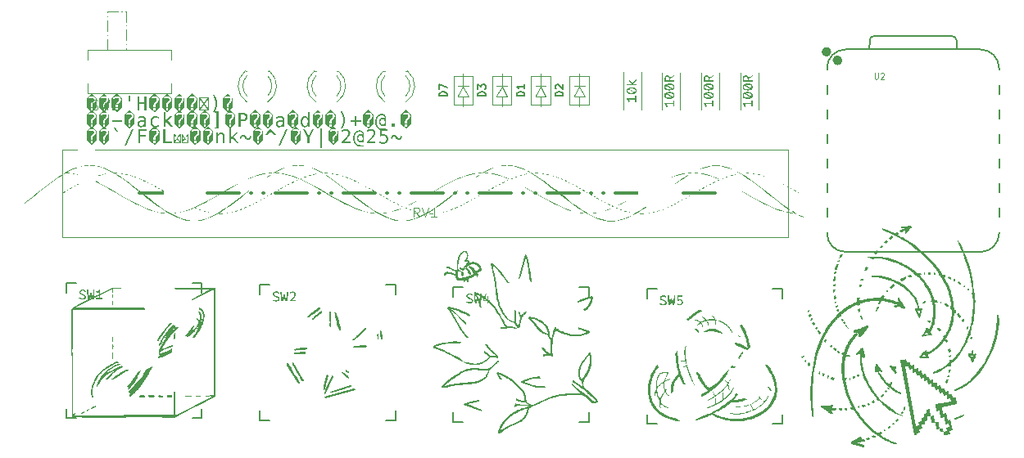
<source format=gto>
%TF.GenerationSoftware,KiCad,Pcbnew,9.0.4-1.fc42app3*%
%TF.CreationDate,2025-10-17T06:38:32+02:00*%
%TF.ProjectId,ccc_macropad,6363635f-6d61-4637-926f-7061642e6b69,rev?*%
%TF.SameCoordinates,Original*%
%TF.FileFunction,Legend,Top*%
%TF.FilePolarity,Positive*%
%FSLAX46Y46*%
G04 Gerber Fmt 4.6, Leading zero omitted, Abs format (unit mm)*
G04 Created by KiCad (PCBNEW 9.0.4-1.fc42app3) date 2025-10-17 06:38:32*
%MOMM*%
%LPD*%
G01*
G04 APERTURE LIST*
%ADD10C,0.000000*%
%ADD11C,0.150000*%
%ADD12C,0.100000*%
%ADD13C,0.101600*%
%ADD14C,0.125000*%
%ADD15C,0.120000*%
%ADD16C,0.300000*%
%ADD17C,0.127000*%
%ADD18C,0.504000*%
G04 APERTURE END LIST*
D10*
G36*
X156455900Y-60344586D02*
G01*
X156469581Y-60346692D01*
X156483905Y-60350268D01*
X156498781Y-60355187D01*
X156514121Y-60361318D01*
X156529832Y-60368535D01*
X156545824Y-60376708D01*
X156578293Y-60395409D01*
X156610802Y-60416394D01*
X156642630Y-60438634D01*
X156673053Y-60461102D01*
X156701347Y-60482769D01*
X156748658Y-60519588D01*
X156855852Y-60610462D01*
X156959472Y-60707960D01*
X157059909Y-60811265D01*
X157157557Y-60919560D01*
X157252808Y-61032030D01*
X157346054Y-61147858D01*
X157528103Y-61386323D01*
X157885422Y-61867634D01*
X157975630Y-61984113D01*
X158066975Y-62097419D01*
X158159849Y-62206738D01*
X158254644Y-62311251D01*
X158257683Y-62320614D01*
X158260195Y-62329533D01*
X158262189Y-62338018D01*
X158263675Y-62346080D01*
X158264662Y-62353728D01*
X158265160Y-62360973D01*
X158265180Y-62367825D01*
X158264729Y-62374295D01*
X158263819Y-62380393D01*
X158262459Y-62386129D01*
X158260658Y-62391514D01*
X158258427Y-62396558D01*
X158255774Y-62401272D01*
X158252710Y-62405665D01*
X158249245Y-62409748D01*
X158245387Y-62413532D01*
X158241147Y-62417026D01*
X158236535Y-62420241D01*
X158231560Y-62423187D01*
X158226231Y-62425876D01*
X158220559Y-62428316D01*
X158214552Y-62430518D01*
X158208222Y-62432494D01*
X158201577Y-62434252D01*
X158187383Y-62437159D01*
X158172047Y-62439322D01*
X158155646Y-62440823D01*
X158138259Y-62441746D01*
X157951064Y-62200113D01*
X157768210Y-61953602D01*
X157586430Y-61705604D01*
X157402460Y-61459506D01*
X157213034Y-61218699D01*
X157115254Y-61101339D01*
X157014886Y-60986572D01*
X156911522Y-60874822D01*
X156804753Y-60766513D01*
X156694171Y-60662069D01*
X156579368Y-60561912D01*
X156577145Y-60561363D01*
X156575102Y-60561032D01*
X156573230Y-60560911D01*
X156571522Y-60560989D01*
X156569972Y-60561259D01*
X156568573Y-60561711D01*
X156567317Y-60562336D01*
X156566197Y-60563125D01*
X156565207Y-60564068D01*
X156564338Y-60565158D01*
X156563585Y-60566385D01*
X156562939Y-60567740D01*
X156562394Y-60569213D01*
X156561943Y-60570796D01*
X156561578Y-60572480D01*
X156561293Y-60574256D01*
X156561080Y-60576114D01*
X156560932Y-60578046D01*
X156560804Y-60582095D01*
X156560851Y-60586330D01*
X156561017Y-60590678D01*
X156561478Y-60599426D01*
X156561660Y-60603682D01*
X156561733Y-60607761D01*
X156564745Y-60661689D01*
X156572106Y-60723584D01*
X156583291Y-60792402D01*
X156597773Y-60867099D01*
X156634516Y-61029956D01*
X156678120Y-61203807D01*
X156769048Y-61551097D01*
X156807941Y-61707837D01*
X156836831Y-61842176D01*
X156878130Y-62081701D01*
X156913121Y-62312954D01*
X156970357Y-62754925D01*
X157020898Y-63176644D01*
X157077100Y-63586666D01*
X157111187Y-63789965D01*
X157151323Y-63993547D01*
X157199054Y-64198483D01*
X157255924Y-64405842D01*
X157323478Y-64616694D01*
X157403261Y-64832108D01*
X157496818Y-65053152D01*
X157605692Y-65280898D01*
X157656586Y-65379473D01*
X157708984Y-65475332D01*
X157763231Y-65568235D01*
X157819674Y-65657945D01*
X157878659Y-65744225D01*
X157940532Y-65826837D01*
X158005639Y-65905543D01*
X158074327Y-65980105D01*
X158146941Y-66050287D01*
X158223827Y-66115850D01*
X158305333Y-66176556D01*
X158391803Y-66232168D01*
X158483584Y-66282449D01*
X158581022Y-66327161D01*
X158631970Y-66347353D01*
X158684463Y-66366065D01*
X158738543Y-66383265D01*
X158794253Y-66398925D01*
X158794253Y-65206835D01*
X158952961Y-65259739D01*
X158958148Y-65367548D01*
X158958747Y-65476463D01*
X158951639Y-65696081D01*
X158942547Y-65915534D01*
X158940667Y-66024243D01*
X158942383Y-66131763D01*
X158949058Y-66237713D01*
X158962057Y-66341710D01*
X158982743Y-66443372D01*
X158996395Y-66493207D01*
X159012481Y-66542316D01*
X159031170Y-66590650D01*
X159052634Y-66638161D01*
X159077042Y-66684801D01*
X159104566Y-66730523D01*
X159135375Y-66775279D01*
X159169641Y-66819021D01*
X159207533Y-66861701D01*
X159249222Y-66903272D01*
X159422041Y-65915739D01*
X159387619Y-65849857D01*
X159351667Y-65784141D01*
X159315964Y-65718094D01*
X159298761Y-65684792D01*
X159282286Y-65651221D01*
X159266762Y-65617320D01*
X159252411Y-65583025D01*
X159239455Y-65548277D01*
X159228116Y-65513011D01*
X159218617Y-65477168D01*
X159211179Y-65440683D01*
X159206025Y-65403496D01*
X159203376Y-65365545D01*
X159355031Y-65404341D01*
X159471416Y-65774666D01*
X159508105Y-65742366D01*
X159543064Y-65709204D01*
X159609462Y-65641800D01*
X159673959Y-65575471D01*
X159706541Y-65543652D01*
X159739903Y-65513234D01*
X159774463Y-65484592D01*
X159810640Y-65458105D01*
X159829466Y-65445788D01*
X159848853Y-65434150D01*
X159868854Y-65423239D01*
X159889520Y-65413103D01*
X159910905Y-65403788D01*
X159933060Y-65395342D01*
X159956038Y-65387812D01*
X159979890Y-65381244D01*
X160004671Y-65375686D01*
X160030430Y-65371186D01*
X160057222Y-65367790D01*
X160085098Y-65365545D01*
X160079452Y-65383975D01*
X160073115Y-65401603D01*
X160066120Y-65418470D01*
X160058501Y-65434622D01*
X160050291Y-65450103D01*
X160041522Y-65464956D01*
X160032227Y-65479225D01*
X160022440Y-65492954D01*
X160012193Y-65506187D01*
X160001519Y-65518968D01*
X159979022Y-65543350D01*
X159955213Y-65566450D01*
X159930356Y-65588621D01*
X159825707Y-65675030D01*
X159799558Y-65697821D01*
X159773940Y-65721789D01*
X159749119Y-65747287D01*
X159737088Y-65760719D01*
X159725356Y-65774666D01*
X159679783Y-65836564D01*
X159639346Y-65901676D01*
X159603642Y-65969660D01*
X159572267Y-66040175D01*
X159544818Y-66112882D01*
X159520893Y-66187437D01*
X159500088Y-66263501D01*
X159482001Y-66340733D01*
X159466228Y-66418791D01*
X159452366Y-66497335D01*
X159428766Y-66654516D01*
X159386771Y-66959703D01*
X159359343Y-66965398D01*
X159331346Y-66973032D01*
X159302874Y-66982308D01*
X159274019Y-66992932D01*
X159215536Y-67017049D01*
X159156640Y-67043026D01*
X159098075Y-67068506D01*
X159069149Y-67080325D01*
X159040584Y-67091135D01*
X159012474Y-67100644D01*
X158984912Y-67108556D01*
X158957990Y-67114577D01*
X158931802Y-67118413D01*
X158904069Y-67120181D01*
X158876413Y-67120321D01*
X158848829Y-67119025D01*
X158821313Y-67116484D01*
X158793858Y-67112889D01*
X158766460Y-67108431D01*
X158711813Y-67097692D01*
X158602975Y-67074271D01*
X158575830Y-67069126D01*
X158548700Y-67064648D01*
X158521581Y-67061027D01*
X158494467Y-67058456D01*
X158423441Y-67055685D01*
X158353122Y-67057456D01*
X158283393Y-67063020D01*
X158214133Y-67071626D01*
X158145225Y-67082526D01*
X158076549Y-67094971D01*
X157939420Y-67121499D01*
X157870729Y-67134084D01*
X157801795Y-67145217D01*
X157732500Y-67154149D01*
X157662724Y-67160131D01*
X157592349Y-67162414D01*
X157521256Y-67160248D01*
X157449326Y-67152886D01*
X157413010Y-67147021D01*
X157376440Y-67139576D01*
X157348224Y-66966758D01*
X157351519Y-66965918D01*
X157354791Y-66965371D01*
X157358036Y-66965099D01*
X157361250Y-66965084D01*
X157364431Y-66965310D01*
X157367575Y-66965759D01*
X157370679Y-66966412D01*
X157373739Y-66967254D01*
X157376754Y-66968267D01*
X157379718Y-66969432D01*
X157385485Y-66972152D01*
X157391014Y-66975275D01*
X157396280Y-66978661D01*
X157401256Y-66982171D01*
X157405917Y-66985666D01*
X157414190Y-66992051D01*
X157417750Y-66994663D01*
X157420892Y-66996701D01*
X157423589Y-66998026D01*
X157424763Y-66998377D01*
X157425816Y-66998498D01*
X157959813Y-66998498D01*
X157848782Y-66859253D01*
X157738805Y-66707919D01*
X157634407Y-66552381D01*
X157534493Y-66393468D01*
X157343738Y-66068849D01*
X157157777Y-65740717D01*
X156967848Y-65415726D01*
X156868658Y-65256488D01*
X156765190Y-65100530D01*
X156656349Y-64948685D01*
X156541039Y-64801784D01*
X156418167Y-64660660D01*
X156286635Y-64526143D01*
X156210696Y-64454532D01*
X156132443Y-64383923D01*
X156052041Y-64314409D01*
X155969655Y-64246084D01*
X155885451Y-64179041D01*
X155799593Y-64113371D01*
X155712248Y-64049169D01*
X155623580Y-63986527D01*
X155533754Y-63925538D01*
X155442937Y-63866296D01*
X155351293Y-63808892D01*
X155258987Y-63753421D01*
X155166186Y-63699975D01*
X155073053Y-63648648D01*
X154979756Y-63599531D01*
X154886457Y-63552719D01*
X154932748Y-63652953D01*
X154981023Y-63752815D01*
X155079556Y-63952581D01*
X155127831Y-64053063D01*
X155174121Y-64154331D01*
X155217436Y-64256673D01*
X155237667Y-64308338D01*
X155256782Y-64360379D01*
X155268214Y-64394923D01*
X155278804Y-64429746D01*
X155298057Y-64500022D01*
X155333052Y-64641649D01*
X155351190Y-64712173D01*
X155371353Y-64781953D01*
X155382569Y-64816435D01*
X155394740Y-64850576D01*
X155408016Y-64884324D01*
X155422548Y-64917628D01*
X155239147Y-64928210D01*
X155222374Y-64858691D01*
X155206137Y-64788015D01*
X155173459Y-64645176D01*
X155156108Y-64574004D01*
X155137475Y-64503659D01*
X155117106Y-64434636D01*
X155094545Y-64367432D01*
X155075303Y-64317847D01*
X155052361Y-64264698D01*
X154997777Y-64149977D01*
X154870589Y-63902764D01*
X154807574Y-63779364D01*
X154751336Y-63662163D01*
X154727258Y-63607309D01*
X154706672Y-63555709D01*
X154690178Y-63507932D01*
X154678374Y-63464546D01*
X154676513Y-63455989D01*
X154674889Y-63447504D01*
X154673492Y-63439081D01*
X154672312Y-63430710D01*
X154671339Y-63422380D01*
X154670562Y-63414081D01*
X154669556Y-63397535D01*
X154669211Y-63380989D01*
X154669445Y-63364361D01*
X154670174Y-63347567D01*
X154671316Y-63330525D01*
X154678136Y-63326280D01*
X154687889Y-63324052D01*
X154700388Y-63323727D01*
X154715445Y-63325193D01*
X154752486Y-63333051D01*
X154797515Y-63346727D01*
X154849032Y-63365320D01*
X154905540Y-63387933D01*
X155027535Y-63441622D01*
X155151514Y-63500601D01*
X155265490Y-63557678D01*
X155357479Y-63605663D01*
X155415495Y-63637364D01*
X155578859Y-63738410D01*
X155733445Y-63841978D01*
X155879899Y-63948274D01*
X156018868Y-64057504D01*
X156150996Y-64169876D01*
X156276930Y-64285595D01*
X156397316Y-64404869D01*
X156512798Y-64527904D01*
X156624024Y-64654907D01*
X156731638Y-64786084D01*
X156836287Y-64921642D01*
X156938617Y-65061788D01*
X157039272Y-65206729D01*
X157138899Y-65356671D01*
X157337652Y-65672384D01*
X157402774Y-65787296D01*
X157481700Y-65935688D01*
X157664768Y-66281654D01*
X157760807Y-66453604D01*
X157808181Y-66533715D01*
X157854449Y-66607782D01*
X157899105Y-66674203D01*
X157941643Y-66731376D01*
X157981557Y-66777699D01*
X158018339Y-66811572D01*
X158028981Y-66819461D01*
X158039741Y-66826623D01*
X158050613Y-66833092D01*
X158061592Y-66838905D01*
X158072672Y-66844098D01*
X158083846Y-66848707D01*
X158095110Y-66852768D01*
X158106457Y-66856318D01*
X158129377Y-66862029D01*
X158152561Y-66866128D01*
X158175962Y-66868903D01*
X158199533Y-66870646D01*
X158247002Y-66872189D01*
X158294594Y-66873071D01*
X158318321Y-66873987D01*
X158341939Y-66875606D01*
X158365402Y-66878216D01*
X158388664Y-66882108D01*
X158450240Y-66896429D01*
X158542690Y-66920628D01*
X158774418Y-66981302D01*
X158890798Y-67009097D01*
X158992257Y-67029411D01*
X159033814Y-67035406D01*
X159067348Y-67037904D01*
X159091427Y-67036361D01*
X159099474Y-67033906D01*
X159104621Y-67030236D01*
X159086953Y-67007141D01*
X159068422Y-66980544D01*
X159029289Y-66919030D01*
X158988255Y-66850077D01*
X158946353Y-66778065D01*
X158904616Y-66707375D01*
X158864078Y-66642389D01*
X158844581Y-66613404D01*
X158825771Y-66587487D01*
X158807777Y-66565187D01*
X158790729Y-66547050D01*
X158768446Y-66528993D01*
X158740423Y-66510542D01*
X158707368Y-66491720D01*
X158669988Y-66472546D01*
X158585088Y-66433227D01*
X158491385Y-66392750D01*
X158394540Y-66351282D01*
X158300216Y-66308986D01*
X158255770Y-66287580D01*
X158214076Y-66266030D01*
X158175845Y-66244355D01*
X158141782Y-66222577D01*
X158078562Y-66176231D01*
X158016552Y-66124671D01*
X157955785Y-66068181D01*
X157896292Y-66007044D01*
X157781260Y-65871966D01*
X157671715Y-65721704D01*
X157567914Y-65558525D01*
X157470117Y-65384699D01*
X157378581Y-65202493D01*
X157293565Y-65014176D01*
X157215328Y-64822014D01*
X157144126Y-64628277D01*
X157080220Y-64435232D01*
X157023867Y-64245147D01*
X156975325Y-64060291D01*
X156934854Y-63882931D01*
X156902710Y-63715335D01*
X156879154Y-63559772D01*
X156819471Y-63049474D01*
X156764088Y-62548434D01*
X156733979Y-62298080D01*
X156700108Y-62046072D01*
X156660865Y-61791089D01*
X156614638Y-61531807D01*
X156587986Y-61409399D01*
X156554845Y-61277319D01*
X156480174Y-60998364D01*
X156444181Y-60858597D01*
X156412777Y-60723376D01*
X156399661Y-60658582D01*
X156388730Y-60596256D01*
X156380330Y-60536845D01*
X156374809Y-60480792D01*
X156373720Y-60455228D01*
X156374358Y-60432677D01*
X156376635Y-60413010D01*
X156380458Y-60396098D01*
X156385739Y-60381814D01*
X156388897Y-60375616D01*
X156392386Y-60370028D01*
X156396193Y-60365032D01*
X156400309Y-60360612D01*
X156404720Y-60356753D01*
X156409417Y-60353438D01*
X156419621Y-60348377D01*
X156430830Y-60345300D01*
X156442953Y-60344079D01*
X156455900Y-60344586D01*
G37*
G36*
X203077829Y-77451872D02*
G01*
X203078671Y-77475998D01*
X203080401Y-77499928D01*
X203082927Y-77523687D01*
X203086155Y-77547302D01*
X203089993Y-77570797D01*
X203099126Y-77617536D01*
X203109582Y-77664109D01*
X203120618Y-77710723D01*
X203131488Y-77757585D01*
X203141450Y-77804901D01*
X203120208Y-77809256D01*
X203098822Y-77813126D01*
X203055699Y-77819780D01*
X202968626Y-77831353D01*
X202925008Y-77837759D01*
X202881554Y-77845571D01*
X202859941Y-77850237D01*
X202838431Y-77855532D01*
X202817044Y-77861552D01*
X202795803Y-77868387D01*
X202732322Y-77491007D01*
X202903822Y-77457945D01*
X202990729Y-77441908D01*
X203034328Y-77434447D01*
X203077969Y-77427524D01*
X203077829Y-77451872D01*
G37*
G36*
X144767795Y-68261122D02*
G01*
X144764266Y-68261122D01*
X144764901Y-68260586D01*
X144767795Y-68261122D01*
G37*
G36*
X179592361Y-51938650D02*
G01*
X179394860Y-52033876D01*
X179320964Y-52003646D01*
X179341232Y-51992594D01*
X179365486Y-51979815D01*
X179389987Y-51967285D01*
X179414696Y-51954962D01*
X179464567Y-51930769D01*
X179514769Y-51906907D01*
X179592361Y-51938650D01*
G37*
G36*
X164862286Y-52174125D02*
G01*
X164909898Y-52198318D01*
X164957511Y-52223171D01*
X164981317Y-52235949D01*
X165005123Y-52249017D01*
X164924007Y-52277232D01*
X164733554Y-52178479D01*
X164814674Y-52150264D01*
X164862286Y-52174125D01*
G37*
G36*
X129954999Y-54956535D02*
G01*
X129951304Y-54957673D01*
X129951307Y-54954146D01*
X129954999Y-54956535D01*
G37*
G36*
X116048283Y-51250905D02*
G01*
X116048284Y-51250905D01*
X115986893Y-51267383D01*
X115924842Y-51284852D01*
X115862791Y-51302983D01*
X115801401Y-51321444D01*
X115741444Y-51282648D01*
X115867971Y-51246056D01*
X115930408Y-51228587D01*
X115991853Y-51212109D01*
X116048283Y-51250905D01*
G37*
G36*
X143080175Y-52174125D02*
G01*
X143127788Y-52198318D01*
X143175402Y-52223171D01*
X143199209Y-52235949D01*
X143223015Y-52249017D01*
X143141894Y-52277232D01*
X142951441Y-52178479D01*
X143032562Y-52150264D01*
X143080175Y-52174125D01*
G37*
G36*
X140651024Y-66302374D02*
G01*
X140716382Y-66527964D01*
X140776449Y-66754423D01*
X140829573Y-66981791D01*
X140874100Y-67210110D01*
X140871441Y-67222482D01*
X140868117Y-67233817D01*
X140864169Y-67244135D01*
X140859634Y-67253453D01*
X140854552Y-67261789D01*
X140848961Y-67269162D01*
X140842899Y-67275589D01*
X140836406Y-67281089D01*
X140829521Y-67285680D01*
X140822281Y-67289379D01*
X140814727Y-67292205D01*
X140806896Y-67294177D01*
X140798827Y-67295311D01*
X140790560Y-67295627D01*
X140782132Y-67295141D01*
X140773583Y-67293873D01*
X140764952Y-67291841D01*
X140756276Y-67289061D01*
X140747595Y-67285554D01*
X140738948Y-67281336D01*
X140730373Y-67276426D01*
X140721909Y-67270841D01*
X140713595Y-67264601D01*
X140705470Y-67257722D01*
X140697572Y-67250223D01*
X140689940Y-67242123D01*
X140682613Y-67233439D01*
X140675629Y-67224189D01*
X140669028Y-67214391D01*
X140662848Y-67204064D01*
X140657128Y-67193226D01*
X140651906Y-67181894D01*
X140628824Y-67123565D01*
X140602317Y-67048058D01*
X140541526Y-66855160D01*
X140474537Y-66622502D01*
X140406348Y-66369385D01*
X140341962Y-66115111D01*
X140286379Y-65878980D01*
X140244600Y-65680296D01*
X140221627Y-65538358D01*
X140220819Y-65530386D01*
X140219794Y-65522357D01*
X140217548Y-65506231D01*
X140216554Y-65498186D01*
X140215798Y-65490188D01*
X140215394Y-65482262D01*
X140215454Y-65474434D01*
X140216093Y-65466731D01*
X140216665Y-65462933D01*
X140217424Y-65459177D01*
X140218385Y-65455464D01*
X140219561Y-65451799D01*
X140220968Y-65448183D01*
X140222618Y-65444622D01*
X140224527Y-65441117D01*
X140226708Y-65437672D01*
X140229176Y-65434291D01*
X140231945Y-65430976D01*
X140235029Y-65427731D01*
X140238443Y-65424559D01*
X140242200Y-65421463D01*
X140246314Y-65418447D01*
X140369755Y-65407865D01*
X140651024Y-66302374D01*
G37*
G36*
X165382500Y-52453577D02*
G01*
X165301379Y-52481792D01*
X165114455Y-52379512D01*
X165195571Y-52351296D01*
X165382500Y-52453577D01*
G37*
G36*
X177530293Y-67130267D02*
G01*
X177549540Y-67134208D01*
X177569228Y-67140253D01*
X177589247Y-67148276D01*
X177609489Y-67158148D01*
X177629843Y-67169742D01*
X177650201Y-67182930D01*
X177670454Y-67197584D01*
X177690493Y-67213576D01*
X177710208Y-67230778D01*
X177729491Y-67249062D01*
X177748231Y-67268301D01*
X177766321Y-67288367D01*
X177783651Y-67309131D01*
X177800111Y-67330466D01*
X177815593Y-67352244D01*
X177829988Y-67374338D01*
X177843186Y-67396618D01*
X177855078Y-67418958D01*
X177865555Y-67441230D01*
X177874508Y-67463305D01*
X177881828Y-67485056D01*
X177887406Y-67506355D01*
X177891132Y-67527074D01*
X177892898Y-67547085D01*
X177892594Y-67566261D01*
X177890111Y-67584473D01*
X177885340Y-67601594D01*
X177881816Y-67601594D01*
X177567924Y-67273591D01*
X177412741Y-67224214D01*
X177444481Y-67146622D01*
X177459890Y-67138117D01*
X177476284Y-67132358D01*
X177493555Y-67129215D01*
X177511595Y-67128561D01*
X177530293Y-67130267D01*
G37*
G36*
X192740624Y-59443884D02*
G01*
X192744153Y-59443884D01*
X192733514Y-59485126D01*
X192721367Y-59524183D01*
X192707608Y-59561018D01*
X192692133Y-59595595D01*
X192674840Y-59627879D01*
X192665479Y-59643149D01*
X192655625Y-59657833D01*
X192645264Y-59671924D01*
X192634385Y-59685420D01*
X192622973Y-59698315D01*
X192611016Y-59710605D01*
X192598500Y-59722286D01*
X192585415Y-59733352D01*
X192571745Y-59743799D01*
X192557478Y-59753624D01*
X192542602Y-59762820D01*
X192527104Y-59771385D01*
X192510969Y-59779312D01*
X192494187Y-59786599D01*
X192476743Y-59793239D01*
X192458625Y-59799230D01*
X192439820Y-59804565D01*
X192420314Y-59809241D01*
X192400096Y-59813254D01*
X192379152Y-59816597D01*
X192357469Y-59819268D01*
X192335035Y-59821262D01*
X192521959Y-59426250D01*
X192740624Y-59443884D01*
G37*
G36*
X127912758Y-74122821D02*
G01*
X127910611Y-74126333D01*
X127906243Y-74130873D01*
X127891390Y-74142770D01*
X127869283Y-74157973D01*
X127841008Y-74175945D01*
X127770291Y-74218048D01*
X127687918Y-74264779D01*
X127522926Y-74354935D01*
X127415466Y-74412027D01*
X126475989Y-74907446D01*
X125528577Y-75394267D01*
X124578519Y-75873154D01*
X123631107Y-76344766D01*
X123395391Y-76351641D01*
X123159220Y-76352151D01*
X122922800Y-76347867D01*
X122686340Y-76340359D01*
X122214122Y-76321953D01*
X121978777Y-76314197D01*
X121744218Y-76309499D01*
X119715481Y-76317434D01*
X117666245Y-76346531D01*
X115620976Y-76357111D01*
X114607476Y-76343059D01*
X113604143Y-76309499D01*
X113082163Y-76260121D01*
X113053948Y-70204443D01*
X113032779Y-69575595D01*
X113020828Y-68945672D01*
X113016474Y-67683595D01*
X113029259Y-65157454D01*
X113039672Y-65130067D01*
X113051061Y-65104669D01*
X113063411Y-65081099D01*
X113076707Y-65059198D01*
X113090933Y-65038806D01*
X113106073Y-65019762D01*
X113122112Y-65001907D01*
X113139034Y-64985079D01*
X113156824Y-64969119D01*
X113175467Y-64953867D01*
X113194947Y-64939163D01*
X113215248Y-64924846D01*
X113236355Y-64910757D01*
X113258253Y-64896734D01*
X113304357Y-64868251D01*
X113534582Y-64732730D01*
X113769838Y-64600944D01*
X114252761Y-64346656D01*
X114747753Y-64101543D01*
X115249440Y-63861763D01*
X116251409Y-63382821D01*
X116740945Y-63135972D01*
X117215684Y-62879081D01*
X117218318Y-62879162D01*
X117220930Y-62879398D01*
X117223518Y-62879778D01*
X117226079Y-62880293D01*
X117228611Y-62880932D01*
X117231113Y-62881685D01*
X117236019Y-62883489D01*
X117240780Y-62885625D01*
X117245380Y-62888008D01*
X117249805Y-62890557D01*
X117254039Y-62893188D01*
X117268753Y-62902887D01*
X117271798Y-62904692D01*
X117274560Y-62906084D01*
X117277021Y-62906979D01*
X117278135Y-62907215D01*
X117279168Y-62907296D01*
X118143258Y-62907296D01*
X118146786Y-62907295D01*
X118115044Y-63034263D01*
X117360289Y-63034263D01*
X117360289Y-63379899D01*
X117233321Y-63379899D01*
X117232410Y-63378349D01*
X117231654Y-63375727D01*
X117230572Y-63367514D01*
X117229996Y-63355768D01*
X117229848Y-63340994D01*
X117230530Y-63304388D01*
X117231998Y-63261749D01*
X117234808Y-63174568D01*
X117234912Y-63138129D01*
X117234367Y-63123468D01*
X117233321Y-63111856D01*
X117232749Y-63107971D01*
X117232341Y-63104251D01*
X117231929Y-63097301D01*
X117231910Y-63091003D01*
X117232108Y-63085350D01*
X117232452Y-63075961D01*
X117232247Y-63072214D01*
X117231974Y-63070576D01*
X117231557Y-63069093D01*
X117230975Y-63067765D01*
X117230205Y-63066591D01*
X117229226Y-63065571D01*
X117228016Y-63064705D01*
X117226553Y-63063990D01*
X117224815Y-63063428D01*
X117222780Y-63063016D01*
X117220425Y-63062755D01*
X117217730Y-63062644D01*
X117214672Y-63062682D01*
X117211229Y-63062868D01*
X117207379Y-63063203D01*
X117198370Y-63064313D01*
X117187471Y-63066006D01*
X113463069Y-64981109D01*
X115618002Y-64981109D01*
X118050679Y-64957304D01*
X119269331Y-64959287D01*
X120488645Y-64981109D01*
X120495407Y-64978803D01*
X120502442Y-64977785D01*
X120509713Y-64977980D01*
X120517184Y-64979312D01*
X120524818Y-64981706D01*
X120532577Y-64985086D01*
X120540426Y-64989376D01*
X120548327Y-64994501D01*
X120556244Y-65000386D01*
X120564139Y-65006955D01*
X120571976Y-65014132D01*
X120579718Y-65021842D01*
X120594770Y-65038558D01*
X120609001Y-65056498D01*
X120622116Y-65075058D01*
X120633820Y-65093634D01*
X120643819Y-65111620D01*
X120651819Y-65128414D01*
X120657525Y-65143409D01*
X120659426Y-65150043D01*
X120660643Y-65156002D01*
X120661139Y-65161208D01*
X120660878Y-65165588D01*
X120659823Y-65169065D01*
X120657936Y-65171563D01*
X113180917Y-65185671D01*
X113180917Y-75999134D01*
X113417219Y-75872165D01*
X113427800Y-75992079D01*
X113230294Y-76090829D01*
X123581732Y-76027346D01*
X123581732Y-73643164D01*
X123768656Y-73674904D01*
X123768656Y-76090827D01*
X127570650Y-74143982D01*
X127320241Y-74112241D01*
X127320241Y-73985274D01*
X127338977Y-73982858D01*
X127361682Y-73981988D01*
X127387693Y-73982305D01*
X127416349Y-73983454D01*
X127478951Y-73986823D01*
X127544199Y-73989240D01*
X127576161Y-73989202D01*
X127606801Y-73987856D01*
X127635457Y-73984847D01*
X127661468Y-73979817D01*
X127673275Y-73976434D01*
X127684172Y-73972412D01*
X127694078Y-73967706D01*
X127702909Y-73962273D01*
X127710583Y-73956067D01*
X127717016Y-73949044D01*
X127722128Y-73941160D01*
X127725834Y-73932370D01*
X127761103Y-63062477D01*
X125521524Y-64155813D01*
X125436878Y-64081750D01*
X127320241Y-63062477D01*
X123754549Y-63062477D01*
X123735482Y-63037734D01*
X123716236Y-63011702D01*
X123694592Y-62980918D01*
X123683827Y-62964763D01*
X123673610Y-62948645D01*
X123664322Y-62932971D01*
X123656347Y-62918150D01*
X123650066Y-62904589D01*
X123647681Y-62898409D01*
X123645863Y-62892697D01*
X123644659Y-62887504D01*
X123644118Y-62882882D01*
X123644287Y-62878881D01*
X123645214Y-62875552D01*
X127870436Y-62875552D01*
X127912758Y-74122821D01*
G37*
G36*
X197319465Y-63143871D02*
G01*
X197324224Y-63144677D01*
X197329251Y-63145986D01*
X197334516Y-63147771D01*
X197339988Y-63150006D01*
X197345635Y-63152664D01*
X197357332Y-63159137D01*
X197369360Y-63166975D01*
X197381470Y-63175959D01*
X197393415Y-63185873D01*
X197404947Y-63196501D01*
X197415816Y-63207624D01*
X197425777Y-63219026D01*
X197434580Y-63230490D01*
X197441978Y-63241799D01*
X197445072Y-63247328D01*
X197447722Y-63252736D01*
X197449897Y-63257998D01*
X197451565Y-63263085D01*
X197452696Y-63267970D01*
X197453258Y-63272627D01*
X197453222Y-63277028D01*
X197452555Y-63281146D01*
X197371439Y-63362264D01*
X197170409Y-63270565D01*
X197173938Y-63270565D01*
X197315006Y-63143597D01*
X197319465Y-63143871D01*
G37*
G36*
X136419635Y-44955397D02*
G01*
X136419635Y-45942928D01*
X135897653Y-46419058D01*
X135712059Y-46249767D01*
X135441402Y-46002885D01*
X135798897Y-46002885D01*
X135798897Y-46249767D01*
X135996403Y-46249767D01*
X135996403Y-46002885D01*
X135798897Y-46002885D01*
X135441402Y-46002885D01*
X135375671Y-45942928D01*
X135375671Y-45061203D01*
X135559068Y-45061203D01*
X135582717Y-45044664D01*
X135606076Y-45029406D01*
X135629187Y-45015388D01*
X135652091Y-45002569D01*
X135674829Y-44990906D01*
X135697444Y-44980360D01*
X135719976Y-44970889D01*
X135742466Y-44962450D01*
X135763614Y-44954859D01*
X135784679Y-44948012D01*
X135805579Y-44941991D01*
X135826230Y-44936880D01*
X135836437Y-44934691D01*
X135846551Y-44932761D01*
X135856562Y-44931099D01*
X135866459Y-44929716D01*
X135876232Y-44928623D01*
X135885870Y-44927829D01*
X135895364Y-44927345D01*
X135904703Y-44927181D01*
X135917763Y-44927388D01*
X135930493Y-44928008D01*
X135942892Y-44929041D01*
X135954961Y-44930488D01*
X135966699Y-44932347D01*
X135978106Y-44934621D01*
X135989183Y-44937307D01*
X135999929Y-44940407D01*
X136010345Y-44943920D01*
X136020430Y-44947847D01*
X136030184Y-44952186D01*
X136039608Y-44956939D01*
X136048701Y-44962106D01*
X136057463Y-44967685D01*
X136065894Y-44973678D01*
X136073995Y-44980085D01*
X136081683Y-44986822D01*
X136088875Y-44993813D01*
X136095570Y-45001063D01*
X136101770Y-45008575D01*
X136107474Y-45016357D01*
X136112681Y-45024412D01*
X136117393Y-45032746D01*
X136121609Y-45041364D01*
X136125328Y-45050272D01*
X136128552Y-45059474D01*
X136131280Y-45068976D01*
X136133511Y-45078783D01*
X136135247Y-45088899D01*
X136136487Y-45099331D01*
X136137231Y-45110083D01*
X136137479Y-45121160D01*
X136137396Y-45127111D01*
X136137148Y-45133057D01*
X136136735Y-45138992D01*
X136136157Y-45144912D01*
X136135413Y-45150811D01*
X136134504Y-45156684D01*
X136133430Y-45162527D01*
X136132190Y-45168333D01*
X136130785Y-45174098D01*
X136129215Y-45179816D01*
X136127479Y-45185482D01*
X136125578Y-45191092D01*
X136123512Y-45196640D01*
X136121280Y-45202121D01*
X136118883Y-45207529D01*
X136116320Y-45212860D01*
X136113509Y-45218232D01*
X136110368Y-45223764D01*
X136106896Y-45229452D01*
X136103094Y-45235289D01*
X136098960Y-45241271D01*
X136094496Y-45247392D01*
X136089702Y-45253647D01*
X136084577Y-45260032D01*
X136079121Y-45266541D01*
X136073335Y-45273168D01*
X136067218Y-45279910D01*
X136060771Y-45286759D01*
X136053993Y-45293712D01*
X136046884Y-45300764D01*
X136039445Y-45307908D01*
X136031675Y-45315140D01*
X135943501Y-45403312D01*
X135923318Y-45423998D01*
X135913945Y-45434008D01*
X135905036Y-45443816D01*
X135896582Y-45453439D01*
X135888573Y-45462891D01*
X135880997Y-45472187D01*
X135873845Y-45481345D01*
X135867106Y-45490378D01*
X135860771Y-45499303D01*
X135854828Y-45508135D01*
X135849268Y-45516889D01*
X135844079Y-45525582D01*
X135839252Y-45534228D01*
X135834777Y-45542843D01*
X135830643Y-45551442D01*
X135826799Y-45560122D01*
X135823203Y-45568973D01*
X135819855Y-45578000D01*
X135816755Y-45587207D01*
X135813903Y-45596600D01*
X135811300Y-45606184D01*
X135808944Y-45615965D01*
X135806836Y-45625947D01*
X135804976Y-45636136D01*
X135803364Y-45646537D01*
X135802000Y-45657155D01*
X135800884Y-45667995D01*
X135800016Y-45679062D01*
X135799396Y-45690361D01*
X135799024Y-45701899D01*
X135798900Y-45713679D01*
X135798900Y-45865336D01*
X135985826Y-45865336D01*
X135992879Y-45861809D01*
X135992879Y-45696045D01*
X135992961Y-45688813D01*
X135993203Y-45681668D01*
X135993600Y-45674617D01*
X135994147Y-45667664D01*
X135994838Y-45660814D01*
X135995669Y-45654073D01*
X135997728Y-45640937D01*
X136000284Y-45628297D01*
X136003294Y-45616193D01*
X136006718Y-45604669D01*
X136010514Y-45593765D01*
X136012704Y-45589012D01*
X136015308Y-45584011D01*
X136018325Y-45578761D01*
X136021755Y-45573264D01*
X136025599Y-45567519D01*
X136029856Y-45561526D01*
X136034527Y-45555285D01*
X136039610Y-45548797D01*
X136045107Y-45542060D01*
X136051018Y-45535075D01*
X136057341Y-45527842D01*
X136064078Y-45520361D01*
X136071228Y-45512632D01*
X136078792Y-45504655D01*
X136086769Y-45496431D01*
X136095159Y-45487958D01*
X136179804Y-45403312D01*
X136201454Y-45381166D01*
X136221410Y-45359722D01*
X136239630Y-45339022D01*
X136256072Y-45319108D01*
X136263614Y-45309458D01*
X136270697Y-45300020D01*
X136277314Y-45290798D01*
X136283461Y-45281800D01*
X136289132Y-45273028D01*
X136294324Y-45264489D01*
X136299029Y-45256187D01*
X136303244Y-45248129D01*
X136307088Y-45240152D01*
X136310684Y-45232092D01*
X136314031Y-45223950D01*
X136317131Y-45215725D01*
X136319983Y-45207418D01*
X136322587Y-45199028D01*
X136324942Y-45190555D01*
X136327050Y-45182000D01*
X136328910Y-45173361D01*
X136330521Y-45164641D01*
X136331885Y-45155837D01*
X136333001Y-45146951D01*
X136333869Y-45137982D01*
X136334489Y-45128931D01*
X136334861Y-45119797D01*
X136334985Y-45110580D01*
X136334571Y-45091029D01*
X136333325Y-45072046D01*
X136331242Y-45053621D01*
X136328317Y-45035744D01*
X136324545Y-45018404D01*
X136319920Y-45001591D01*
X136314438Y-44985294D01*
X136308093Y-44969504D01*
X136300880Y-44954210D01*
X136292794Y-44939401D01*
X136283830Y-44925068D01*
X136273982Y-44911200D01*
X136263245Y-44897787D01*
X136251615Y-44884817D01*
X136239086Y-44872282D01*
X136225652Y-44860170D01*
X136212098Y-44848639D01*
X136197892Y-44837852D01*
X136183046Y-44827808D01*
X136167569Y-44818509D01*
X136151473Y-44809953D01*
X136134766Y-44802142D01*
X136117461Y-44795074D01*
X136099566Y-44788751D01*
X136081093Y-44783171D01*
X136062051Y-44778335D01*
X136042451Y-44774244D01*
X136022304Y-44770896D01*
X136001620Y-44768292D01*
X135980408Y-44766432D01*
X135958680Y-44765316D01*
X135936446Y-44764944D01*
X135911331Y-44765433D01*
X135886299Y-44766873D01*
X135861432Y-44769222D01*
X135836812Y-44772439D01*
X135812524Y-44776482D01*
X135788648Y-44781311D01*
X135765268Y-44786884D01*
X135742466Y-44793159D01*
X135730604Y-44796590D01*
X135718818Y-44800268D01*
X135707105Y-44804195D01*
X135695460Y-44808369D01*
X135683876Y-44812791D01*
X135672349Y-44817462D01*
X135649445Y-44827547D01*
X135626706Y-44838623D01*
X135604091Y-44850692D01*
X135581559Y-44863752D01*
X135559068Y-44877805D01*
X135559068Y-45061203D01*
X135375671Y-45061203D01*
X135375671Y-44955397D01*
X135460735Y-44877805D01*
X135897653Y-44479266D01*
X136419635Y-44955397D01*
G37*
G36*
X192835855Y-66286063D02*
G01*
X192648931Y-66346018D01*
X192553704Y-66144985D01*
X192694777Y-66035653D01*
X192835855Y-66286063D01*
G37*
G36*
X134180054Y-47082115D02*
G01*
X133971969Y-47082115D01*
X133612226Y-46697683D01*
X133256010Y-47082115D01*
X133047924Y-47082115D01*
X133527581Y-46500177D01*
X133700397Y-46500177D01*
X134180054Y-47082115D01*
G37*
G36*
X194560335Y-78339191D02*
G01*
X194572919Y-78340187D01*
X194585200Y-78342044D01*
X194597147Y-78344730D01*
X194608727Y-78348209D01*
X194619910Y-78352447D01*
X194630663Y-78357411D01*
X194640955Y-78363066D01*
X194650754Y-78369377D01*
X194660029Y-78376311D01*
X194668748Y-78383833D01*
X194676879Y-78391910D01*
X194684391Y-78400506D01*
X194691252Y-78409588D01*
X194697430Y-78419121D01*
X194702894Y-78429072D01*
X194707612Y-78439405D01*
X194711552Y-78450087D01*
X194714683Y-78461084D01*
X194716973Y-78472361D01*
X194718391Y-78483884D01*
X194718905Y-78495619D01*
X194718483Y-78507531D01*
X194717093Y-78519587D01*
X194714705Y-78531751D01*
X194711285Y-78543991D01*
X194706804Y-78556272D01*
X194701228Y-78568558D01*
X194694527Y-78580817D01*
X194691008Y-78587873D01*
X194941413Y-78570238D01*
X195036645Y-78774797D01*
X194949194Y-78796021D01*
X194861454Y-78814971D01*
X194773468Y-78832020D01*
X194685274Y-78847540D01*
X194508435Y-78875480D01*
X194331265Y-78901767D01*
X194314972Y-78904488D01*
X194306783Y-78905990D01*
X194298805Y-78907663D01*
X194291220Y-78909563D01*
X194284208Y-78911748D01*
X194277951Y-78914274D01*
X194275162Y-78915682D01*
X194272629Y-78917197D01*
X194270375Y-78918826D01*
X194268422Y-78920575D01*
X194266794Y-78922452D01*
X194265513Y-78924464D01*
X194264601Y-78926619D01*
X194264081Y-78928922D01*
X194263975Y-78931382D01*
X194264307Y-78934005D01*
X194265098Y-78936799D01*
X194266372Y-78939770D01*
X194268150Y-78942926D01*
X194270456Y-78946273D01*
X194273313Y-78949820D01*
X194276742Y-78953572D01*
X194280766Y-78957538D01*
X194285409Y-78961724D01*
X194356491Y-78981315D01*
X194455969Y-79006030D01*
X194571895Y-79036367D01*
X194632295Y-79053798D01*
X194692327Y-79072821D01*
X194750500Y-79093496D01*
X194805319Y-79115887D01*
X194855293Y-79140055D01*
X194898927Y-79166063D01*
X194917901Y-79179775D01*
X194934729Y-79193971D01*
X194949227Y-79208658D01*
X194961206Y-79223843D01*
X194970481Y-79239534D01*
X194976865Y-79255740D01*
X194980170Y-79272467D01*
X194980212Y-79289724D01*
X194979758Y-79294622D01*
X194979064Y-79299396D01*
X194978138Y-79304048D01*
X194976987Y-79308578D01*
X194975619Y-79312986D01*
X194974042Y-79317274D01*
X194972264Y-79321441D01*
X194970291Y-79325489D01*
X194968133Y-79329418D01*
X194965797Y-79333229D01*
X194963290Y-79336922D01*
X194960620Y-79340499D01*
X194957795Y-79343959D01*
X194954823Y-79347304D01*
X194951712Y-79350533D01*
X194948469Y-79353649D01*
X194941618Y-79359539D01*
X194934333Y-79364980D01*
X194926676Y-79369977D01*
X194918709Y-79374534D01*
X194910494Y-79378658D01*
X194902093Y-79382353D01*
X194893567Y-79385624D01*
X194884980Y-79388477D01*
X194864238Y-79387661D01*
X194824856Y-79380466D01*
X194700257Y-79350177D01*
X194531352Y-79304100D01*
X194338310Y-79248724D01*
X193960494Y-79136029D01*
X193728165Y-79064003D01*
X193688212Y-79053312D01*
X193677720Y-79050304D01*
X193667223Y-79047016D01*
X193656818Y-79043377D01*
X193646605Y-79039315D01*
X193636681Y-79034756D01*
X193627145Y-79029630D01*
X193618094Y-79023862D01*
X193613781Y-79020715D01*
X193609626Y-79017382D01*
X193605642Y-79013851D01*
X193601841Y-79010116D01*
X193598235Y-79006166D01*
X193594836Y-79001992D01*
X193591656Y-78997586D01*
X193588708Y-78992939D01*
X193586005Y-78988040D01*
X193583558Y-78982883D01*
X193576500Y-78894711D01*
X193578688Y-78887599D01*
X193581268Y-78880797D01*
X193584221Y-78874284D01*
X193587524Y-78868039D01*
X193591158Y-78862043D01*
X193595102Y-78856274D01*
X193599335Y-78850711D01*
X193603837Y-78845335D01*
X193608586Y-78840124D01*
X193613563Y-78835057D01*
X193618746Y-78830115D01*
X193624115Y-78825275D01*
X193629650Y-78820519D01*
X193635329Y-78815824D01*
X193647039Y-78806538D01*
X193671814Y-78788872D01*
X193708028Y-78765565D01*
X193808283Y-78705580D01*
X193934824Y-78633692D01*
X194074674Y-78557010D01*
X194214854Y-78482642D01*
X194342388Y-78417698D01*
X194444297Y-78369286D01*
X194481586Y-78353501D01*
X194507602Y-78344515D01*
X194521082Y-78341720D01*
X194534385Y-78339924D01*
X194547480Y-78339092D01*
X194560335Y-78339191D01*
G37*
G36*
X146371742Y-47037010D02*
G01*
X146391870Y-47039248D01*
X146411750Y-47042984D01*
X146431382Y-47048223D01*
X146450767Y-47054971D01*
X146469903Y-47063233D01*
X146488791Y-47073014D01*
X146507431Y-47084319D01*
X146525824Y-47097153D01*
X146543968Y-47111521D01*
X146561864Y-47127430D01*
X146579512Y-47144882D01*
X146596912Y-47163885D01*
X146614064Y-47184443D01*
X146630968Y-47206561D01*
X146647625Y-47230244D01*
X146663991Y-47253967D01*
X146680028Y-47276197D01*
X146695733Y-47296929D01*
X146711108Y-47316157D01*
X146726152Y-47333877D01*
X146740866Y-47350083D01*
X146755249Y-47364770D01*
X146769302Y-47377933D01*
X146783024Y-47389567D01*
X146796415Y-47399666D01*
X146809475Y-47408226D01*
X146822205Y-47415241D01*
X146834605Y-47420706D01*
X146846673Y-47424616D01*
X146858411Y-47426966D01*
X146869818Y-47427750D01*
X146879575Y-47427420D01*
X146889017Y-47426428D01*
X146898159Y-47424775D01*
X146907017Y-47422460D01*
X146915606Y-47419484D01*
X146923942Y-47415847D01*
X146932040Y-47411549D01*
X146939916Y-47406589D01*
X146947585Y-47400968D01*
X146955064Y-47394686D01*
X146962366Y-47387742D01*
X146969508Y-47380137D01*
X146976506Y-47371871D01*
X146983374Y-47362944D01*
X146990129Y-47353355D01*
X146996786Y-47343105D01*
X147009522Y-47322102D01*
X147021309Y-47301389D01*
X147032186Y-47280923D01*
X147042194Y-47260664D01*
X147051377Y-47240570D01*
X147059774Y-47220601D01*
X147067427Y-47200714D01*
X147072710Y-47185630D01*
X147197826Y-47269040D01*
X147176815Y-47314828D01*
X147156053Y-47356937D01*
X147135456Y-47395326D01*
X147125194Y-47413113D01*
X147114942Y-47429954D01*
X147104690Y-47445845D01*
X147094428Y-47460780D01*
X147084145Y-47474755D01*
X147073832Y-47487763D01*
X147063477Y-47499799D01*
X147053070Y-47510860D01*
X147042601Y-47520938D01*
X147032060Y-47530030D01*
X147022100Y-47538378D01*
X147012063Y-47546225D01*
X147001953Y-47553565D01*
X146991776Y-47560395D01*
X146981537Y-47566707D01*
X146971242Y-47572498D01*
X146960894Y-47577761D01*
X146950501Y-47582493D01*
X146940066Y-47586687D01*
X146929594Y-47590339D01*
X146919092Y-47593443D01*
X146908563Y-47595994D01*
X146898014Y-47597987D01*
X146887450Y-47599418D01*
X146876875Y-47600280D01*
X146866294Y-47600568D01*
X146849224Y-47599371D01*
X146832397Y-47597110D01*
X146815807Y-47593795D01*
X146799450Y-47589436D01*
X146783320Y-47584044D01*
X146767412Y-47577629D01*
X146751721Y-47570202D01*
X146736242Y-47561772D01*
X146720969Y-47552350D01*
X146705898Y-47541947D01*
X146691023Y-47530573D01*
X146676340Y-47518237D01*
X146661842Y-47504951D01*
X146647525Y-47490725D01*
X146633384Y-47475568D01*
X146619413Y-47459492D01*
X146568384Y-47397992D01*
X146525951Y-47345750D01*
X146464229Y-47269040D01*
X146458815Y-47262013D01*
X146453153Y-47255477D01*
X146447243Y-47249426D01*
X146441084Y-47243856D01*
X146434678Y-47238761D01*
X146428024Y-47234136D01*
X146421121Y-47229976D01*
X146413971Y-47226277D01*
X146406572Y-47223031D01*
X146398926Y-47220235D01*
X146391032Y-47217884D01*
X146382890Y-47215971D01*
X146374499Y-47214493D01*
X146365861Y-47213443D01*
X146356975Y-47212817D01*
X146347841Y-47212610D01*
X146338708Y-47212898D01*
X146329829Y-47213760D01*
X146321207Y-47215190D01*
X146312849Y-47217184D01*
X146304759Y-47219735D01*
X146296943Y-47222839D01*
X146289407Y-47226491D01*
X146282154Y-47230685D01*
X146275190Y-47235417D01*
X146268521Y-47240680D01*
X146262152Y-47246471D01*
X146256087Y-47252783D01*
X146250333Y-47259612D01*
X146244893Y-47266953D01*
X146239774Y-47274800D01*
X146234980Y-47283148D01*
X146225564Y-47301003D01*
X146215858Y-47320180D01*
X146205904Y-47340680D01*
X146195743Y-47362503D01*
X146185417Y-47385648D01*
X146174968Y-47410116D01*
X146164435Y-47435906D01*
X146153862Y-47463019D01*
X146023366Y-47388954D01*
X146030764Y-47366842D01*
X146038410Y-47345468D01*
X146046304Y-47324827D01*
X146054446Y-47304915D01*
X146062836Y-47285726D01*
X146071474Y-47267256D01*
X146080360Y-47249498D01*
X146089494Y-47232448D01*
X146098876Y-47216101D01*
X146108506Y-47200452D01*
X146118384Y-47185494D01*
X146128510Y-47171224D01*
X146138884Y-47157635D01*
X146149506Y-47144724D01*
X146160376Y-47132484D01*
X146171494Y-47120910D01*
X146182736Y-47110660D01*
X146193978Y-47101072D01*
X146205220Y-47092144D01*
X146216462Y-47083878D01*
X146227704Y-47076273D01*
X146238946Y-47069330D01*
X146250188Y-47063047D01*
X146261430Y-47057426D01*
X146272672Y-47052467D01*
X146283914Y-47048168D01*
X146295156Y-47044531D01*
X146306397Y-47041555D01*
X146317639Y-47039241D01*
X146328881Y-47037587D01*
X146340123Y-47036596D01*
X146351365Y-47036265D01*
X146371742Y-47037010D01*
G37*
G36*
X169332022Y-54591027D02*
G01*
X169359348Y-54602007D01*
X169413298Y-54624380D01*
X169466586Y-54646754D01*
X169519542Y-54668467D01*
X169449008Y-54703735D01*
X169233868Y-54612036D01*
X169230339Y-54612036D01*
X169304407Y-54580295D01*
X169332022Y-54591027D01*
G37*
G36*
X134518636Y-52742782D02*
G01*
X134496151Y-52754843D01*
X134473667Y-52767194D01*
X134428698Y-52792599D01*
X134383731Y-52818665D01*
X134338765Y-52845062D01*
X134254120Y-52816847D01*
X134250593Y-52816847D01*
X134274241Y-52804785D01*
X134297600Y-52792434D01*
X134320711Y-52779835D01*
X134343615Y-52767029D01*
X134388968Y-52740963D01*
X134433991Y-52714566D01*
X134518636Y-52742782D01*
G37*
G36*
X117360289Y-64723646D02*
G01*
X117201578Y-64723646D01*
X117201578Y-64222828D01*
X117360289Y-64222828D01*
X117360289Y-64723646D01*
G37*
G36*
X199166644Y-75198525D02*
G01*
X199176742Y-75201590D01*
X199185269Y-75206096D01*
X199192308Y-75211956D01*
X199197942Y-75219081D01*
X199202253Y-75227384D01*
X199205325Y-75236778D01*
X199207239Y-75247173D01*
X199208079Y-75258483D01*
X199207927Y-75270620D01*
X199206865Y-75283495D01*
X199204978Y-75297022D01*
X199202346Y-75311111D01*
X199195182Y-75340628D01*
X199186033Y-75371344D01*
X199175563Y-75402556D01*
X199164431Y-75433560D01*
X199142829Y-75492140D01*
X199133682Y-75518309D01*
X199126518Y-75541461D01*
X199122000Y-75560893D01*
X199120939Y-75568995D01*
X199120788Y-75575903D01*
X199094623Y-75576632D01*
X199071589Y-75574958D01*
X199051550Y-75571041D01*
X199034371Y-75565040D01*
X199019918Y-75557114D01*
X199008055Y-75547423D01*
X198998647Y-75536127D01*
X198991559Y-75523385D01*
X198986657Y-75509357D01*
X198983805Y-75494201D01*
X198982869Y-75478078D01*
X198983713Y-75461148D01*
X198986203Y-75443569D01*
X198990203Y-75425501D01*
X198995579Y-75407103D01*
X199002196Y-75388536D01*
X199009918Y-75369959D01*
X199018611Y-75351531D01*
X199028139Y-75333411D01*
X199038368Y-75315760D01*
X199060389Y-75282500D01*
X199083592Y-75253027D01*
X199095301Y-75240109D01*
X199106900Y-75228616D01*
X199118255Y-75218709D01*
X199129231Y-75210545D01*
X199139692Y-75204286D01*
X199149505Y-75200090D01*
X199158534Y-75198116D01*
X199166644Y-75198525D01*
G37*
G36*
X126389141Y-74196889D02*
G01*
X125856579Y-74196889D01*
X125856579Y-74069922D01*
X126389141Y-74069922D01*
X126389141Y-74196889D01*
G37*
G36*
X141026360Y-44695853D02*
G01*
X141059872Y-44753151D01*
X141090987Y-44809954D01*
X141119664Y-44866343D01*
X141145861Y-44922401D01*
X141169537Y-44978211D01*
X141190650Y-45033856D01*
X141200233Y-45061643D01*
X141209160Y-45089419D01*
X141218089Y-45117153D01*
X141226367Y-45144809D01*
X141234004Y-45172393D01*
X141241012Y-45199910D01*
X141253176Y-45254763D01*
X141262944Y-45309409D01*
X141270397Y-45363890D01*
X141275619Y-45418247D01*
X141278691Y-45472521D01*
X141279697Y-45526754D01*
X141278546Y-45581138D01*
X141275123Y-45635812D01*
X141269467Y-45690734D01*
X141261622Y-45745862D01*
X141251627Y-45801156D01*
X141239524Y-45856574D01*
X141225355Y-45912074D01*
X141209160Y-45967616D01*
X141189639Y-46023178D01*
X141168050Y-46078823D01*
X141144313Y-46134634D01*
X141118343Y-46190692D01*
X141090059Y-46247081D01*
X141059378Y-46303883D01*
X141026216Y-46361181D01*
X140990493Y-46419058D01*
X140835306Y-46419058D01*
X140867221Y-46362345D01*
X140896863Y-46305922D01*
X140924272Y-46249746D01*
X140949491Y-46193778D01*
X140972561Y-46137974D01*
X140993523Y-46082295D01*
X141012418Y-46026698D01*
X141029289Y-45971142D01*
X141044168Y-45915594D01*
X141057063Y-45860045D01*
X141067974Y-45804496D01*
X141076901Y-45748948D01*
X141083845Y-45693399D01*
X141088805Y-45637851D01*
X141091780Y-45582302D01*
X141092772Y-45526753D01*
X141091780Y-45471205D01*
X141088805Y-45415656D01*
X141083845Y-45360108D01*
X141076901Y-45304559D01*
X141067974Y-45249010D01*
X141057063Y-45193462D01*
X141044168Y-45137913D01*
X141029289Y-45082364D01*
X141012418Y-45026816D01*
X140993523Y-44971267D01*
X140972561Y-44915719D01*
X140949491Y-44860170D01*
X140924272Y-44804621D01*
X140896863Y-44749073D01*
X140867221Y-44693524D01*
X140835307Y-44637976D01*
X140990493Y-44637976D01*
X141026360Y-44695853D01*
G37*
G36*
X161629333Y-51040779D02*
G01*
X161702185Y-51050313D01*
X161848553Y-51071034D01*
X161845024Y-51071033D01*
X161809750Y-51113356D01*
X161740425Y-51103382D01*
X161670439Y-51094399D01*
X161531128Y-51078087D01*
X161555820Y-51032237D01*
X161629333Y-51040779D01*
G37*
G36*
X188939729Y-70275827D02*
G01*
X188952990Y-70280984D01*
X188964392Y-70286881D01*
X188974020Y-70293476D01*
X188981955Y-70300723D01*
X188988281Y-70308581D01*
X188993083Y-70317006D01*
X188996442Y-70325954D01*
X188998442Y-70335384D01*
X188999167Y-70345250D01*
X188998700Y-70355510D01*
X188997124Y-70366121D01*
X188994522Y-70377039D01*
X188990978Y-70388222D01*
X188986576Y-70399625D01*
X188981398Y-70411206D01*
X188975527Y-70422921D01*
X188969048Y-70434727D01*
X188954595Y-70458440D01*
X188938706Y-70481998D01*
X188922047Y-70505055D01*
X188861045Y-70585347D01*
X188751712Y-70447798D01*
X188921002Y-70271453D01*
X188924526Y-70271453D01*
X188939729Y-70275827D01*
G37*
G36*
X195452323Y-74816242D02*
G01*
X195459963Y-74827754D01*
X195477439Y-74856362D01*
X195486768Y-74872786D01*
X195496155Y-74890177D01*
X195505344Y-74908198D01*
X195514085Y-74926514D01*
X195522123Y-74944788D01*
X195529204Y-74962685D01*
X195535077Y-74979869D01*
X195539488Y-74996004D01*
X195542183Y-75010755D01*
X195542808Y-75017506D01*
X195542910Y-75023785D01*
X195542456Y-75029550D01*
X195541415Y-75034759D01*
X195539755Y-75039370D01*
X195537445Y-75043341D01*
X195537455Y-75039818D01*
X195382272Y-75071558D01*
X195287040Y-74870525D01*
X195445753Y-74807039D01*
X195452323Y-74816242D01*
G37*
G36*
X150687912Y-55183097D02*
G01*
X150685924Y-55183395D01*
X150685924Y-55179867D01*
X150687912Y-55183097D01*
G37*
G36*
X114401766Y-51806293D02*
G01*
X114397697Y-51808155D01*
X114397697Y-51804628D01*
X114401766Y-51806293D01*
G37*
G36*
X123394807Y-74196886D02*
G01*
X123390028Y-74202512D01*
X123383690Y-74207510D01*
X123375888Y-74211910D01*
X123366716Y-74215747D01*
X123356267Y-74219051D01*
X123344636Y-74221855D01*
X123318207Y-74226093D01*
X123288182Y-74228719D01*
X123255315Y-74229992D01*
X123220362Y-74230170D01*
X123184075Y-74229510D01*
X123040685Y-74223669D01*
X122980603Y-74222443D01*
X122956106Y-74223158D01*
X122936311Y-74225103D01*
X122936311Y-74038176D01*
X123408915Y-74038176D01*
X123394807Y-74196886D01*
G37*
G36*
X179723403Y-51809820D02*
G01*
X179719334Y-51811682D01*
X179719334Y-51808155D01*
X179723403Y-51809820D01*
G37*
G36*
X122530717Y-44733202D02*
G01*
X122717642Y-44733202D01*
X122717642Y-45611399D01*
X123190246Y-45156430D01*
X123408914Y-45156430D01*
X122978632Y-45569076D01*
X123475924Y-46249767D01*
X123257256Y-46249767D01*
X122851663Y-45685464D01*
X122717641Y-45812432D01*
X122717641Y-46249767D01*
X122530715Y-46249767D01*
X122530715Y-44729675D01*
X122530717Y-44733202D01*
G37*
G36*
X134885432Y-52534695D02*
G01*
X134702034Y-52636976D01*
X134617389Y-52608760D01*
X134620913Y-52608760D01*
X134804311Y-52506480D01*
X134885432Y-52534695D01*
G37*
G36*
X143982773Y-46465361D02*
G01*
X144008352Y-46466719D01*
X144033341Y-46468976D01*
X144057735Y-46472127D01*
X144081531Y-46476166D01*
X144104722Y-46481089D01*
X144127304Y-46486889D01*
X144149270Y-46493564D01*
X144170617Y-46501106D01*
X144191338Y-46509510D01*
X144211429Y-46518773D01*
X144230885Y-46528888D01*
X144249700Y-46539850D01*
X144267869Y-46551654D01*
X144285387Y-46564295D01*
X144302249Y-46577768D01*
X144318245Y-46591984D01*
X144333171Y-46606851D01*
X144347034Y-46622359D01*
X144359837Y-46638497D01*
X144371586Y-46655255D01*
X144382287Y-46672622D01*
X144391943Y-46690589D01*
X144400562Y-46709145D01*
X144408147Y-46728279D01*
X144414704Y-46747982D01*
X144420238Y-46768243D01*
X144424754Y-46789051D01*
X144428258Y-46810397D01*
X144430754Y-46832270D01*
X144432248Y-46854659D01*
X144432745Y-46877554D01*
X144432579Y-46889418D01*
X144432083Y-46901209D01*
X144431257Y-46912939D01*
X144430099Y-46924616D01*
X144428611Y-46936253D01*
X144426793Y-46947858D01*
X144424644Y-46959443D01*
X144422164Y-46971017D01*
X144419353Y-46982591D01*
X144416212Y-46994176D01*
X144412740Y-47005781D01*
X144408938Y-47017418D01*
X144404805Y-47029095D01*
X144400341Y-47040825D01*
X144395547Y-47052616D01*
X144390422Y-47064480D01*
X144384885Y-47076426D01*
X144378863Y-47088465D01*
X144372365Y-47100608D01*
X144365403Y-47112864D01*
X144357985Y-47125245D01*
X144350124Y-47137759D01*
X144341828Y-47150419D01*
X144333109Y-47163233D01*
X144314442Y-47189368D01*
X144294203Y-47216246D01*
X144272476Y-47243952D01*
X144249344Y-47272567D01*
X144235292Y-47289257D01*
X144219587Y-47307560D01*
X144202229Y-47327433D01*
X144183217Y-47348836D01*
X144162551Y-47371726D01*
X144140233Y-47396063D01*
X144116261Y-47421805D01*
X144090637Y-47448911D01*
X143773214Y-47783966D01*
X143773209Y-47783967D01*
X144443319Y-47783967D01*
X144443319Y-47949731D01*
X143558068Y-47949731D01*
X143558068Y-47783967D01*
X143729123Y-47604095D01*
X143807046Y-47522095D01*
X143879017Y-47445385D01*
X143942447Y-47376666D01*
X143994964Y-47318858D01*
X144036239Y-47272291D01*
X144065941Y-47237298D01*
X144088908Y-47207698D01*
X144110139Y-47179710D01*
X144129551Y-47153293D01*
X144147061Y-47128405D01*
X144162588Y-47105005D01*
X144176048Y-47083051D01*
X144181977Y-47072604D01*
X144187359Y-47062503D01*
X144192182Y-47052743D01*
X144196437Y-47043318D01*
X144204029Y-47024795D01*
X144210877Y-47006231D01*
X144213996Y-46996920D01*
X144216897Y-46987584D01*
X144219572Y-46978216D01*
X144222009Y-46968813D01*
X144224197Y-46959368D01*
X144226128Y-46949877D01*
X144227790Y-46940333D01*
X144229172Y-46930733D01*
X144230266Y-46921072D01*
X144231060Y-46911342D01*
X144231543Y-46901541D01*
X144231707Y-46891662D01*
X144231419Y-46876659D01*
X144230557Y-46862069D01*
X144229126Y-46847893D01*
X144227133Y-46834130D01*
X144224582Y-46820780D01*
X144221478Y-46807843D01*
X144217826Y-46795320D01*
X144213632Y-46783210D01*
X144208901Y-46771513D01*
X144203637Y-46760230D01*
X144197847Y-46749360D01*
X144191534Y-46738903D01*
X144184705Y-46728860D01*
X144177365Y-46719230D01*
X144169518Y-46710013D01*
X144161171Y-46701210D01*
X144152327Y-46692862D01*
X144142992Y-46685015D01*
X144133172Y-46677674D01*
X144122871Y-46670845D01*
X144112095Y-46664533D01*
X144100848Y-46658742D01*
X144089137Y-46653479D01*
X144076966Y-46648747D01*
X144064340Y-46644553D01*
X144051265Y-46640901D01*
X144037745Y-46637797D01*
X144023787Y-46635246D01*
X144009394Y-46633252D01*
X143994573Y-46631822D01*
X143979328Y-46630960D01*
X143963664Y-46630672D01*
X143952421Y-46630796D01*
X143941167Y-46631168D01*
X143929892Y-46631788D01*
X143918587Y-46632656D01*
X143907240Y-46633771D01*
X143895841Y-46635135D01*
X143872848Y-46638607D01*
X143849524Y-46643071D01*
X143825786Y-46648527D01*
X143801553Y-46654974D01*
X143776740Y-46662414D01*
X143752610Y-46670852D01*
X143727860Y-46680324D01*
X143702531Y-46690870D01*
X143676665Y-46702532D01*
X143650303Y-46715352D01*
X143623486Y-46729370D01*
X143596256Y-46744628D01*
X143568655Y-46761167D01*
X143568655Y-46563660D01*
X143593777Y-46552088D01*
X143618858Y-46541176D01*
X143643856Y-46530926D01*
X143668730Y-46521338D01*
X143693438Y-46512410D01*
X143717940Y-46504144D01*
X143742194Y-46496539D01*
X143766158Y-46489596D01*
X143789965Y-46483472D01*
X143813772Y-46478299D01*
X143837579Y-46474035D01*
X143861386Y-46470639D01*
X143885192Y-46468069D01*
X143908999Y-46466285D01*
X143932805Y-46465245D01*
X143956612Y-46464908D01*
X143982773Y-46465361D01*
G37*
G36*
X154121115Y-53977196D02*
G01*
X154073504Y-54003592D01*
X154025891Y-54029658D01*
X153978279Y-54055063D01*
X153954473Y-54067414D01*
X153930667Y-54079476D01*
X153849551Y-54051260D01*
X153849551Y-54047733D01*
X153897163Y-54023872D01*
X153944775Y-53999680D01*
X153992388Y-53974826D01*
X154016194Y-53962048D01*
X154040000Y-53948980D01*
X154121115Y-53977196D01*
G37*
G36*
X137802175Y-51254432D02*
G01*
X137802173Y-51254432D01*
X137740783Y-51270910D01*
X137678732Y-51288379D01*
X137616681Y-51306510D01*
X137555291Y-51324971D01*
X137495334Y-51286175D01*
X137621861Y-51249583D01*
X137684298Y-51232114D01*
X137745744Y-51215637D01*
X137802175Y-51254432D01*
G37*
G36*
X175127312Y-54375736D02*
G01*
X175075016Y-54399542D01*
X175023711Y-54423348D01*
X174922753Y-54470961D01*
X174845161Y-54439219D01*
X174848685Y-54439219D01*
X175049720Y-54343993D01*
X175127312Y-54375736D01*
G37*
G36*
X119829115Y-51483680D02*
G01*
X119758577Y-51518950D01*
X119730651Y-51507356D01*
X119702477Y-51496300D01*
X119645716Y-51475304D01*
X119588955Y-51454970D01*
X119532856Y-51434305D01*
X119599866Y-51399035D01*
X119829115Y-51483680D01*
G37*
G36*
X151737105Y-54956536D02*
G01*
X151733412Y-54957673D01*
X151733412Y-54954146D01*
X151737105Y-54956536D01*
G37*
G36*
X127825187Y-42995889D02*
G01*
X127858699Y-43053187D01*
X127889815Y-43109990D01*
X127918491Y-43166379D01*
X127944688Y-43222437D01*
X127968364Y-43278248D01*
X127989477Y-43333893D01*
X127999059Y-43361679D01*
X128007986Y-43389455D01*
X128016915Y-43417189D01*
X128025193Y-43444845D01*
X128032831Y-43472429D01*
X128039838Y-43499946D01*
X128052003Y-43554799D01*
X128061771Y-43609445D01*
X128069224Y-43663926D01*
X128074446Y-43718283D01*
X128077518Y-43772557D01*
X128078524Y-43826790D01*
X128077373Y-43881174D01*
X128073950Y-43935848D01*
X128068294Y-43990770D01*
X128060448Y-44045898D01*
X128050453Y-44101192D01*
X128038350Y-44156610D01*
X128024181Y-44212110D01*
X128007986Y-44267652D01*
X127988464Y-44323214D01*
X127966875Y-44378860D01*
X127943138Y-44434670D01*
X127917168Y-44490728D01*
X127888884Y-44547117D01*
X127858203Y-44603920D01*
X127825042Y-44661218D01*
X127789318Y-44719095D01*
X127634136Y-44719095D01*
X127666050Y-44662382D01*
X127695691Y-44605958D01*
X127723100Y-44549783D01*
X127748319Y-44493814D01*
X127771388Y-44438011D01*
X127792350Y-44382331D01*
X127811245Y-44326734D01*
X127828114Y-44271179D01*
X127842993Y-44215630D01*
X127855889Y-44160082D01*
X127866800Y-44104533D01*
X127875728Y-44048984D01*
X127882671Y-43993436D01*
X127887631Y-43937887D01*
X127890607Y-43882339D01*
X127891599Y-43826790D01*
X127890607Y-43771241D01*
X127887631Y-43715693D01*
X127882671Y-43660144D01*
X127875728Y-43604596D01*
X127866800Y-43549047D01*
X127855889Y-43493498D01*
X127842993Y-43437950D01*
X127828114Y-43382401D01*
X127811245Y-43326853D01*
X127792350Y-43271304D01*
X127771388Y-43215755D01*
X127748319Y-43160207D01*
X127723100Y-43104658D01*
X127695691Y-43049110D01*
X127666050Y-42993561D01*
X127634136Y-42938012D01*
X127789318Y-42938012D01*
X127825187Y-42995889D01*
G37*
G36*
X159987663Y-59465155D02*
G01*
X160002382Y-59469738D01*
X160016808Y-59477589D01*
X160030931Y-59488472D01*
X160044736Y-59502151D01*
X160058213Y-59518391D01*
X160071350Y-59536956D01*
X160084132Y-59557610D01*
X160096550Y-59580117D01*
X160108589Y-59604242D01*
X160131486Y-59656402D01*
X160152724Y-59712205D01*
X160172205Y-59769764D01*
X160189832Y-59827194D01*
X160219129Y-59934123D01*
X160252551Y-60073291D01*
X160284155Y-60219527D01*
X160314106Y-60370639D01*
X160342569Y-60524438D01*
X160444851Y-61122687D01*
X160467734Y-61263411D01*
X160489046Y-61407319D01*
X160528613Y-61701539D01*
X160566858Y-61999066D01*
X160607088Y-62293616D01*
X160603559Y-62297143D01*
X160388418Y-62149013D01*
X160359605Y-61854711D01*
X160321904Y-61561565D01*
X160277012Y-61269411D01*
X160226623Y-60978084D01*
X160003988Y-59817735D01*
X159404416Y-61930346D01*
X159189275Y-62014992D01*
X159810005Y-59697822D01*
X159827125Y-59650904D01*
X159844087Y-59609845D01*
X159860881Y-59574412D01*
X159877492Y-59544368D01*
X159893911Y-59519477D01*
X159910123Y-59499504D01*
X159926116Y-59484213D01*
X159941880Y-59473368D01*
X159957400Y-59466734D01*
X159972665Y-59464075D01*
X159987663Y-59465155D01*
G37*
G36*
X142838582Y-52051511D02*
G01*
X142842109Y-52051511D01*
X142760990Y-52083253D01*
X142711284Y-52057407D01*
X142662238Y-52032554D01*
X142613192Y-52008361D01*
X142563484Y-51984500D01*
X142641076Y-51952758D01*
X142838582Y-52051511D01*
G37*
G36*
X168306298Y-54100636D02*
G01*
X168225178Y-54128850D01*
X168177567Y-54104989D01*
X168129954Y-54080797D01*
X168082342Y-54055944D01*
X168058536Y-54043166D01*
X168034730Y-54030099D01*
X168115846Y-54001883D01*
X168306298Y-54100636D01*
G37*
G36*
X176643880Y-53571603D02*
G01*
X176550856Y-53622742D01*
X176505502Y-53647982D01*
X176460479Y-53673882D01*
X176375830Y-53645667D01*
X176468853Y-53594527D01*
X176514207Y-53569288D01*
X176559230Y-53543387D01*
X176643880Y-53571603D01*
G37*
G36*
X159587812Y-51254432D02*
G01*
X159587807Y-51254432D01*
X159526418Y-51270910D01*
X159464366Y-51288379D01*
X159402314Y-51306510D01*
X159340925Y-51324971D01*
X159280968Y-51286175D01*
X159407497Y-51249583D01*
X159469934Y-51232114D01*
X159531378Y-51215637D01*
X159587812Y-51254432D01*
G37*
G36*
X194877932Y-62110217D02*
G01*
X194564036Y-62141959D01*
X194599305Y-61990303D01*
X194877932Y-61983249D01*
X194877932Y-62110217D01*
G37*
G36*
X153345207Y-54375736D02*
G01*
X153292909Y-54399542D01*
X153241604Y-54423348D01*
X153140648Y-54470961D01*
X153063056Y-54439219D01*
X153066580Y-54439219D01*
X153267615Y-54343993D01*
X153345207Y-54375736D01*
G37*
G36*
X153704079Y-59071398D02*
G01*
X153744613Y-59079493D01*
X153782906Y-59092789D01*
X153818848Y-59110965D01*
X153852325Y-59133703D01*
X153883226Y-59160684D01*
X153911438Y-59191589D01*
X153936848Y-59226099D01*
X153959344Y-59263894D01*
X153978814Y-59304656D01*
X153995146Y-59348066D01*
X154008227Y-59393805D01*
X154017944Y-59441554D01*
X154024186Y-59490993D01*
X154026840Y-59541804D01*
X154025793Y-59593667D01*
X154020933Y-59646264D01*
X154012149Y-59699276D01*
X153999327Y-59752383D01*
X153982355Y-59805267D01*
X153961120Y-59857608D01*
X153935511Y-59909088D01*
X153905415Y-59959388D01*
X153870720Y-60008187D01*
X153881292Y-60008186D01*
X153900699Y-60007305D01*
X153919249Y-60007294D01*
X153936953Y-60008136D01*
X153953822Y-60009812D01*
X153969866Y-60012304D01*
X153985098Y-60015595D01*
X153999528Y-60019666D01*
X154013166Y-60024498D01*
X154026024Y-60030075D01*
X154038114Y-60036378D01*
X154049445Y-60043388D01*
X154060028Y-60051088D01*
X154069876Y-60059460D01*
X154078998Y-60068485D01*
X154087407Y-60078145D01*
X154095111Y-60088423D01*
X154102124Y-60099301D01*
X154108455Y-60110759D01*
X154114116Y-60122781D01*
X154119117Y-60135348D01*
X154123471Y-60148441D01*
X154127186Y-60162044D01*
X154130276Y-60176137D01*
X154132749Y-60190703D01*
X154134619Y-60205724D01*
X154135895Y-60221181D01*
X154136588Y-60237057D01*
X154136710Y-60253333D01*
X154135283Y-60287014D01*
X154131702Y-60322080D01*
X154197455Y-60297416D01*
X154261280Y-60276368D01*
X154323401Y-60258999D01*
X154384039Y-60245370D01*
X154443416Y-60235543D01*
X154501756Y-60229581D01*
X154559278Y-60227546D01*
X154616207Y-60229499D01*
X154672764Y-60235502D01*
X154729171Y-60245618D01*
X154785651Y-60259908D01*
X154842425Y-60278435D01*
X154899716Y-60301259D01*
X154957746Y-60328445D01*
X155016737Y-60360052D01*
X155076911Y-60396144D01*
X155093497Y-60407386D01*
X155110162Y-60419904D01*
X155143542Y-60448504D01*
X155176685Y-60481413D01*
X155209223Y-60518098D01*
X155240790Y-60558028D01*
X155271019Y-60600670D01*
X155299543Y-60645493D01*
X155325996Y-60691964D01*
X155350010Y-60739550D01*
X155371219Y-60787720D01*
X155389255Y-60835942D01*
X155403753Y-60883684D01*
X155409560Y-60907208D01*
X155414345Y-60930412D01*
X155418062Y-60953231D01*
X155420665Y-60975596D01*
X155422107Y-60997443D01*
X155422345Y-61018704D01*
X155421330Y-61039312D01*
X155419019Y-61059202D01*
X155415961Y-61072174D01*
X155410843Y-61084659D01*
X155403796Y-61096685D01*
X155394950Y-61108282D01*
X155384435Y-61119478D01*
X155372381Y-61130303D01*
X155358920Y-61140786D01*
X155344182Y-61150956D01*
X155311395Y-61170472D01*
X155275063Y-61189083D01*
X155236231Y-61207024D01*
X155195943Y-61224525D01*
X155115169Y-61259139D01*
X155076771Y-61276718D01*
X155041091Y-61294787D01*
X155009171Y-61313580D01*
X154994948Y-61323320D01*
X154982056Y-61333328D01*
X154970627Y-61343633D01*
X154960790Y-61354265D01*
X154952675Y-61365251D01*
X154946415Y-61376622D01*
X154943896Y-61383212D01*
X154942259Y-61389123D01*
X154941457Y-61394402D01*
X154941442Y-61399093D01*
X154942165Y-61403241D01*
X154943579Y-61406892D01*
X154945636Y-61410091D01*
X154948289Y-61412883D01*
X154951489Y-61415314D01*
X154955189Y-61417428D01*
X154959342Y-61419271D01*
X154963898Y-61420888D01*
X154974033Y-61423624D01*
X154985211Y-61425999D01*
X154997051Y-61428374D01*
X155009169Y-61431110D01*
X155021184Y-61434570D01*
X155027033Y-61436684D01*
X155032714Y-61439115D01*
X155038177Y-61441907D01*
X155043375Y-61445106D01*
X155048261Y-61448757D01*
X155052786Y-61452905D01*
X155056904Y-61457596D01*
X155060565Y-61462875D01*
X155063723Y-61468786D01*
X155066329Y-61475375D01*
X155034588Y-61768108D01*
X154942891Y-61768108D01*
X154942891Y-61612926D01*
X154917933Y-61606034D01*
X154894583Y-61600532D01*
X154872755Y-61596362D01*
X154852362Y-61593466D01*
X154833318Y-61591786D01*
X154815535Y-61591266D01*
X154798927Y-61591847D01*
X154783408Y-61593473D01*
X154768892Y-61596085D01*
X154755291Y-61599627D01*
X154742520Y-61604040D01*
X154730491Y-61609268D01*
X154719118Y-61615253D01*
X154708315Y-61621937D01*
X154697995Y-61629263D01*
X154688072Y-61637173D01*
X154669068Y-61654518D01*
X154650612Y-61673510D01*
X154612574Y-61714600D01*
X154591607Y-61735778D01*
X154568419Y-61756764D01*
X154555775Y-61767042D01*
X154542317Y-61777100D01*
X154527957Y-61786880D01*
X154512609Y-61796325D01*
X154490683Y-61807992D01*
X154464995Y-61819236D01*
X154436167Y-61830128D01*
X154404817Y-61840741D01*
X154337034Y-61861420D01*
X154266606Y-61881851D01*
X154198493Y-61902613D01*
X154166855Y-61913299D01*
X154137655Y-61924284D01*
X154111513Y-61935641D01*
X154089050Y-61947443D01*
X154070886Y-61959761D01*
X154063609Y-61966137D01*
X154057639Y-61972668D01*
X154036481Y-62007938D01*
X154046976Y-62046806D01*
X154054768Y-62083382D01*
X154060026Y-62117646D01*
X154062918Y-62149578D01*
X154063616Y-62179160D01*
X154062286Y-62206372D01*
X154059100Y-62231194D01*
X154054225Y-62253607D01*
X154047832Y-62273593D01*
X154040089Y-62291131D01*
X154031165Y-62306201D01*
X154021230Y-62318786D01*
X154010453Y-62328865D01*
X153999003Y-62336419D01*
X153987049Y-62341428D01*
X153974760Y-62343874D01*
X153962307Y-62343736D01*
X153949857Y-62340996D01*
X153937580Y-62335634D01*
X153925646Y-62327631D01*
X153914223Y-62316967D01*
X153903480Y-62303623D01*
X153893588Y-62287579D01*
X153884714Y-62268817D01*
X153877029Y-62247317D01*
X153870701Y-62223059D01*
X153865900Y-62196024D01*
X153862795Y-62166192D01*
X153861554Y-62133546D01*
X153862348Y-62098064D01*
X153865345Y-62059727D01*
X153870715Y-62018517D01*
X153602675Y-62300669D01*
X153525083Y-62247765D01*
X153585040Y-62078474D01*
X153489850Y-62100716D01*
X153400001Y-62119357D01*
X153315464Y-62133690D01*
X153236207Y-62143006D01*
X153162199Y-62146597D01*
X153127153Y-62146025D01*
X153093409Y-62143756D01*
X153060961Y-62139703D01*
X153029806Y-62133776D01*
X152999940Y-62125887D01*
X152971359Y-62115948D01*
X152944059Y-62103869D01*
X152918037Y-62089564D01*
X152893288Y-62072942D01*
X152869809Y-62053917D01*
X152847596Y-62032398D01*
X152826644Y-62008299D01*
X152806951Y-61981529D01*
X152788511Y-61952002D01*
X152771322Y-61919628D01*
X152755379Y-61884318D01*
X152740679Y-61845985D01*
X152727217Y-61804540D01*
X152714990Y-61759895D01*
X152703994Y-61711960D01*
X152694224Y-61660648D01*
X152685678Y-61605870D01*
X152234678Y-61485514D01*
X152170933Y-61471377D01*
X152108185Y-61459455D01*
X152047225Y-61450355D01*
X151988843Y-61444679D01*
X151933829Y-61443034D01*
X151882974Y-61446023D01*
X151859353Y-61449444D01*
X151837069Y-61454250D01*
X151816219Y-61460518D01*
X151796903Y-61468321D01*
X151791074Y-61471188D01*
X151785482Y-61474478D01*
X151780120Y-61478158D01*
X151774976Y-61482195D01*
X151770042Y-61486558D01*
X151765308Y-61491214D01*
X151760763Y-61496131D01*
X151756398Y-61501276D01*
X151748171Y-61512124D01*
X151740548Y-61523499D01*
X151733452Y-61535142D01*
X151726805Y-61546795D01*
X151714551Y-61569100D01*
X151708787Y-61579235D01*
X151703164Y-61588347D01*
X151697602Y-61596177D01*
X151694820Y-61599531D01*
X151692024Y-61602468D01*
X151689206Y-61604955D01*
X151686354Y-61606961D01*
X151683459Y-61608453D01*
X151680513Y-61609398D01*
X151657931Y-61614012D01*
X151637114Y-61616680D01*
X151618031Y-61617499D01*
X151600649Y-61616568D01*
X151584936Y-61613987D01*
X151570859Y-61609854D01*
X151558386Y-61604269D01*
X151547485Y-61597329D01*
X151538123Y-61589133D01*
X151530269Y-61579781D01*
X151523890Y-61569371D01*
X151518953Y-61558002D01*
X151515427Y-61545773D01*
X151513279Y-61532783D01*
X151512476Y-61519130D01*
X151512988Y-61504913D01*
X151514780Y-61490231D01*
X151517822Y-61475183D01*
X151522080Y-61459868D01*
X151527522Y-61444384D01*
X151534117Y-61428830D01*
X151541831Y-61413306D01*
X151550633Y-61397909D01*
X151560490Y-61382739D01*
X151571370Y-61367895D01*
X151583241Y-61353475D01*
X151596070Y-61339577D01*
X151609825Y-61326302D01*
X151624473Y-61313748D01*
X151639984Y-61302013D01*
X151656323Y-61291196D01*
X151673460Y-61281397D01*
X151688697Y-61274262D01*
X151705254Y-61268043D01*
X151723045Y-61262709D01*
X151741986Y-61258224D01*
X151782976Y-61251669D01*
X151827541Y-61248111D01*
X151874999Y-61247281D01*
X151924669Y-61248910D01*
X151975868Y-61252730D01*
X152027914Y-61258471D01*
X152080125Y-61265866D01*
X152131820Y-61274646D01*
X152182316Y-61284541D01*
X152230932Y-61295283D01*
X152276985Y-61306604D01*
X152319794Y-61318235D01*
X152358676Y-61329908D01*
X152392950Y-61341353D01*
X152414957Y-61349563D01*
X152436091Y-61358264D01*
X152456471Y-61367368D01*
X152476215Y-61376787D01*
X152514273Y-61396220D01*
X152551216Y-61415859D01*
X152587993Y-61435002D01*
X152606617Y-61444168D01*
X152625556Y-61452947D01*
X152644930Y-61461250D01*
X152664856Y-61468990D01*
X152685454Y-61476079D01*
X152706842Y-61482429D01*
X152705329Y-61469777D01*
X152704967Y-61462223D01*
X152967566Y-61462223D01*
X152968270Y-61522108D01*
X152971826Y-61582075D01*
X152978115Y-61640617D01*
X152987017Y-61696224D01*
X152998415Y-61747388D01*
X153012190Y-61792601D01*
X153019932Y-61812504D01*
X153028222Y-61830353D01*
X153037048Y-61845960D01*
X153046394Y-61859137D01*
X153056244Y-61869694D01*
X153066585Y-61877443D01*
X153071555Y-61880276D01*
X153076545Y-61882831D01*
X153081554Y-61885118D01*
X153086582Y-61887149D01*
X153091628Y-61888934D01*
X153096692Y-61890485D01*
X153106869Y-61892928D01*
X153117107Y-61894565D01*
X153127403Y-61895484D01*
X153137750Y-61895772D01*
X153148144Y-61895518D01*
X153158579Y-61894809D01*
X153169051Y-61893734D01*
X153190081Y-61890834D01*
X153211195Y-61887520D01*
X153232350Y-61884496D01*
X153274102Y-61878630D01*
X153320859Y-61870464D01*
X153426603Y-61848290D01*
X153544003Y-61820082D01*
X153667479Y-61787947D01*
X153910341Y-61720330D01*
X154110549Y-61662302D01*
X154156805Y-61648359D01*
X154219386Y-61628135D01*
X154291143Y-61602289D01*
X154328228Y-61587465D01*
X154364925Y-61571484D01*
X154400342Y-61554428D01*
X154433583Y-61536381D01*
X154463756Y-61517424D01*
X154489966Y-61497640D01*
X154501306Y-61487464D01*
X154511320Y-61477113D01*
X154519896Y-61466596D01*
X154526924Y-61455924D01*
X154532290Y-61445107D01*
X154535884Y-61434156D01*
X154537593Y-61423082D01*
X154537307Y-61411893D01*
X154536114Y-61403710D01*
X154532726Y-61390242D01*
X154520499Y-61350447D01*
X154502898Y-61298501D01*
X154482198Y-61240397D01*
X154460671Y-61182128D01*
X154440591Y-61129686D01*
X154424231Y-61089065D01*
X154413863Y-61066257D01*
X154405336Y-61052863D01*
X154395695Y-61039780D01*
X154385049Y-61026991D01*
X154373502Y-61014476D01*
X154348138Y-60990195D01*
X154320453Y-60966787D01*
X154291302Y-60944103D01*
X154261535Y-60921992D01*
X154203568Y-60878890D01*
X154177073Y-60857601D01*
X154153372Y-60836285D01*
X154142836Y-60825571D01*
X154133319Y-60814794D01*
X154124927Y-60803936D01*
X154117766Y-60792977D01*
X154111943Y-60781900D01*
X154107565Y-60770685D01*
X154104738Y-60759314D01*
X154103569Y-60747768D01*
X154104164Y-60736028D01*
X154106630Y-60724076D01*
X154111074Y-60711892D01*
X154117602Y-60699459D01*
X154123207Y-60691082D01*
X154129416Y-60683777D01*
X154136194Y-60677501D01*
X154143503Y-60672208D01*
X154151309Y-60667856D01*
X154159575Y-60664400D01*
X154168264Y-60661797D01*
X154177340Y-60660002D01*
X154186768Y-60658971D01*
X154196511Y-60658662D01*
X154206533Y-60659029D01*
X154216798Y-60660029D01*
X154227270Y-60661618D01*
X154237912Y-60663752D01*
X154259562Y-60669480D01*
X154281461Y-60676861D01*
X154303319Y-60685544D01*
X154324845Y-60695178D01*
X154345752Y-60705411D01*
X154365749Y-60715892D01*
X154384548Y-60726269D01*
X154417392Y-60745309D01*
X154451489Y-60765414D01*
X154483680Y-60786123D01*
X154513959Y-60807546D01*
X154542321Y-60829789D01*
X154568762Y-60852963D01*
X154593275Y-60877175D01*
X154615856Y-60902534D01*
X154636500Y-60929149D01*
X154646094Y-60942961D01*
X154655201Y-60957127D01*
X154663822Y-60971662D01*
X154671955Y-60986578D01*
X154679600Y-61001890D01*
X154686756Y-61017610D01*
X154693422Y-61033753D01*
X154699598Y-61050331D01*
X154705284Y-61067359D01*
X154710477Y-61084850D01*
X154715179Y-61102818D01*
X154719388Y-61121276D01*
X154726325Y-61159716D01*
X154731284Y-61200280D01*
X155168624Y-60978085D01*
X155168882Y-60949040D01*
X155166434Y-60920141D01*
X155161404Y-60891454D01*
X155153917Y-60863040D01*
X155144097Y-60834965D01*
X155132069Y-60807293D01*
X155117958Y-60780086D01*
X155101888Y-60753410D01*
X155083984Y-60727328D01*
X155064371Y-60701904D01*
X155043173Y-60677202D01*
X155020514Y-60653286D01*
X154996521Y-60630220D01*
X154971316Y-60608067D01*
X154945025Y-60586893D01*
X154917773Y-60566760D01*
X154889683Y-60547733D01*
X154860882Y-60529875D01*
X154831492Y-60513250D01*
X154801640Y-60497923D01*
X154771449Y-60483958D01*
X154741044Y-60471417D01*
X154710551Y-60460366D01*
X154680092Y-60450868D01*
X154649794Y-60442987D01*
X154619781Y-60436787D01*
X154590177Y-60432332D01*
X154561107Y-60429686D01*
X154532696Y-60428913D01*
X154505069Y-60430076D01*
X154478349Y-60433241D01*
X154452662Y-60438469D01*
X154437823Y-60442415D01*
X154421243Y-60447548D01*
X154383831Y-60460843D01*
X154342369Y-60477279D01*
X154298800Y-60495781D01*
X154255065Y-60515275D01*
X154213108Y-60534687D01*
X154142294Y-60568964D01*
X154122439Y-60579881D01*
X154094214Y-60597110D01*
X154018193Y-60644682D01*
X153925308Y-60700024D01*
X153876004Y-60726967D01*
X153826637Y-60751481D01*
X153778593Y-60772111D01*
X153755500Y-60780513D01*
X153733256Y-60787398D01*
X153712036Y-60792583D01*
X153692011Y-60795887D01*
X153673356Y-60797126D01*
X153656242Y-60796119D01*
X153640844Y-60792684D01*
X153627334Y-60786639D01*
X153615886Y-60777801D01*
X153606672Y-60765989D01*
X153599866Y-60751021D01*
X153595640Y-60732713D01*
X153594168Y-60710885D01*
X153595622Y-60685353D01*
X153597955Y-60673016D01*
X153602216Y-60660475D01*
X153608267Y-60647730D01*
X153615970Y-60634785D01*
X153625187Y-60621641D01*
X153635780Y-60608300D01*
X153660539Y-60581034D01*
X153689141Y-60553004D01*
X153720482Y-60524225D01*
X153786956Y-60464481D01*
X153819878Y-60433548D01*
X153851116Y-60401927D01*
X153879564Y-60369635D01*
X153892396Y-60353241D01*
X153904116Y-60336686D01*
X153914586Y-60319971D01*
X153923668Y-60303097D01*
X153931222Y-60286067D01*
X153937112Y-60268883D01*
X153941199Y-60251546D01*
X153943345Y-60234059D01*
X153943411Y-60216423D01*
X153941259Y-60198641D01*
X153944778Y-60195113D01*
X153888091Y-60203504D01*
X153838175Y-60208928D01*
X153794711Y-60211515D01*
X153757383Y-60211397D01*
X153725872Y-60208707D01*
X153699860Y-60203576D01*
X153679031Y-60196135D01*
X153663065Y-60186516D01*
X153651646Y-60174852D01*
X153644456Y-60161274D01*
X153641176Y-60145913D01*
X153641490Y-60128901D01*
X153645079Y-60110371D01*
X153651626Y-60090453D01*
X153660814Y-60069280D01*
X153672323Y-60046984D01*
X153701038Y-59999546D01*
X153735229Y-59949195D01*
X153809873Y-59843966D01*
X153845242Y-59791197D01*
X153875921Y-59739730D01*
X153888707Y-59714814D01*
X153899366Y-59690619D01*
X153907583Y-59667276D01*
X153913037Y-59644917D01*
X153917039Y-59619070D01*
X153919794Y-59593172D01*
X153921318Y-59567319D01*
X153921627Y-59541604D01*
X153920734Y-59516121D01*
X153918655Y-59490965D01*
X153915405Y-59466230D01*
X153910998Y-59442010D01*
X153905449Y-59418400D01*
X153898773Y-59395494D01*
X153890985Y-59373386D01*
X153882100Y-59352170D01*
X153872133Y-59331942D01*
X153861098Y-59312794D01*
X153849011Y-59294822D01*
X153835885Y-59278119D01*
X153821737Y-59262781D01*
X153806581Y-59248900D01*
X153790432Y-59236572D01*
X153773304Y-59225891D01*
X153755213Y-59216951D01*
X153736173Y-59209846D01*
X153716199Y-59204671D01*
X153695307Y-59201520D01*
X153673510Y-59200486D01*
X153650824Y-59201666D01*
X153627264Y-59205152D01*
X153602844Y-59211040D01*
X153577579Y-59219422D01*
X153551485Y-59230394D01*
X153524576Y-59244051D01*
X153496867Y-59260485D01*
X153452017Y-59290836D01*
X153409984Y-59324246D01*
X153370674Y-59360550D01*
X153333988Y-59399584D01*
X153299831Y-59441183D01*
X153268107Y-59485183D01*
X153238720Y-59531418D01*
X153211573Y-59579724D01*
X153186569Y-59629937D01*
X153163614Y-59681892D01*
X153123462Y-59790367D01*
X153090347Y-59903833D01*
X153063498Y-60020972D01*
X153042147Y-60140467D01*
X153025522Y-60261001D01*
X153012855Y-60381256D01*
X153003376Y-60499914D01*
X152990902Y-60727172D01*
X152981940Y-60932235D01*
X153207663Y-61172063D01*
X153302884Y-61108580D01*
X153305089Y-61120383D01*
X153305806Y-61131960D01*
X153305122Y-61143269D01*
X153303118Y-61154271D01*
X153299880Y-61164923D01*
X153295491Y-61175187D01*
X153290035Y-61185020D01*
X153283596Y-61194382D01*
X153276258Y-61203233D01*
X153268106Y-61211532D01*
X153259222Y-61219238D01*
X153249691Y-61226310D01*
X153239597Y-61232708D01*
X153229024Y-61238392D01*
X153218056Y-61243319D01*
X153206776Y-61247451D01*
X153195269Y-61250745D01*
X153183619Y-61253162D01*
X153171909Y-61254661D01*
X153160224Y-61255200D01*
X153148647Y-61254740D01*
X153137263Y-61253240D01*
X153126155Y-61250658D01*
X153115408Y-61246955D01*
X153105104Y-61242089D01*
X153095329Y-61236020D01*
X153086167Y-61228707D01*
X153077700Y-61220110D01*
X153070013Y-61210188D01*
X153063191Y-61198900D01*
X153057316Y-61186205D01*
X153052474Y-61172063D01*
X153040713Y-61179172D01*
X153029887Y-61189129D01*
X153019983Y-61201748D01*
X153010984Y-61216838D01*
X153002877Y-61234212D01*
X152995646Y-61253681D01*
X152983755Y-61298150D01*
X152975190Y-61348735D01*
X152969833Y-61403929D01*
X152967566Y-61462223D01*
X152704967Y-61462223D01*
X152704658Y-61455771D01*
X152704679Y-61440628D01*
X152705243Y-61424566D01*
X152709927Y-61355461D01*
X152711628Y-61321032D01*
X152711794Y-61304609D01*
X152711305Y-61289001D01*
X152710009Y-61274427D01*
X152707758Y-61261103D01*
X152706227Y-61254978D01*
X152704401Y-61249247D01*
X152702261Y-61243936D01*
X152699789Y-61239074D01*
X152688998Y-61229297D01*
X152665699Y-61213759D01*
X152588418Y-61168812D01*
X152481626Y-61111052D01*
X152359005Y-61047299D01*
X152234234Y-60984373D01*
X152120995Y-60929093D01*
X152032968Y-60888279D01*
X152002683Y-60875427D01*
X151983832Y-60868750D01*
X151975907Y-60866989D01*
X151968001Y-60865654D01*
X151960113Y-60864719D01*
X151952242Y-60864155D01*
X151936545Y-60864030D01*
X151920899Y-60865058D01*
X151905295Y-60867015D01*
X151889722Y-60869680D01*
X151858627Y-60876244D01*
X151827532Y-60882974D01*
X151811959Y-60885846D01*
X151796355Y-60888092D01*
X151780709Y-60889492D01*
X151765012Y-60889822D01*
X151757141Y-60889516D01*
X151749253Y-60888860D01*
X151741347Y-60887825D01*
X151733422Y-60886385D01*
X151736255Y-60839225D01*
X151743274Y-60798713D01*
X151754243Y-60764530D01*
X151768925Y-60736361D01*
X151787084Y-60713887D01*
X151808483Y-60696793D01*
X151832887Y-60684760D01*
X151860059Y-60677471D01*
X151889762Y-60674611D01*
X151921760Y-60675860D01*
X151955818Y-60680903D01*
X151991697Y-60689423D01*
X152029163Y-60701102D01*
X152067978Y-60715622D01*
X152107907Y-60732668D01*
X152148713Y-60751922D01*
X152232010Y-60795785D01*
X152315978Y-60844675D01*
X152398728Y-60896055D01*
X152478367Y-60947389D01*
X152620752Y-61039770D01*
X152679716Y-61075744D01*
X152728006Y-61101525D01*
X152890242Y-60956922D01*
X152877661Y-60862513D01*
X152869115Y-60761263D01*
X152864754Y-60654350D01*
X152864727Y-60542953D01*
X152869185Y-60428250D01*
X152878277Y-60311418D01*
X152892153Y-60193636D01*
X152910963Y-60076081D01*
X152934857Y-59959931D01*
X152963983Y-59846364D01*
X152998494Y-59736558D01*
X153038537Y-59631692D01*
X153084263Y-59532942D01*
X153135822Y-59441487D01*
X153193364Y-59358505D01*
X153224425Y-59320560D01*
X153257038Y-59285174D01*
X153312671Y-59232114D01*
X153367076Y-59187126D01*
X153420140Y-59149889D01*
X153471751Y-59120085D01*
X153521797Y-59097396D01*
X153570165Y-59081501D01*
X153616743Y-59072083D01*
X153661419Y-59068821D01*
X153704079Y-59071398D01*
G37*
G36*
X178004514Y-65166386D02*
G01*
X178018155Y-65168877D01*
X178031547Y-65172882D01*
X178044696Y-65178485D01*
X178057608Y-65185769D01*
X178070287Y-65194819D01*
X178082739Y-65205719D01*
X178094969Y-65218552D01*
X178106982Y-65233402D01*
X178118783Y-65250354D01*
X178130377Y-65269491D01*
X178141770Y-65290898D01*
X178152966Y-65314658D01*
X178163972Y-65340855D01*
X178063042Y-65380305D01*
X177963930Y-65423186D01*
X177866637Y-65469373D01*
X177771163Y-65518742D01*
X177677507Y-65571171D01*
X177585670Y-65626533D01*
X177495651Y-65684706D01*
X177407451Y-65745566D01*
X177321069Y-65808988D01*
X177236506Y-65874849D01*
X177153762Y-65943024D01*
X177072836Y-66013389D01*
X176993729Y-66085822D01*
X176916440Y-66160196D01*
X176840970Y-66236389D01*
X176767318Y-66314277D01*
X176626245Y-66141461D01*
X176744631Y-66018585D01*
X176805337Y-65958371D01*
X176867066Y-65899097D01*
X176929829Y-65840856D01*
X176993635Y-65783742D01*
X177058495Y-65727847D01*
X177124420Y-65673265D01*
X177191419Y-65620088D01*
X177259503Y-65568408D01*
X177328682Y-65518321D01*
X177398967Y-65469917D01*
X177470367Y-65423291D01*
X177542894Y-65378535D01*
X177616557Y-65335742D01*
X177691368Y-65295006D01*
X177836630Y-65214879D01*
X177869742Y-65198231D01*
X177901656Y-65184280D01*
X177917177Y-65178526D01*
X177932413Y-65173697D01*
X177947371Y-65169879D01*
X177962055Y-65167155D01*
X177976470Y-65165609D01*
X177990621Y-65165324D01*
X178004514Y-65166386D01*
G37*
G36*
X124724447Y-43255433D02*
G01*
X124724447Y-44242964D01*
X124202466Y-44719095D01*
X124016873Y-44549804D01*
X123746216Y-44302921D01*
X124100186Y-44302921D01*
X124100186Y-44549804D01*
X124297693Y-44549804D01*
X124297693Y-44302921D01*
X124100186Y-44302921D01*
X123746216Y-44302921D01*
X123680485Y-44242964D01*
X123680485Y-43361240D01*
X123860357Y-43361240D01*
X123884005Y-43344701D01*
X123907364Y-43329443D01*
X123930475Y-43315425D01*
X123953379Y-43302605D01*
X123976117Y-43290943D01*
X123998732Y-43280397D01*
X124021265Y-43270925D01*
X124043756Y-43262487D01*
X124064903Y-43254896D01*
X124085968Y-43248049D01*
X124106868Y-43242028D01*
X124127519Y-43236917D01*
X124137726Y-43234728D01*
X124147840Y-43232797D01*
X124157851Y-43231136D01*
X124167748Y-43229753D01*
X124177521Y-43228659D01*
X124187159Y-43227865D01*
X124196653Y-43227381D01*
X124205992Y-43227218D01*
X124219053Y-43227424D01*
X124231783Y-43228044D01*
X124244182Y-43229078D01*
X124256251Y-43230524D01*
X124267989Y-43232384D01*
X124279396Y-43234657D01*
X124290473Y-43237344D01*
X124301219Y-43240444D01*
X124311634Y-43243957D01*
X124321719Y-43247883D01*
X124331473Y-43252223D01*
X124340896Y-43256976D01*
X124349989Y-43262142D01*
X124358751Y-43267722D01*
X124367182Y-43273715D01*
X124375283Y-43280121D01*
X124382971Y-43286859D01*
X124390162Y-43293850D01*
X124396858Y-43301099D01*
X124403057Y-43308612D01*
X124408761Y-43316393D01*
X124413969Y-43324449D01*
X124418681Y-43332783D01*
X124422897Y-43341401D01*
X124426616Y-43350309D01*
X124429840Y-43359511D01*
X124432568Y-43369013D01*
X124434800Y-43378819D01*
X124436536Y-43388936D01*
X124437776Y-43399367D01*
X124438520Y-43410120D01*
X124438768Y-43421197D01*
X124438685Y-43427148D01*
X124438437Y-43433093D01*
X124438024Y-43439029D01*
X124437445Y-43444948D01*
X124436701Y-43450848D01*
X124435792Y-43456721D01*
X124434717Y-43462563D01*
X124433477Y-43468369D01*
X124432072Y-43474134D01*
X124430501Y-43479852D01*
X124428765Y-43485519D01*
X124426864Y-43491129D01*
X124424798Y-43496677D01*
X124422566Y-43502157D01*
X124420168Y-43507565D01*
X124417606Y-43512896D01*
X124414795Y-43518268D01*
X124411654Y-43523801D01*
X124408182Y-43529488D01*
X124404379Y-43535325D01*
X124400246Y-43541307D01*
X124395783Y-43547428D01*
X124390988Y-43553684D01*
X124385863Y-43560069D01*
X124380408Y-43566577D01*
X124374621Y-43573205D01*
X124368504Y-43579946D01*
X124362057Y-43586796D01*
X124355278Y-43593749D01*
X124348170Y-43600800D01*
X124340730Y-43607944D01*
X124332960Y-43615176D01*
X124244787Y-43703349D01*
X124224604Y-43724035D01*
X124215230Y-43734045D01*
X124206322Y-43743853D01*
X124197868Y-43753475D01*
X124189858Y-43762927D01*
X124182283Y-43772224D01*
X124175131Y-43781381D01*
X124168392Y-43790415D01*
X124162057Y-43799339D01*
X124156114Y-43808171D01*
X124150553Y-43816926D01*
X124145364Y-43825618D01*
X124140537Y-43834264D01*
X124136062Y-43842879D01*
X124131927Y-43851478D01*
X124128083Y-43860159D01*
X124124487Y-43869009D01*
X124121139Y-43878036D01*
X124118039Y-43887243D01*
X124115188Y-43896636D01*
X124112584Y-43906221D01*
X124110228Y-43916002D01*
X124108120Y-43925984D01*
X124106260Y-43936173D01*
X124104649Y-43946574D01*
X124103285Y-43957191D01*
X124102169Y-43968031D01*
X124101301Y-43979098D01*
X124100681Y-43990398D01*
X124100309Y-44001935D01*
X124100185Y-44013715D01*
X124100185Y-44165372D01*
X124287109Y-44165372D01*
X124294165Y-44161845D01*
X124294165Y-43996081D01*
X124294247Y-43988849D01*
X124294489Y-43981705D01*
X124294886Y-43974654D01*
X124295432Y-43967701D01*
X124296124Y-43960851D01*
X124296955Y-43954110D01*
X124299015Y-43940973D01*
X124301570Y-43928333D01*
X124304580Y-43916230D01*
X124308004Y-43904705D01*
X124311800Y-43893801D01*
X124313990Y-43889048D01*
X124316594Y-43884047D01*
X124319611Y-43878798D01*
X124323041Y-43873301D01*
X124326885Y-43867556D01*
X124331142Y-43861563D01*
X124335812Y-43855322D01*
X124340896Y-43848833D01*
X124346393Y-43842096D01*
X124352304Y-43835111D01*
X124358627Y-43827878D01*
X124365364Y-43820398D01*
X124372515Y-43812669D01*
X124380078Y-43804692D01*
X124388055Y-43796467D01*
X124396446Y-43787994D01*
X124481092Y-43703349D01*
X124502742Y-43681202D01*
X124522697Y-43659758D01*
X124540917Y-43639059D01*
X124557360Y-43619144D01*
X124564902Y-43609494D01*
X124571984Y-43600056D01*
X124578602Y-43590835D01*
X124584749Y-43581836D01*
X124590421Y-43573065D01*
X124595612Y-43564525D01*
X124600318Y-43556224D01*
X124604532Y-43548165D01*
X124608376Y-43540188D01*
X124611972Y-43532129D01*
X124615320Y-43523987D01*
X124618419Y-43515762D01*
X124621271Y-43507454D01*
X124623875Y-43499064D01*
X124626231Y-43490591D01*
X124628339Y-43482036D01*
X124630199Y-43473398D01*
X124631811Y-43464677D01*
X124633174Y-43455874D01*
X124634290Y-43446987D01*
X124635158Y-43438019D01*
X124635778Y-43428967D01*
X124636150Y-43419833D01*
X124636274Y-43410616D01*
X124635860Y-43391065D01*
X124634614Y-43372082D01*
X124632531Y-43353657D01*
X124629606Y-43335780D01*
X124625834Y-43318440D01*
X124621209Y-43301627D01*
X124615727Y-43285331D01*
X124609382Y-43269541D01*
X124602169Y-43254246D01*
X124594083Y-43239438D01*
X124585118Y-43225105D01*
X124575270Y-43211237D01*
X124564534Y-43197823D01*
X124552903Y-43184854D01*
X124540374Y-43172318D01*
X124526941Y-43160207D01*
X124513386Y-43148675D01*
X124499180Y-43137888D01*
X124484333Y-43127845D01*
X124468857Y-43118545D01*
X124452760Y-43109990D01*
X124436054Y-43102178D01*
X124418748Y-43095111D01*
X124400854Y-43088787D01*
X124382380Y-43083207D01*
X124363339Y-43078372D01*
X124343740Y-43074280D01*
X124323592Y-43070932D01*
X124302908Y-43068328D01*
X124281697Y-43066469D01*
X124259969Y-43065353D01*
X124237734Y-43064981D01*
X124212619Y-43065470D01*
X124187586Y-43066909D01*
X124162719Y-43069258D01*
X124138100Y-43072475D01*
X124113811Y-43076519D01*
X124089935Y-43081348D01*
X124066556Y-43086920D01*
X124043756Y-43093196D01*
X124031893Y-43096626D01*
X124020107Y-43100305D01*
X124008394Y-43104231D01*
X123996749Y-43108406D01*
X123985165Y-43112828D01*
X123973638Y-43117498D01*
X123950734Y-43127583D01*
X123927995Y-43138660D01*
X123905380Y-43150728D01*
X123882848Y-43163789D01*
X123860357Y-43177841D01*
X123860357Y-43361240D01*
X123680485Y-43361240D01*
X123680485Y-43255433D01*
X123765549Y-43177841D01*
X124202466Y-42779302D01*
X124724447Y-43255433D01*
G37*
G36*
X144330460Y-52866223D02*
G01*
X144245815Y-52894439D01*
X144065941Y-52788632D01*
X144147062Y-52760416D01*
X144330460Y-52866223D01*
G37*
G36*
X124389391Y-53892551D02*
G01*
X124308273Y-53920765D01*
X124121348Y-53818485D01*
X124202466Y-53790270D01*
X124389391Y-53892551D01*
G37*
G36*
X208833854Y-65700595D02*
G01*
X208835887Y-65702769D01*
X208838014Y-65706577D01*
X208842511Y-65718691D01*
X208847266Y-65736127D01*
X208852202Y-65758073D01*
X208862308Y-65812251D01*
X208872207Y-65874736D01*
X208881280Y-65939040D01*
X208888906Y-65998673D01*
X208894464Y-66047147D01*
X208897335Y-66077973D01*
X208887554Y-66568108D01*
X208840580Y-67073990D01*
X208757742Y-67591114D01*
X208640367Y-68114976D01*
X208489783Y-68641069D01*
X208307317Y-69164889D01*
X208094297Y-69681930D01*
X207852051Y-70187689D01*
X207581907Y-70677659D01*
X207285193Y-71147335D01*
X206963236Y-71592214D01*
X206617364Y-72007788D01*
X206248904Y-72389554D01*
X205859185Y-72733006D01*
X205449534Y-73033640D01*
X205237650Y-73166492D01*
X205021280Y-73286950D01*
X204960309Y-73317728D01*
X204864828Y-73363219D01*
X204746945Y-73416646D01*
X204618771Y-73471230D01*
X204492416Y-73520193D01*
X204433704Y-73540448D01*
X204379989Y-73556757D01*
X204332783Y-73568271D01*
X204293601Y-73574143D01*
X204277491Y-73574699D01*
X204263955Y-73573527D01*
X204253182Y-73570521D01*
X204245361Y-73565574D01*
X204241832Y-73565574D01*
X204240639Y-73556054D01*
X204239726Y-73547278D01*
X204239122Y-73539164D01*
X204238858Y-73531628D01*
X204238967Y-73524588D01*
X204239479Y-73517961D01*
X204240424Y-73511665D01*
X204241834Y-73505617D01*
X204243741Y-73499735D01*
X204246174Y-73493935D01*
X204249166Y-73488135D01*
X204252747Y-73482252D01*
X204256948Y-73476204D01*
X204261800Y-73469909D01*
X204267335Y-73463282D01*
X204273583Y-73456242D01*
X204288177Y-73443810D01*
X204310165Y-73429198D01*
X204338590Y-73412705D01*
X204372497Y-73394632D01*
X204452933Y-73354940D01*
X204543826Y-73312521D01*
X204726399Y-73229088D01*
X204802787Y-73192868D01*
X204833912Y-73177181D01*
X204859048Y-73163509D01*
X205048467Y-73049795D01*
X205233792Y-72928399D01*
X205414959Y-72799615D01*
X205591905Y-72663737D01*
X205764565Y-72521061D01*
X205932876Y-72371880D01*
X206256194Y-72055182D01*
X206561347Y-71716001D01*
X206847823Y-71356691D01*
X207115112Y-70979610D01*
X207362701Y-70587111D01*
X207590079Y-70181553D01*
X207796735Y-69765289D01*
X207982158Y-69340677D01*
X208145835Y-68910072D01*
X208287255Y-68475829D01*
X208405908Y-68040306D01*
X208501280Y-67605857D01*
X208572862Y-67174838D01*
X208595924Y-66996276D01*
X208615184Y-66817630D01*
X208631138Y-66638819D01*
X208644282Y-66459760D01*
X208664121Y-66100568D01*
X208678670Y-65739391D01*
X208724516Y-65690016D01*
X208833854Y-65700595D01*
G37*
G36*
X197357333Y-73618479D02*
G01*
X197219784Y-73784244D01*
X197078716Y-73614950D01*
X197191573Y-73473874D01*
X197357333Y-73618479D01*
G37*
G36*
X162714073Y-51267438D02*
G01*
X162776124Y-51285292D01*
X162807191Y-51294716D01*
X162838176Y-51304470D01*
X162868995Y-51314555D01*
X162899565Y-51324970D01*
X162903089Y-51328497D01*
X162839608Y-51363766D01*
X162778770Y-51343266D01*
X162717931Y-51324088D01*
X162657091Y-51306234D01*
X162596250Y-51289701D01*
X162652683Y-51250905D01*
X162714073Y-51267438D01*
G37*
G36*
X147546389Y-54591027D02*
G01*
X147573716Y-54602007D01*
X147627666Y-54624380D01*
X147680956Y-54646754D01*
X147733914Y-54668467D01*
X147663377Y-54703735D01*
X147448236Y-54612036D01*
X147444710Y-54612036D01*
X147518773Y-54580295D01*
X147546389Y-54591027D01*
G37*
G36*
X137100315Y-69488646D02*
G01*
X137108140Y-69489136D01*
X137116617Y-69489946D01*
X137125616Y-69491072D01*
X137135007Y-69492507D01*
X137144662Y-69494247D01*
X137154452Y-69496287D01*
X137164246Y-69498622D01*
X137173917Y-69501245D01*
X137183334Y-69504153D01*
X137192369Y-69507340D01*
X137200893Y-69510800D01*
X137208776Y-69514530D01*
X137215889Y-69518522D01*
X137222103Y-69522773D01*
X137224832Y-69524994D01*
X137227289Y-69527277D01*
X137223765Y-69527277D01*
X137228497Y-69533159D01*
X137232774Y-69539533D01*
X137236595Y-69546352D01*
X137239960Y-69553571D01*
X137242867Y-69561143D01*
X137245317Y-69569024D01*
X137247308Y-69577167D01*
X137248839Y-69585526D01*
X137249911Y-69594056D01*
X137250523Y-69602710D01*
X137250673Y-69611443D01*
X137250361Y-69620209D01*
X137249588Y-69628962D01*
X137248351Y-69637657D01*
X137246650Y-69646247D01*
X137244485Y-69654686D01*
X137241856Y-69662929D01*
X137238760Y-69670930D01*
X137235198Y-69678643D01*
X137231170Y-69686022D01*
X137226674Y-69693021D01*
X137221709Y-69699595D01*
X137216276Y-69705697D01*
X137210373Y-69711282D01*
X137204001Y-69716304D01*
X137197157Y-69720717D01*
X137189842Y-69724475D01*
X137182055Y-69727533D01*
X137173795Y-69729844D01*
X137165062Y-69731362D01*
X137155855Y-69732043D01*
X137146173Y-69731839D01*
X137083615Y-69729252D01*
X137020334Y-69729166D01*
X136956432Y-69731188D01*
X136892015Y-69734925D01*
X136762043Y-69745974D01*
X136631245Y-69759172D01*
X136500447Y-69771379D01*
X136435306Y-69776128D01*
X136370476Y-69779452D01*
X136306058Y-69780957D01*
X136242158Y-69780251D01*
X136178877Y-69776941D01*
X136116320Y-69770635D01*
X136094511Y-69767735D01*
X136084128Y-69765993D01*
X136074107Y-69763967D01*
X136064458Y-69761589D01*
X136055191Y-69758793D01*
X136046317Y-69755512D01*
X136037846Y-69751677D01*
X136029788Y-69747223D01*
X136022154Y-69742081D01*
X136018499Y-69739232D01*
X136014953Y-69736185D01*
X136011519Y-69732934D01*
X136008197Y-69729468D01*
X136004989Y-69725781D01*
X136001896Y-69721863D01*
X135998919Y-69717706D01*
X135996060Y-69713301D01*
X135993319Y-69708641D01*
X135990699Y-69703717D01*
X135988200Y-69698521D01*
X135985824Y-69693043D01*
X136028146Y-69611922D01*
X136093890Y-69614682D01*
X136160130Y-69613995D01*
X136226782Y-69610302D01*
X136293766Y-69604042D01*
X136360998Y-69595652D01*
X136428394Y-69585573D01*
X136563353Y-69562105D01*
X136697982Y-69537148D01*
X136831618Y-69514216D01*
X136897857Y-69504608D01*
X136963601Y-69496823D01*
X137028765Y-69491301D01*
X137093269Y-69488481D01*
X137100315Y-69488646D01*
G37*
G36*
X180883207Y-51402562D02*
G01*
X180827056Y-51421684D01*
X180769911Y-51441799D01*
X180653960Y-51483680D01*
X180586950Y-51448412D01*
X180645144Y-51427305D01*
X180703338Y-51406530D01*
X180761532Y-51386416D01*
X180819726Y-51367293D01*
X180883207Y-51402562D01*
G37*
G36*
X122121597Y-43255433D02*
G01*
X122121597Y-44242964D01*
X121599616Y-44719095D01*
X121414024Y-44549804D01*
X121143368Y-44302921D01*
X121500865Y-44302921D01*
X121500865Y-44549804D01*
X121698371Y-44549804D01*
X121698371Y-44302921D01*
X121500865Y-44302921D01*
X121143368Y-44302921D01*
X121077637Y-44242964D01*
X121077637Y-43361240D01*
X121261035Y-43361240D01*
X121284683Y-43344701D01*
X121308042Y-43329443D01*
X121331153Y-43315425D01*
X121354057Y-43302605D01*
X121376796Y-43290943D01*
X121399410Y-43280397D01*
X121421943Y-43270925D01*
X121444434Y-43262487D01*
X121465582Y-43254896D01*
X121486647Y-43248049D01*
X121507546Y-43242028D01*
X121528198Y-43236917D01*
X121538405Y-43234728D01*
X121548518Y-43232797D01*
X121558529Y-43231136D01*
X121568426Y-43229753D01*
X121578199Y-43228659D01*
X121587838Y-43227865D01*
X121597332Y-43227381D01*
X121606671Y-43227218D01*
X121619731Y-43227424D01*
X121632461Y-43228044D01*
X121644860Y-43229078D01*
X121656929Y-43230524D01*
X121668667Y-43232384D01*
X121680074Y-43234657D01*
X121691151Y-43237344D01*
X121701897Y-43240444D01*
X121712312Y-43243957D01*
X121722397Y-43247883D01*
X121732151Y-43252223D01*
X121741574Y-43256976D01*
X121750667Y-43262142D01*
X121759429Y-43267722D01*
X121767861Y-43273715D01*
X121775961Y-43280121D01*
X121783649Y-43286859D01*
X121790840Y-43293850D01*
X121797536Y-43301099D01*
X121803736Y-43308612D01*
X121809439Y-43316393D01*
X121814647Y-43324449D01*
X121819359Y-43332783D01*
X121823575Y-43341401D01*
X121827295Y-43350309D01*
X121830518Y-43359511D01*
X121833246Y-43369013D01*
X121835478Y-43378819D01*
X121837214Y-43388936D01*
X121838454Y-43399367D01*
X121839198Y-43410120D01*
X121839446Y-43421197D01*
X121839364Y-43427148D01*
X121839116Y-43433093D01*
X121838702Y-43439029D01*
X121838124Y-43444948D01*
X121837380Y-43450848D01*
X121836470Y-43456721D01*
X121835396Y-43462563D01*
X121834156Y-43468369D01*
X121832750Y-43474134D01*
X121831180Y-43479852D01*
X121829444Y-43485519D01*
X121827542Y-43491129D01*
X121825476Y-43496677D01*
X121823244Y-43502157D01*
X121820846Y-43507565D01*
X121818284Y-43512896D01*
X121815473Y-43518268D01*
X121812332Y-43523801D01*
X121808860Y-43529488D01*
X121805058Y-43535325D01*
X121800925Y-43541307D01*
X121796461Y-43547428D01*
X121791667Y-43553684D01*
X121786542Y-43560069D01*
X121781086Y-43566577D01*
X121775300Y-43573205D01*
X121769183Y-43579946D01*
X121762735Y-43586796D01*
X121755957Y-43593749D01*
X121748848Y-43600800D01*
X121741408Y-43607944D01*
X121733638Y-43615176D01*
X121645465Y-43703349D01*
X121625282Y-43724035D01*
X121615909Y-43734045D01*
X121607001Y-43743853D01*
X121598547Y-43753475D01*
X121590537Y-43762927D01*
X121582962Y-43772224D01*
X121575810Y-43781381D01*
X121569071Y-43790415D01*
X121562735Y-43799339D01*
X121556792Y-43808171D01*
X121551232Y-43816926D01*
X121546043Y-43825618D01*
X121541216Y-43834264D01*
X121536740Y-43842879D01*
X121532605Y-43851478D01*
X121528761Y-43860159D01*
X121525165Y-43869009D01*
X121521817Y-43878036D01*
X121518718Y-43887243D01*
X121515866Y-43896636D01*
X121513262Y-43906221D01*
X121510906Y-43916002D01*
X121508798Y-43925984D01*
X121506939Y-43936173D01*
X121505327Y-43946574D01*
X121503963Y-43957191D01*
X121502847Y-43968031D01*
X121501979Y-43979098D01*
X121501359Y-43990398D01*
X121500987Y-44001935D01*
X121500863Y-44013715D01*
X121500863Y-44165372D01*
X121687788Y-44165372D01*
X121694843Y-44161845D01*
X121694843Y-43996081D01*
X121694925Y-43988849D01*
X121695167Y-43981705D01*
X121695564Y-43974654D01*
X121696111Y-43967701D01*
X121696802Y-43960851D01*
X121697633Y-43954110D01*
X121699693Y-43940973D01*
X121702248Y-43928333D01*
X121705259Y-43916230D01*
X121708682Y-43904705D01*
X121712478Y-43893801D01*
X121714668Y-43889048D01*
X121717272Y-43884047D01*
X121720289Y-43878798D01*
X121723719Y-43873301D01*
X121727563Y-43867556D01*
X121731820Y-43861563D01*
X121736491Y-43855322D01*
X121741574Y-43848833D01*
X121747071Y-43842096D01*
X121752982Y-43835111D01*
X121759306Y-43827878D01*
X121766043Y-43820398D01*
X121773193Y-43812669D01*
X121780757Y-43804692D01*
X121788734Y-43796467D01*
X121797124Y-43787994D01*
X121881770Y-43703349D01*
X121903420Y-43681202D01*
X121923376Y-43659758D01*
X121941596Y-43639059D01*
X121958038Y-43619144D01*
X121965580Y-43609494D01*
X121972663Y-43600056D01*
X121979280Y-43590835D01*
X121985427Y-43581836D01*
X121991099Y-43573065D01*
X121996290Y-43564525D01*
X122000996Y-43556224D01*
X122005211Y-43548165D01*
X122009054Y-43540188D01*
X122012650Y-43532129D01*
X122015998Y-43523987D01*
X122019098Y-43515762D01*
X122021949Y-43507454D01*
X122024553Y-43499064D01*
X122026909Y-43490591D01*
X122029017Y-43482036D01*
X122030877Y-43473398D01*
X122032489Y-43464677D01*
X122033853Y-43455874D01*
X122034969Y-43446987D01*
X122035836Y-43438019D01*
X122036456Y-43428967D01*
X122036828Y-43419833D01*
X122036952Y-43410616D01*
X122036538Y-43391065D01*
X122035292Y-43372082D01*
X122033209Y-43353657D01*
X122030284Y-43335780D01*
X122026512Y-43318440D01*
X122021888Y-43301627D01*
X122016405Y-43285331D01*
X122010060Y-43269541D01*
X122002847Y-43254246D01*
X121994761Y-43239438D01*
X121985796Y-43225105D01*
X121975948Y-43211237D01*
X121965212Y-43197823D01*
X121953582Y-43184854D01*
X121941052Y-43172318D01*
X121927619Y-43160207D01*
X121914064Y-43148675D01*
X121899858Y-43137888D01*
X121885011Y-43127845D01*
X121869535Y-43118545D01*
X121853438Y-43109990D01*
X121836732Y-43102178D01*
X121819426Y-43095111D01*
X121801532Y-43088787D01*
X121783059Y-43083207D01*
X121764017Y-43078372D01*
X121744418Y-43074280D01*
X121724271Y-43070932D01*
X121703586Y-43068328D01*
X121682375Y-43066469D01*
X121660647Y-43065353D01*
X121638412Y-43064981D01*
X121613297Y-43065470D01*
X121588265Y-43066909D01*
X121563398Y-43069258D01*
X121538778Y-43072475D01*
X121514490Y-43076519D01*
X121490614Y-43081348D01*
X121467235Y-43086920D01*
X121444434Y-43093196D01*
X121432571Y-43096626D01*
X121420786Y-43100305D01*
X121409073Y-43104231D01*
X121397427Y-43108406D01*
X121385843Y-43112828D01*
X121374316Y-43117498D01*
X121351412Y-43127583D01*
X121328673Y-43138660D01*
X121306058Y-43150728D01*
X121283526Y-43163789D01*
X121261035Y-43177841D01*
X121261035Y-43361240D01*
X121077637Y-43361240D01*
X121077637Y-43255433D01*
X121162700Y-43177841D01*
X121599616Y-42779302D01*
X122121597Y-43255433D01*
G37*
G36*
X164222151Y-51857532D02*
G01*
X164225675Y-51857532D01*
X164148083Y-51889273D01*
X163943524Y-51794047D01*
X164017592Y-51762305D01*
X164222151Y-51857532D01*
G37*
G36*
X128201966Y-44634449D02*
G01*
X128201966Y-46415532D01*
X127789320Y-46415532D01*
X127789320Y-46274456D01*
X128022095Y-46274456D01*
X128022095Y-44771998D01*
X127789320Y-44771998D01*
X127789320Y-44630922D01*
X128201966Y-44630922D01*
X128201966Y-44634449D01*
G37*
G36*
X129341154Y-46433166D02*
G01*
X129528078Y-46433166D01*
X129528078Y-47311363D01*
X130000682Y-46856393D01*
X130219349Y-46856393D01*
X129789068Y-47269040D01*
X130286359Y-47949731D01*
X130067692Y-47949731D01*
X129662098Y-47385427D01*
X129528078Y-47512396D01*
X129528078Y-47949731D01*
X129341151Y-47949731D01*
X129341151Y-46429638D01*
X129341154Y-46433166D01*
G37*
G36*
X206252173Y-69329771D02*
G01*
X206255878Y-69422450D01*
X206256690Y-69522319D01*
X206254900Y-69573271D01*
X206251055Y-69624006D01*
X206244709Y-69673853D01*
X206235418Y-69722139D01*
X206222738Y-69768194D01*
X206214989Y-69790174D01*
X206206225Y-69811345D01*
X206196393Y-69831622D01*
X206185435Y-69850921D01*
X206173297Y-69869158D01*
X206159923Y-69886250D01*
X206145257Y-69902112D01*
X206129244Y-69916661D01*
X206111828Y-69929812D01*
X206092955Y-69941482D01*
X206072567Y-69951586D01*
X206050611Y-69960041D01*
X206027029Y-69966763D01*
X206001768Y-69971668D01*
X206022219Y-69993391D01*
X206041303Y-70011088D01*
X206059097Y-70024968D01*
X206075681Y-70035241D01*
X206091134Y-70042118D01*
X206105534Y-70045807D01*
X206118960Y-70046520D01*
X206131491Y-70044465D01*
X206143205Y-70039853D01*
X206154182Y-70032893D01*
X206164501Y-70023796D01*
X206174239Y-70012771D01*
X206183477Y-70000028D01*
X206192292Y-69985778D01*
X206208970Y-69953592D01*
X206240725Y-69880361D01*
X206257063Y-69842673D01*
X206274548Y-69806510D01*
X206283918Y-69789524D01*
X206293811Y-69773549D01*
X206304306Y-69758795D01*
X206315482Y-69745471D01*
X206327417Y-69733788D01*
X206340191Y-69723954D01*
X206353882Y-69716181D01*
X206368569Y-69710678D01*
X206376140Y-69708879D01*
X206383639Y-69707449D01*
X206391054Y-69706383D01*
X206398374Y-69705677D01*
X206405588Y-69705327D01*
X206412685Y-69705331D01*
X206419655Y-69705683D01*
X206426485Y-69706379D01*
X206433166Y-69707417D01*
X206439686Y-69708792D01*
X206446034Y-69710500D01*
X206452200Y-69712538D01*
X206458171Y-69714901D01*
X206463938Y-69717585D01*
X206469490Y-69720588D01*
X206474814Y-69723904D01*
X206479901Y-69727530D01*
X206484740Y-69731462D01*
X206489319Y-69735697D01*
X206493627Y-69740230D01*
X206497653Y-69745057D01*
X206501388Y-69750175D01*
X206504818Y-69755580D01*
X206507934Y-69761267D01*
X206510725Y-69767234D01*
X206513179Y-69773476D01*
X206515286Y-69779989D01*
X206517034Y-69786769D01*
X206518413Y-69793813D01*
X206519411Y-69801116D01*
X206520019Y-69808675D01*
X206520223Y-69816486D01*
X206519794Y-69832506D01*
X206517907Y-69850082D01*
X206510118Y-69889511D01*
X206497587Y-69933992D01*
X206481041Y-69982746D01*
X206461209Y-70034992D01*
X206438820Y-70089951D01*
X206389284Y-70204885D01*
X206338259Y-70321306D01*
X206291575Y-70432975D01*
X206271681Y-70485077D01*
X206255058Y-70533650D01*
X206242435Y-70577915D01*
X206234538Y-70617090D01*
X206214019Y-70627629D01*
X206194750Y-70635522D01*
X206176680Y-70640891D01*
X206159757Y-70643858D01*
X206143929Y-70644548D01*
X206129145Y-70643082D01*
X206115353Y-70639582D01*
X206102501Y-70634173D01*
X206090537Y-70626976D01*
X206079411Y-70618114D01*
X206069070Y-70607710D01*
X206059463Y-70595886D01*
X206050537Y-70582766D01*
X206042242Y-70568472D01*
X206034526Y-70553126D01*
X206027336Y-70536852D01*
X205941816Y-70250292D01*
X205931169Y-70228472D01*
X205916829Y-70201873D01*
X205879486Y-70137377D01*
X205787071Y-69984452D01*
X205741669Y-69908176D01*
X205703253Y-69840125D01*
X205688176Y-69811082D01*
X205676658Y-69786373D01*
X205669303Y-69766759D01*
X205667377Y-69759099D01*
X205666718Y-69752998D01*
X205667520Y-69734230D01*
X205669868Y-69717547D01*
X205673675Y-69702865D01*
X205678855Y-69690100D01*
X205685322Y-69679165D01*
X205692989Y-69669978D01*
X205701769Y-69662452D01*
X205711576Y-69656505D01*
X205722323Y-69652050D01*
X205733924Y-69649004D01*
X205746292Y-69647282D01*
X205759341Y-69646799D01*
X205772984Y-69647470D01*
X205787134Y-69649212D01*
X205801706Y-69651940D01*
X205816612Y-69655568D01*
X205831766Y-69660012D01*
X205847081Y-69665188D01*
X205877851Y-69677397D01*
X205908227Y-69691517D01*
X205937519Y-69706873D01*
X205965033Y-69722786D01*
X205990078Y-69738580D01*
X206011961Y-69753579D01*
X206029990Y-69767106D01*
X206033413Y-69731777D01*
X206036056Y-69696086D01*
X206040842Y-69624818D01*
X206043904Y-69589841D01*
X206048025Y-69555700D01*
X206053666Y-69522695D01*
X206061285Y-69491127D01*
X206071343Y-69461295D01*
X206077430Y-69447124D01*
X206084300Y-69433498D01*
X206092008Y-69420457D01*
X206100614Y-69408037D01*
X206110175Y-69396275D01*
X206120747Y-69385210D01*
X206132389Y-69374879D01*
X206145158Y-69365318D01*
X206159111Y-69356566D01*
X206174306Y-69348660D01*
X206190800Y-69341637D01*
X206208651Y-69335536D01*
X206227917Y-69330392D01*
X206248654Y-69326245D01*
X206252173Y-69329771D01*
G37*
G36*
X153837605Y-60818615D02*
G01*
X153860418Y-60822005D01*
X153883802Y-60828553D01*
X153907644Y-60838064D01*
X153931832Y-60850343D01*
X153956253Y-60865195D01*
X153980793Y-60882425D01*
X154005339Y-60901837D01*
X154029779Y-60923237D01*
X154053999Y-60946430D01*
X154077887Y-60971220D01*
X154101329Y-60997414D01*
X154124213Y-61024814D01*
X154167852Y-61082459D01*
X154207900Y-61142593D01*
X154243454Y-61203658D01*
X154273609Y-61264092D01*
X154286380Y-61293585D01*
X154297462Y-61322336D01*
X154306742Y-61350149D01*
X154314107Y-61376829D01*
X154319445Y-61402181D01*
X154322641Y-61426011D01*
X154323584Y-61448122D01*
X154322161Y-61468321D01*
X154319766Y-61480125D01*
X154316560Y-61491659D01*
X154312558Y-61502822D01*
X154307777Y-61513510D01*
X154305098Y-61518643D01*
X154302230Y-61523619D01*
X154299175Y-61528424D01*
X154295935Y-61533045D01*
X154292511Y-61537471D01*
X154288906Y-61541687D01*
X154285121Y-61545681D01*
X154281158Y-61549440D01*
X154277020Y-61552951D01*
X154272709Y-61556201D01*
X154268225Y-61559177D01*
X154263572Y-61561867D01*
X154258750Y-61564256D01*
X154253763Y-61566334D01*
X154248612Y-61568086D01*
X154243298Y-61569499D01*
X154237825Y-61570561D01*
X154232193Y-61571259D01*
X154226405Y-61571580D01*
X154220463Y-61571510D01*
X154214368Y-61571038D01*
X154208123Y-61570150D01*
X154201729Y-61568833D01*
X154195188Y-61567074D01*
X154181841Y-61562000D01*
X154168881Y-61554175D01*
X154156263Y-61543780D01*
X154143938Y-61530999D01*
X154131862Y-61516015D01*
X154119987Y-61499010D01*
X154096656Y-61459669D01*
X154073573Y-61414438D01*
X154050365Y-61364780D01*
X154002091Y-61258030D01*
X153976280Y-61203861D01*
X153948857Y-61151114D01*
X153919450Y-61101249D01*
X153903886Y-61077855D01*
X153887687Y-61055729D01*
X153870806Y-61035055D01*
X153853196Y-61016016D01*
X153834811Y-60998794D01*
X153815605Y-60983572D01*
X153795532Y-60970533D01*
X153774543Y-60959860D01*
X153752594Y-60951735D01*
X153729637Y-60946340D01*
X153754330Y-60840534D01*
X153773726Y-60829343D01*
X153794146Y-60822089D01*
X153815477Y-60818578D01*
X153837605Y-60818615D01*
G37*
G36*
X195328995Y-66797948D02*
G01*
X195344822Y-66801354D01*
X195358493Y-66807020D01*
X195369852Y-66815082D01*
X195378743Y-66825675D01*
X195378743Y-66822148D01*
X195380624Y-66825658D01*
X195382305Y-66829555D01*
X195383791Y-66833817D01*
X195385088Y-66838419D01*
X195387137Y-66848544D01*
X195388498Y-66859732D01*
X195389219Y-66871789D01*
X195389346Y-66884517D01*
X195388926Y-66897721D01*
X195388004Y-66911203D01*
X195386627Y-66924769D01*
X195384842Y-66938220D01*
X195382696Y-66951361D01*
X195380234Y-66963996D01*
X195377504Y-66975929D01*
X195374552Y-66986962D01*
X195371423Y-66996900D01*
X195368166Y-67005546D01*
X195335255Y-67035665D01*
X195293014Y-67080844D01*
X195186202Y-67207186D01*
X194922897Y-67539431D01*
X194789054Y-67708549D01*
X194668851Y-67855142D01*
X194617403Y-67914244D01*
X194573611Y-67960818D01*
X194538892Y-67992564D01*
X194525377Y-68002158D01*
X194514660Y-68007183D01*
X194496597Y-68011680D01*
X194480060Y-68014640D01*
X194464982Y-68016138D01*
X194451298Y-68016249D01*
X194438942Y-68015047D01*
X194427848Y-68012609D01*
X194417949Y-68009007D01*
X194409181Y-68004319D01*
X194401478Y-67998617D01*
X194394773Y-67991978D01*
X194389000Y-67984476D01*
X194384094Y-67976186D01*
X194379989Y-67967183D01*
X194376618Y-67957543D01*
X194373917Y-67947339D01*
X194371819Y-67936646D01*
X194366524Y-67760301D01*
X194359663Y-67730987D01*
X194352302Y-67703839D01*
X194344436Y-67678793D01*
X194336060Y-67655783D01*
X194327169Y-67634744D01*
X194317761Y-67615610D01*
X194307829Y-67598317D01*
X194297369Y-67582800D01*
X194286377Y-67568992D01*
X194274849Y-67556829D01*
X194262779Y-67546246D01*
X194250164Y-67537177D01*
X194236998Y-67529558D01*
X194223278Y-67523322D01*
X194208998Y-67518405D01*
X194194155Y-67514741D01*
X194178743Y-67512266D01*
X194162758Y-67510914D01*
X194146196Y-67510620D01*
X194129052Y-67511318D01*
X194111321Y-67512943D01*
X194093000Y-67515431D01*
X194054566Y-67522732D01*
X194013715Y-67532699D01*
X193970409Y-67544810D01*
X193876290Y-67573377D01*
X193865663Y-67536439D01*
X193857526Y-67502256D01*
X193851785Y-67470712D01*
X193848350Y-67441690D01*
X193847125Y-67415073D01*
X193848019Y-67390744D01*
X193850937Y-67368586D01*
X193855789Y-67348482D01*
X193862479Y-67330316D01*
X193870915Y-67313970D01*
X193881005Y-67299327D01*
X193892656Y-67286272D01*
X193905773Y-67274686D01*
X193920265Y-67264453D01*
X193936038Y-67255457D01*
X193952999Y-67247579D01*
X193971055Y-67240704D01*
X193990114Y-67234714D01*
X194010082Y-67229493D01*
X194030867Y-67224923D01*
X194074513Y-67217270D01*
X194120308Y-67210822D01*
X194215370Y-67197795D01*
X194263149Y-67189347D01*
X194310101Y-67178362D01*
X194391711Y-67155383D01*
X194478946Y-67129427D01*
X194522709Y-67115644D01*
X194565521Y-67101488D01*
X194606597Y-67087084D01*
X194645151Y-67072556D01*
X195027820Y-66884309D01*
X195086549Y-66858554D01*
X195143532Y-66835903D01*
X195197518Y-66817438D01*
X195247258Y-66804237D01*
X195270144Y-66799948D01*
X195291500Y-66797381D01*
X195311169Y-66796669D01*
X195328995Y-66797948D01*
G37*
G36*
X196920004Y-58615064D02*
G01*
X196913236Y-58632783D01*
X196906164Y-58648947D01*
X196898790Y-58663612D01*
X196891120Y-58676833D01*
X196883158Y-58688667D01*
X196874908Y-58699170D01*
X196866376Y-58708398D01*
X196857566Y-58716407D01*
X196848481Y-58723254D01*
X196839128Y-58728995D01*
X196829509Y-58733686D01*
X196819630Y-58737383D01*
X196809496Y-58740142D01*
X196799110Y-58742019D01*
X196788478Y-58743072D01*
X196777603Y-58743355D01*
X196766491Y-58742925D01*
X196755146Y-58741838D01*
X196743572Y-58740151D01*
X196731774Y-58737920D01*
X196707524Y-58732048D01*
X196682432Y-58724673D01*
X196574367Y-58689128D01*
X196718963Y-58470462D01*
X196920004Y-58615064D01*
G37*
G36*
X192423208Y-60191585D02*
G01*
X192411679Y-60190994D01*
X192397266Y-60191647D01*
X192361817Y-60195388D01*
X192320913Y-60200203D01*
X192299680Y-60202200D01*
X192278603Y-60203489D01*
X192258187Y-60203745D01*
X192238939Y-60202642D01*
X192229911Y-60201479D01*
X192221365Y-60199854D01*
X192213364Y-60197728D01*
X192205972Y-60195057D01*
X192199251Y-60191804D01*
X192193265Y-60187925D01*
X192188077Y-60183382D01*
X192183751Y-60178133D01*
X192180349Y-60172137D01*
X192177936Y-60165354D01*
X192176574Y-60157743D01*
X192176327Y-60149263D01*
X192458478Y-60039929D01*
X192423208Y-60191585D01*
G37*
G36*
X196268958Y-71116838D02*
G01*
X196272583Y-71117891D01*
X196276887Y-71119926D01*
X196281809Y-71122883D01*
X196287286Y-71126703D01*
X196299653Y-71136699D01*
X196313488Y-71149443D01*
X196328288Y-71164466D01*
X196343554Y-71181297D01*
X196358783Y-71199467D01*
X196373475Y-71218504D01*
X196387129Y-71237939D01*
X196399243Y-71257302D01*
X196404567Y-71266809D01*
X196409317Y-71276122D01*
X196413432Y-71285182D01*
X196416849Y-71293930D01*
X196419505Y-71302307D01*
X196421338Y-71310255D01*
X196422285Y-71317714D01*
X196422283Y-71324627D01*
X196421270Y-71330934D01*
X196419183Y-71336576D01*
X196232259Y-71336576D01*
X196263999Y-71117909D01*
X196266076Y-71116824D01*
X196268958Y-71116838D01*
G37*
G36*
X138884933Y-51063980D02*
G01*
X138815551Y-51069381D01*
X138745177Y-51075443D01*
X138709722Y-51078928D01*
X138674143Y-51082827D01*
X138638481Y-51087222D01*
X138602779Y-51092196D01*
X138571039Y-51049873D01*
X138645103Y-51039953D01*
X138719168Y-51031356D01*
X138793232Y-51024082D01*
X138867295Y-51018130D01*
X138884933Y-51063980D01*
G37*
G36*
X177000094Y-53363516D02*
G01*
X176820222Y-53465795D01*
X176739106Y-53437580D01*
X176918978Y-53335301D01*
X177000094Y-53363516D01*
G37*
G36*
X140634274Y-46655361D02*
G01*
X140634274Y-47642891D01*
X140112292Y-48119022D01*
X139926698Y-47949731D01*
X139656041Y-47702848D01*
X140010012Y-47702848D01*
X140010012Y-47949731D01*
X140207518Y-47949731D01*
X140207518Y-47702848D01*
X140010012Y-47702848D01*
X139656041Y-47702848D01*
X139590310Y-47642891D01*
X139590310Y-46757640D01*
X139770184Y-46757640D01*
X139793832Y-46741101D01*
X139817190Y-46725843D01*
X139840301Y-46711825D01*
X139863205Y-46699005D01*
X139885944Y-46687343D01*
X139908559Y-46676797D01*
X139931091Y-46667325D01*
X139953582Y-46658887D01*
X139974729Y-46651296D01*
X139995794Y-46644449D01*
X140016693Y-46638428D01*
X140037345Y-46633317D01*
X140047552Y-46631128D01*
X140057666Y-46629198D01*
X140067676Y-46627536D01*
X140077573Y-46626153D01*
X140087346Y-46625059D01*
X140096985Y-46624265D01*
X140106479Y-46623781D01*
X140115818Y-46623618D01*
X140128879Y-46623824D01*
X140141608Y-46624444D01*
X140154007Y-46625478D01*
X140166076Y-46626924D01*
X140177814Y-46628784D01*
X140189221Y-46631057D01*
X140200298Y-46633744D01*
X140211044Y-46636844D01*
X140221459Y-46640357D01*
X140231544Y-46644283D01*
X140241298Y-46648623D01*
X140250722Y-46653376D01*
X140259815Y-46658542D01*
X140268577Y-46664122D01*
X140277009Y-46670115D01*
X140285110Y-46676521D01*
X140292798Y-46683259D01*
X140299989Y-46690250D01*
X140306685Y-46697499D01*
X140312884Y-46705012D01*
X140318588Y-46712793D01*
X140323796Y-46720848D01*
X140328507Y-46729183D01*
X140332723Y-46737801D01*
X140336443Y-46746709D01*
X140339667Y-46755911D01*
X140342394Y-46765412D01*
X140344626Y-46775219D01*
X140346362Y-46785336D01*
X140347602Y-46795767D01*
X140348346Y-46806519D01*
X140348594Y-46817597D01*
X140348511Y-46823548D01*
X140348263Y-46829493D01*
X140347850Y-46835429D01*
X140347272Y-46841348D01*
X140346528Y-46847247D01*
X140345618Y-46853121D01*
X140344544Y-46858963D01*
X140343304Y-46864769D01*
X140341899Y-46870534D01*
X140340328Y-46876252D01*
X140338592Y-46881919D01*
X140336691Y-46887529D01*
X140334625Y-46893076D01*
X140332393Y-46898557D01*
X140329995Y-46903965D01*
X140327433Y-46909296D01*
X140324622Y-46914668D01*
X140321481Y-46920201D01*
X140318009Y-46925888D01*
X140314207Y-46931725D01*
X140310074Y-46937707D01*
X140305610Y-46943828D01*
X140300816Y-46950084D01*
X140295691Y-46956468D01*
X140290235Y-46962977D01*
X140284449Y-46969605D01*
X140278332Y-46976346D01*
X140271885Y-46983196D01*
X140265106Y-46990149D01*
X140257998Y-46997200D01*
X140250558Y-47004344D01*
X140242788Y-47011576D01*
X140154617Y-47099748D01*
X140134433Y-47120435D01*
X140125059Y-47130444D01*
X140116150Y-47140253D01*
X140107696Y-47149875D01*
X140099687Y-47159327D01*
X140092111Y-47168624D01*
X140084959Y-47177781D01*
X140078221Y-47186814D01*
X140071885Y-47195739D01*
X140065942Y-47204571D01*
X140060381Y-47213325D01*
X140055193Y-47222018D01*
X140050366Y-47230664D01*
X140045890Y-47239279D01*
X140041755Y-47247878D01*
X140037912Y-47256558D01*
X140034316Y-47265409D01*
X140030968Y-47274436D01*
X140027869Y-47283643D01*
X140025017Y-47293036D01*
X140022413Y-47302621D01*
X140020057Y-47312402D01*
X140017950Y-47322384D01*
X140016090Y-47332573D01*
X140014478Y-47342973D01*
X140013114Y-47353591D01*
X140011999Y-47364431D01*
X140011131Y-47375498D01*
X140010511Y-47386798D01*
X140010139Y-47398335D01*
X140010015Y-47410115D01*
X140010015Y-47561772D01*
X140196939Y-47561772D01*
X140203992Y-47558246D01*
X140203992Y-47392482D01*
X140204074Y-47385250D01*
X140204316Y-47378105D01*
X140204713Y-47371054D01*
X140205259Y-47364101D01*
X140205951Y-47357251D01*
X140206782Y-47350510D01*
X140208842Y-47337374D01*
X140211397Y-47324733D01*
X140214408Y-47312630D01*
X140217833Y-47301106D01*
X140221629Y-47290201D01*
X140223820Y-47285448D01*
X140226423Y-47280447D01*
X140229440Y-47275198D01*
X140232871Y-47269701D01*
X140236714Y-47263957D01*
X140240972Y-47257964D01*
X140245642Y-47251723D01*
X140250726Y-47245234D01*
X140256223Y-47238497D01*
X140262133Y-47231512D01*
X140268457Y-47224279D01*
X140275194Y-47216798D01*
X140282344Y-47209069D01*
X140289907Y-47201092D01*
X140297884Y-47192867D01*
X140306274Y-47184395D01*
X140390919Y-47099749D01*
X140412569Y-47077603D01*
X140432524Y-47056159D01*
X140450744Y-47035459D01*
X140467187Y-47015545D01*
X140474729Y-47005895D01*
X140481811Y-46996457D01*
X140488429Y-46987236D01*
X140494576Y-46978237D01*
X140500248Y-46969465D01*
X140505439Y-46960926D01*
X140510145Y-46952625D01*
X140514360Y-46944566D01*
X140518203Y-46936589D01*
X140521798Y-46928530D01*
X140525146Y-46920387D01*
X140528245Y-46912163D01*
X140531097Y-46903855D01*
X140533701Y-46895465D01*
X140536057Y-46886992D01*
X140538164Y-46878437D01*
X140540024Y-46869798D01*
X140541636Y-46861078D01*
X140543000Y-46852274D01*
X140544116Y-46843388D01*
X140544984Y-46834419D01*
X140545604Y-46825368D01*
X140545976Y-46816234D01*
X140546100Y-46807017D01*
X140545686Y-46787466D01*
X140544440Y-46768483D01*
X140542357Y-46750058D01*
X140539432Y-46732181D01*
X140535660Y-46714841D01*
X140531035Y-46698028D01*
X140525552Y-46681731D01*
X140519207Y-46665941D01*
X140511994Y-46650647D01*
X140503908Y-46635838D01*
X140494943Y-46621505D01*
X140485095Y-46607637D01*
X140474358Y-46594223D01*
X140462728Y-46581254D01*
X140450199Y-46568719D01*
X140436765Y-46556607D01*
X140423211Y-46545076D01*
X140409005Y-46534289D01*
X140394159Y-46524245D01*
X140378682Y-46514946D01*
X140362585Y-46506390D01*
X140345879Y-46498579D01*
X140328574Y-46491511D01*
X140310679Y-46485187D01*
X140292206Y-46479608D01*
X140273164Y-46474772D01*
X140253565Y-46470680D01*
X140233418Y-46467333D01*
X140212734Y-46464729D01*
X140191523Y-46462869D01*
X140169795Y-46461753D01*
X140147561Y-46461381D01*
X140122446Y-46461870D01*
X140097413Y-46463310D01*
X140072545Y-46465659D01*
X140047926Y-46468875D01*
X140023637Y-46472919D01*
X139999762Y-46477748D01*
X139976382Y-46483321D01*
X139953582Y-46489596D01*
X139941719Y-46493026D01*
X139929933Y-46496705D01*
X139918220Y-46500631D01*
X139906574Y-46504806D01*
X139894990Y-46509228D01*
X139883463Y-46513899D01*
X139860559Y-46523983D01*
X139837821Y-46535060D01*
X139815206Y-46547129D01*
X139792675Y-46560189D01*
X139770184Y-46574242D01*
X139770184Y-46757640D01*
X139590310Y-46757640D01*
X139590310Y-46655361D01*
X139679241Y-46574242D01*
X140112292Y-46179230D01*
X140634274Y-46655361D01*
G37*
G36*
X191943551Y-63365792D02*
G01*
X191738992Y-63429276D01*
X191738992Y-63083640D01*
X191957657Y-63051898D01*
X191943551Y-63365792D01*
G37*
G36*
X127634136Y-46655361D02*
G01*
X127634136Y-47642891D01*
X127112155Y-48119022D01*
X126926562Y-47949731D01*
X126655906Y-47702848D01*
X127013402Y-47702848D01*
X127013402Y-47949731D01*
X127210910Y-47949731D01*
X127210910Y-47702848D01*
X127013402Y-47702848D01*
X126655906Y-47702848D01*
X126590175Y-47642891D01*
X126590175Y-46757640D01*
X126773574Y-46757640D01*
X126797222Y-46741101D01*
X126820580Y-46725843D01*
X126843691Y-46711825D01*
X126866595Y-46699005D01*
X126889334Y-46687343D01*
X126911949Y-46676797D01*
X126934482Y-46667325D01*
X126956973Y-46658887D01*
X126978120Y-46651296D01*
X126999185Y-46644449D01*
X127020084Y-46638428D01*
X127040736Y-46633317D01*
X127050943Y-46631128D01*
X127061057Y-46629198D01*
X127071068Y-46627536D01*
X127080965Y-46626153D01*
X127090738Y-46625059D01*
X127100376Y-46624265D01*
X127109870Y-46623781D01*
X127119209Y-46623618D01*
X127132270Y-46623824D01*
X127145000Y-46624444D01*
X127157399Y-46625478D01*
X127169468Y-46626924D01*
X127181206Y-46628784D01*
X127192613Y-46631057D01*
X127203690Y-46633744D01*
X127214436Y-46636844D01*
X127224851Y-46640357D01*
X127234936Y-46644283D01*
X127244690Y-46648623D01*
X127254113Y-46653376D01*
X127263206Y-46658542D01*
X127271968Y-46664122D01*
X127280399Y-46670115D01*
X127288500Y-46676521D01*
X127296188Y-46683259D01*
X127303379Y-46690250D01*
X127310075Y-46697499D01*
X127316274Y-46705012D01*
X127321978Y-46712793D01*
X127327186Y-46720848D01*
X127331897Y-46729183D01*
X127336113Y-46737801D01*
X127339833Y-46746709D01*
X127343056Y-46755911D01*
X127345784Y-46765412D01*
X127348016Y-46775219D01*
X127349752Y-46785336D01*
X127350992Y-46795767D01*
X127351736Y-46806519D01*
X127351984Y-46817597D01*
X127351901Y-46823548D01*
X127351653Y-46829493D01*
X127351240Y-46835429D01*
X127350661Y-46841348D01*
X127349917Y-46847247D01*
X127349008Y-46853121D01*
X127347933Y-46858963D01*
X127346693Y-46864769D01*
X127345288Y-46870534D01*
X127343718Y-46876252D01*
X127341982Y-46881919D01*
X127340080Y-46887529D01*
X127338014Y-46893076D01*
X127335782Y-46898557D01*
X127333385Y-46903965D01*
X127330823Y-46909296D01*
X127328012Y-46914668D01*
X127324871Y-46920201D01*
X127321399Y-46925888D01*
X127317596Y-46931725D01*
X127313463Y-46937707D01*
X127309000Y-46943828D01*
X127304205Y-46950084D01*
X127299080Y-46956468D01*
X127293625Y-46962977D01*
X127287838Y-46969605D01*
X127281721Y-46976346D01*
X127275274Y-46983196D01*
X127268496Y-46990149D01*
X127261387Y-46997200D01*
X127253947Y-47004344D01*
X127246177Y-47011576D01*
X127158004Y-47099748D01*
X127137821Y-47120435D01*
X127128447Y-47130444D01*
X127119539Y-47140253D01*
X127111085Y-47149875D01*
X127103075Y-47159327D01*
X127095500Y-47168624D01*
X127088348Y-47177781D01*
X127081609Y-47186814D01*
X127075273Y-47195739D01*
X127069330Y-47204571D01*
X127063770Y-47213325D01*
X127058581Y-47222018D01*
X127053754Y-47230664D01*
X127049278Y-47239279D01*
X127045143Y-47247878D01*
X127041299Y-47256558D01*
X127037703Y-47265409D01*
X127034355Y-47274436D01*
X127031256Y-47283643D01*
X127028404Y-47293036D01*
X127025800Y-47302621D01*
X127023444Y-47312402D01*
X127021336Y-47322384D01*
X127019476Y-47332573D01*
X127017865Y-47342973D01*
X127016501Y-47353591D01*
X127015385Y-47364431D01*
X127014517Y-47375498D01*
X127013897Y-47386798D01*
X127013525Y-47398335D01*
X127013401Y-47410115D01*
X127013401Y-47561772D01*
X127200326Y-47561772D01*
X127207382Y-47558246D01*
X127207382Y-47392482D01*
X127207464Y-47385250D01*
X127207706Y-47378105D01*
X127208103Y-47371054D01*
X127208649Y-47364101D01*
X127209341Y-47357251D01*
X127210171Y-47350510D01*
X127212231Y-47337374D01*
X127214786Y-47324733D01*
X127217796Y-47312630D01*
X127221220Y-47301106D01*
X127225015Y-47290201D01*
X127227206Y-47285448D01*
X127229810Y-47280447D01*
X127232827Y-47275198D01*
X127236257Y-47269701D01*
X127240101Y-47263957D01*
X127244358Y-47257964D01*
X127249029Y-47251723D01*
X127254112Y-47245234D01*
X127259609Y-47238497D01*
X127265520Y-47231512D01*
X127271843Y-47224279D01*
X127278580Y-47216798D01*
X127285731Y-47209069D01*
X127293294Y-47201092D01*
X127301271Y-47192867D01*
X127309661Y-47184395D01*
X127394307Y-47099749D01*
X127415958Y-47077603D01*
X127435914Y-47056159D01*
X127454134Y-47035459D01*
X127470577Y-47015545D01*
X127478119Y-47005895D01*
X127485201Y-46996457D01*
X127491818Y-46987236D01*
X127497965Y-46978237D01*
X127503637Y-46969465D01*
X127508828Y-46960926D01*
X127513534Y-46952625D01*
X127517748Y-46944566D01*
X127521592Y-46936589D01*
X127525188Y-46928530D01*
X127528536Y-46920387D01*
X127531636Y-46912163D01*
X127534488Y-46903855D01*
X127537092Y-46895465D01*
X127539448Y-46886992D01*
X127541556Y-46878437D01*
X127543416Y-46869798D01*
X127545027Y-46861078D01*
X127546391Y-46852274D01*
X127547507Y-46843388D01*
X127548375Y-46834419D01*
X127548995Y-46825368D01*
X127549367Y-46816234D01*
X127549491Y-46807017D01*
X127549077Y-46787466D01*
X127547831Y-46768483D01*
X127545748Y-46750058D01*
X127542823Y-46732181D01*
X127539051Y-46714841D01*
X127534426Y-46698028D01*
X127528944Y-46681731D01*
X127522598Y-46665941D01*
X127515385Y-46650647D01*
X127507299Y-46635838D01*
X127498334Y-46621505D01*
X127488486Y-46607637D01*
X127477750Y-46594223D01*
X127466119Y-46581254D01*
X127453590Y-46568719D01*
X127440156Y-46556607D01*
X127426602Y-46545076D01*
X127412396Y-46534289D01*
X127397549Y-46524245D01*
X127382073Y-46514946D01*
X127365976Y-46506390D01*
X127349270Y-46498579D01*
X127331964Y-46491511D01*
X127314070Y-46485187D01*
X127295597Y-46479608D01*
X127276555Y-46474772D01*
X127256956Y-46470680D01*
X127236809Y-46467333D01*
X127216125Y-46464729D01*
X127194913Y-46462869D01*
X127173185Y-46461753D01*
X127150951Y-46461381D01*
X127125836Y-46461870D01*
X127100804Y-46463310D01*
X127075936Y-46465659D01*
X127051317Y-46468875D01*
X127027028Y-46472919D01*
X127003152Y-46477748D01*
X126979773Y-46483321D01*
X126956973Y-46489596D01*
X126945110Y-46493026D01*
X126933324Y-46496705D01*
X126921611Y-46500631D01*
X126909965Y-46504806D01*
X126898382Y-46509228D01*
X126886855Y-46513899D01*
X126863950Y-46523983D01*
X126841211Y-46535060D01*
X126818597Y-46547129D01*
X126796064Y-46560189D01*
X126773574Y-46574242D01*
X126773574Y-46757640D01*
X126590175Y-46757640D01*
X126590175Y-46655361D01*
X126679105Y-46574242D01*
X127112155Y-46179230D01*
X127634136Y-46655361D01*
G37*
G36*
X122513084Y-74066393D02*
G01*
X122523665Y-74175725D01*
X122519076Y-74183198D01*
X122510800Y-74190378D01*
X122499138Y-74197218D01*
X122484393Y-74203672D01*
X122446859Y-74215241D01*
X122400609Y-74224717D01*
X122348056Y-74231733D01*
X122291612Y-74235924D01*
X122233691Y-74236922D01*
X122176706Y-74234361D01*
X122123068Y-74227872D01*
X122098258Y-74223041D01*
X122075190Y-74217091D01*
X122054166Y-74209976D01*
X122035486Y-74201650D01*
X122019453Y-74192067D01*
X122006368Y-74181182D01*
X121996532Y-74168948D01*
X121990248Y-74155320D01*
X121987817Y-74140252D01*
X121989539Y-74123698D01*
X121995718Y-74105612D01*
X122006655Y-74085948D01*
X122022650Y-74064661D01*
X122044007Y-74041705D01*
X122513084Y-74066393D01*
G37*
G36*
X192303299Y-60445522D02*
G01*
X192303294Y-60445522D01*
X192162221Y-60978083D01*
X192158000Y-60983119D01*
X192153290Y-60987662D01*
X192148121Y-60991734D01*
X192142520Y-60995359D01*
X192136516Y-60998561D01*
X192130138Y-61001363D01*
X192123413Y-61003787D01*
X192116371Y-61005857D01*
X192109039Y-61007597D01*
X192101447Y-61009029D01*
X192085592Y-61011065D01*
X192069036Y-61012150D01*
X192052003Y-61012470D01*
X192034723Y-61012212D01*
X192017423Y-61011561D01*
X191983669Y-61009825D01*
X191952560Y-61008750D01*
X191938567Y-61008926D01*
X191925917Y-61009825D01*
X192018061Y-60628480D01*
X192035073Y-60587329D01*
X192044951Y-60568137D01*
X192055872Y-60549986D01*
X192067932Y-60532963D01*
X192081228Y-60517158D01*
X192095855Y-60502659D01*
X192111910Y-60489553D01*
X192129489Y-60477931D01*
X192148689Y-60467880D01*
X192169604Y-60459488D01*
X192192333Y-60452845D01*
X192216971Y-60448038D01*
X192243613Y-60445156D01*
X192272357Y-60444288D01*
X192303299Y-60445522D01*
G37*
G36*
X201306159Y-64260703D02*
G01*
X201315283Y-64261832D01*
X201323573Y-64264029D01*
X201330952Y-64267360D01*
X201337342Y-64271893D01*
X201342664Y-64277694D01*
X201346841Y-64284829D01*
X201349794Y-64293364D01*
X201353386Y-64310658D01*
X201354971Y-64326854D01*
X201354652Y-64341992D01*
X201352528Y-64356112D01*
X201348702Y-64369253D01*
X201343276Y-64381454D01*
X201336350Y-64392755D01*
X201328025Y-64403195D01*
X201318404Y-64412813D01*
X201307588Y-64421650D01*
X201295677Y-64429744D01*
X201282774Y-64437134D01*
X201268980Y-64443861D01*
X201254396Y-64449963D01*
X201239124Y-64455481D01*
X201223264Y-64460452D01*
X201190189Y-64468916D01*
X201155983Y-64475669D01*
X201121457Y-64481027D01*
X201087421Y-64485306D01*
X201024065Y-64491885D01*
X200972406Y-64497926D01*
X200972406Y-64494400D01*
X200971558Y-64489521D01*
X200970989Y-64484802D01*
X200970690Y-64480235D01*
X200970651Y-64475814D01*
X200970862Y-64471533D01*
X200971315Y-64467384D01*
X200971998Y-64463362D01*
X200972903Y-64459460D01*
X200974020Y-64455672D01*
X200975339Y-64451991D01*
X200976850Y-64448411D01*
X200978544Y-64444925D01*
X200980412Y-64441527D01*
X200982442Y-64438211D01*
X200984626Y-64434969D01*
X200986954Y-64431796D01*
X200992004Y-64425629D01*
X200997513Y-64419658D01*
X201003405Y-64413832D01*
X201009602Y-64408099D01*
X201035887Y-64385065D01*
X201046117Y-64376556D01*
X201060515Y-64365935D01*
X201078458Y-64353733D01*
X201099320Y-64340482D01*
X201122475Y-64326715D01*
X201147299Y-64312963D01*
X201173167Y-64299758D01*
X201199454Y-64287634D01*
X201225533Y-64277121D01*
X201250781Y-64268752D01*
X201262898Y-64265538D01*
X201274572Y-64263060D01*
X201285726Y-64261383D01*
X201296281Y-64260575D01*
X201306159Y-64260703D01*
G37*
G36*
X134155367Y-52947342D02*
G01*
X133975493Y-53049623D01*
X133890848Y-53021407D01*
X134070722Y-52919127D01*
X134155367Y-52947342D01*
G37*
G36*
X115625056Y-44955397D02*
G01*
X115625056Y-45942928D01*
X115103076Y-46419058D01*
X114917483Y-46249767D01*
X114646826Y-46002885D01*
X115004322Y-46002885D01*
X115004322Y-46249767D01*
X115201828Y-46249767D01*
X115201828Y-46002885D01*
X115004322Y-46002885D01*
X114646826Y-46002885D01*
X114581095Y-45942928D01*
X114581095Y-45061203D01*
X114760967Y-45061203D01*
X114784615Y-45044664D01*
X114807973Y-45029406D01*
X114831084Y-45015388D01*
X114853988Y-45002569D01*
X114876727Y-44990906D01*
X114899342Y-44980360D01*
X114921874Y-44970889D01*
X114944365Y-44962450D01*
X114965513Y-44954859D01*
X114986578Y-44948012D01*
X115007477Y-44941991D01*
X115028129Y-44936880D01*
X115038336Y-44934691D01*
X115048450Y-44932761D01*
X115058461Y-44931099D01*
X115068358Y-44929716D01*
X115078131Y-44928623D01*
X115087769Y-44927829D01*
X115097263Y-44927345D01*
X115106602Y-44927181D01*
X115119663Y-44927388D01*
X115132393Y-44928008D01*
X115144792Y-44929041D01*
X115156861Y-44930488D01*
X115168598Y-44932347D01*
X115180006Y-44934621D01*
X115191082Y-44937307D01*
X115201828Y-44940407D01*
X115212244Y-44943920D01*
X115222329Y-44947847D01*
X115232083Y-44952186D01*
X115241506Y-44956939D01*
X115250599Y-44962106D01*
X115259361Y-44967685D01*
X115267792Y-44973678D01*
X115275893Y-44980085D01*
X115283581Y-44986822D01*
X115290772Y-44993813D01*
X115297468Y-45001063D01*
X115303668Y-45008575D01*
X115309371Y-45016357D01*
X115314579Y-45024412D01*
X115319291Y-45032746D01*
X115323506Y-45041364D01*
X115327226Y-45050272D01*
X115330450Y-45059474D01*
X115333178Y-45068976D01*
X115335410Y-45078783D01*
X115337145Y-45088899D01*
X115338385Y-45099331D01*
X115339129Y-45110083D01*
X115339377Y-45121160D01*
X115339295Y-45127111D01*
X115339047Y-45133057D01*
X115338633Y-45138992D01*
X115338055Y-45144912D01*
X115337311Y-45150811D01*
X115336401Y-45156684D01*
X115335327Y-45162527D01*
X115334087Y-45168333D01*
X115332682Y-45174098D01*
X115331111Y-45179816D01*
X115329375Y-45185482D01*
X115327474Y-45191092D01*
X115325407Y-45196640D01*
X115323176Y-45202121D01*
X115320779Y-45207529D01*
X115318216Y-45212860D01*
X115315406Y-45218232D01*
X115312264Y-45223764D01*
X115308792Y-45229452D01*
X115304990Y-45235289D01*
X115300857Y-45241271D01*
X115296393Y-45247392D01*
X115291599Y-45253647D01*
X115286474Y-45260032D01*
X115281018Y-45266541D01*
X115275232Y-45273168D01*
X115269115Y-45279910D01*
X115262667Y-45286759D01*
X115255889Y-45293712D01*
X115248780Y-45300764D01*
X115241341Y-45307908D01*
X115233571Y-45315140D01*
X115145398Y-45403312D01*
X115125215Y-45423998D01*
X115115841Y-45434008D01*
X115106933Y-45443816D01*
X115098479Y-45453439D01*
X115090469Y-45462891D01*
X115082894Y-45472187D01*
X115075742Y-45481345D01*
X115069003Y-45490378D01*
X115062668Y-45499303D01*
X115056724Y-45508135D01*
X115051164Y-45516889D01*
X115045975Y-45525582D01*
X115041148Y-45534228D01*
X115036672Y-45542843D01*
X115032537Y-45551442D01*
X115028694Y-45560122D01*
X115025098Y-45568973D01*
X115021750Y-45578000D01*
X115018650Y-45587207D01*
X115015799Y-45596600D01*
X115013195Y-45606184D01*
X115010839Y-45615965D01*
X115008731Y-45625947D01*
X115006871Y-45636136D01*
X115005259Y-45646537D01*
X115003895Y-45657155D01*
X115002780Y-45667995D01*
X115001912Y-45679062D01*
X115001292Y-45690361D01*
X115000920Y-45701899D01*
X115000796Y-45713679D01*
X115000796Y-45865336D01*
X115187721Y-45865336D01*
X115194774Y-45861809D01*
X115194774Y-45696045D01*
X115194856Y-45688813D01*
X115195098Y-45681668D01*
X115195495Y-45674617D01*
X115196042Y-45667664D01*
X115196733Y-45660814D01*
X115197564Y-45654073D01*
X115199624Y-45640937D01*
X115202179Y-45628297D01*
X115205190Y-45616193D01*
X115208613Y-45604669D01*
X115212409Y-45593765D01*
X115214599Y-45589012D01*
X115217203Y-45584011D01*
X115220220Y-45578761D01*
X115223651Y-45573264D01*
X115227495Y-45567519D01*
X115231752Y-45561526D01*
X115236422Y-45555285D01*
X115241506Y-45548797D01*
X115247003Y-45542060D01*
X115252913Y-45535075D01*
X115259237Y-45527842D01*
X115265974Y-45520361D01*
X115273124Y-45512632D01*
X115280687Y-45504655D01*
X115288664Y-45496431D01*
X115297054Y-45487958D01*
X115381700Y-45403312D01*
X115403350Y-45381166D01*
X115423306Y-45359722D01*
X115441526Y-45339022D01*
X115457969Y-45319108D01*
X115465511Y-45309458D01*
X115472593Y-45300020D01*
X115479210Y-45290798D01*
X115485357Y-45281800D01*
X115491029Y-45273028D01*
X115496221Y-45264489D01*
X115500926Y-45256187D01*
X115505141Y-45248129D01*
X115508985Y-45240152D01*
X115512581Y-45232092D01*
X115515928Y-45223950D01*
X115519028Y-45215725D01*
X115521880Y-45207418D01*
X115524484Y-45199028D01*
X115526840Y-45190555D01*
X115528947Y-45182000D01*
X115530807Y-45173361D01*
X115532419Y-45164641D01*
X115533783Y-45155837D01*
X115534899Y-45146951D01*
X115535767Y-45137982D01*
X115536387Y-45128931D01*
X115536759Y-45119797D01*
X115536883Y-45110580D01*
X115536469Y-45091029D01*
X115535223Y-45072046D01*
X115533140Y-45053621D01*
X115530215Y-45035744D01*
X115526443Y-45018404D01*
X115521818Y-45001591D01*
X115516335Y-44985294D01*
X115509990Y-44969504D01*
X115502777Y-44954210D01*
X115494691Y-44939401D01*
X115485727Y-44925068D01*
X115475879Y-44911200D01*
X115465142Y-44897787D01*
X115453512Y-44884817D01*
X115440983Y-44872282D01*
X115427549Y-44860170D01*
X115413994Y-44848639D01*
X115399789Y-44837852D01*
X115384942Y-44827808D01*
X115369466Y-44818509D01*
X115353369Y-44809953D01*
X115336663Y-44802142D01*
X115319357Y-44795074D01*
X115301463Y-44788751D01*
X115282990Y-44783171D01*
X115263948Y-44778335D01*
X115244349Y-44774244D01*
X115224202Y-44770896D01*
X115203518Y-44768292D01*
X115182306Y-44766432D01*
X115160578Y-44765316D01*
X115138344Y-44764944D01*
X115113229Y-44765433D01*
X115088196Y-44766873D01*
X115063329Y-44769222D01*
X115038709Y-44772439D01*
X115014421Y-44776482D01*
X114990545Y-44781311D01*
X114967166Y-44786884D01*
X114944365Y-44793159D01*
X114932502Y-44796590D01*
X114920717Y-44800268D01*
X114909004Y-44804195D01*
X114897358Y-44808369D01*
X114885774Y-44812791D01*
X114874247Y-44817462D01*
X114851343Y-44827547D01*
X114828604Y-44838623D01*
X114805989Y-44850692D01*
X114783457Y-44863752D01*
X114760967Y-44877805D01*
X114760967Y-45061203D01*
X114581095Y-45061203D01*
X114581095Y-44955397D01*
X114666159Y-44877805D01*
X115103076Y-44479266D01*
X115625056Y-44955397D01*
G37*
G36*
X162193856Y-51134242D02*
G01*
X162261197Y-51149066D01*
X162328537Y-51164551D01*
X162395215Y-51180367D01*
X162395215Y-51183894D01*
X162342316Y-51222691D01*
X162210496Y-51191389D01*
X162145414Y-51176565D01*
X162081324Y-51162733D01*
X162127175Y-51120410D01*
X162193856Y-51134242D01*
G37*
G36*
X199275961Y-61732840D02*
G01*
X199307702Y-61983249D01*
X199297204Y-61982145D01*
X199284974Y-61982725D01*
X199271136Y-61984876D01*
X199255818Y-61988484D01*
X199221248Y-61999616D01*
X199182277Y-62015212D01*
X199139916Y-62034362D01*
X199095179Y-62056157D01*
X199002625Y-62104045D01*
X198912718Y-62151603D01*
X198833557Y-62191556D01*
X198800539Y-62206408D01*
X198773245Y-62216630D01*
X198762061Y-62219722D01*
X198752688Y-62221315D01*
X198745253Y-62221296D01*
X198739881Y-62219551D01*
X198648179Y-62014989D01*
X199275961Y-61732839D01*
X199275961Y-61732840D01*
G37*
G36*
X196264273Y-61608191D02*
G01*
X196412134Y-61621853D01*
X196565948Y-61642499D01*
X196724101Y-61669397D01*
X196884982Y-61701812D01*
X197046978Y-61739012D01*
X197208479Y-61780261D01*
X197367872Y-61824828D01*
X197673886Y-61920977D01*
X197952126Y-62021590D01*
X198076800Y-62071737D01*
X198189695Y-62120798D01*
X198402668Y-62222640D01*
X198617010Y-62337399D01*
X198830700Y-62464598D01*
X199041719Y-62603762D01*
X199248047Y-62754416D01*
X199447663Y-62916085D01*
X199638549Y-63088294D01*
X199818683Y-63270566D01*
X199986045Y-63462427D01*
X200138617Y-63663401D01*
X200208724Y-63767158D01*
X200274377Y-63873014D01*
X200335321Y-63980911D01*
X200391306Y-64090790D01*
X200442077Y-64202590D01*
X200487383Y-64316253D01*
X200526972Y-64431718D01*
X200560590Y-64548928D01*
X200587985Y-64667822D01*
X200608905Y-64788340D01*
X200623097Y-64910424D01*
X200630083Y-65030152D01*
X200940666Y-64998744D01*
X200725530Y-66014489D01*
X200602087Y-66028597D01*
X200593929Y-65992559D01*
X200576988Y-65945130D01*
X200552649Y-65888060D01*
X200522296Y-65823100D01*
X200449086Y-65676521D01*
X200368436Y-65519401D01*
X200291423Y-65365754D01*
X200257741Y-65294611D01*
X200251704Y-65280895D01*
X200471585Y-65280895D01*
X200630298Y-65658275D01*
X200640062Y-65650997D01*
X200648890Y-65643071D01*
X200656838Y-65634535D01*
X200663963Y-65625424D01*
X200670321Y-65615773D01*
X200675968Y-65605617D01*
X200680960Y-65594993D01*
X200685353Y-65583935D01*
X200689204Y-65572479D01*
X200692569Y-65560661D01*
X200698064Y-65536081D01*
X200702287Y-65510477D01*
X200705689Y-65484135D01*
X200711827Y-65430371D01*
X200715460Y-65403517D01*
X200720070Y-65377061D01*
X200726106Y-65351287D01*
X200729799Y-65338744D01*
X200734016Y-65326479D01*
X200738815Y-65314526D01*
X200744251Y-65302921D01*
X200750381Y-65291700D01*
X200757260Y-65280898D01*
X200753731Y-65280895D01*
X200471585Y-65280895D01*
X200251704Y-65280895D01*
X200229122Y-65229589D01*
X200206951Y-65172442D01*
X200192612Y-65124919D01*
X200188812Y-65105314D01*
X200187490Y-65088773D01*
X200188817Y-65075513D01*
X200192969Y-65065754D01*
X200503336Y-65048122D01*
X200468996Y-64889330D01*
X200425721Y-64733724D01*
X200373854Y-64581370D01*
X200313739Y-64432334D01*
X200245720Y-64286682D01*
X200170139Y-64144480D01*
X200087341Y-64005794D01*
X199997669Y-63870689D01*
X199901467Y-63739232D01*
X199799078Y-63611488D01*
X199690846Y-63487524D01*
X199577115Y-63367404D01*
X199458227Y-63251195D01*
X199334527Y-63138964D01*
X199206358Y-63030774D01*
X199074063Y-62926694D01*
X198798473Y-62731121D01*
X198510503Y-62552774D01*
X198212904Y-62392178D01*
X197908423Y-62249860D01*
X197599810Y-62126348D01*
X197289812Y-62022169D01*
X196981178Y-61937849D01*
X196676656Y-61873915D01*
X196563512Y-61856494D01*
X196449335Y-61842999D01*
X196220362Y-61822334D01*
X196106806Y-61812435D01*
X195994696Y-61801007D01*
X195884652Y-61786686D01*
X195830599Y-61778015D01*
X195777294Y-61768108D01*
X195761392Y-61764620D01*
X195747366Y-61760787D01*
X195735151Y-61756634D01*
X195724681Y-61752189D01*
X195715890Y-61747478D01*
X195708712Y-61742527D01*
X195703082Y-61737363D01*
X195698932Y-61732013D01*
X195696198Y-61726502D01*
X195694814Y-61720858D01*
X195694714Y-61715106D01*
X195695832Y-61709274D01*
X195698101Y-61703387D01*
X195701457Y-61697473D01*
X195705833Y-61691557D01*
X195711164Y-61685667D01*
X195717383Y-61679828D01*
X195724425Y-61674068D01*
X195732224Y-61668412D01*
X195740714Y-61662887D01*
X195749829Y-61657519D01*
X195759503Y-61652336D01*
X195769671Y-61647363D01*
X195780266Y-61642628D01*
X195791223Y-61638156D01*
X195802476Y-61633973D01*
X195813958Y-61630108D01*
X195825605Y-61626585D01*
X195837350Y-61623431D01*
X195849127Y-61620674D01*
X195860871Y-61618338D01*
X195872516Y-61616452D01*
X195992851Y-61604757D01*
X196123974Y-61602248D01*
X196264273Y-61608191D01*
G37*
G36*
X137318992Y-51402562D02*
G01*
X137262838Y-51421684D01*
X137205690Y-51441799D01*
X137089742Y-51483680D01*
X137022732Y-51448412D01*
X137080926Y-51427305D01*
X137139120Y-51406530D01*
X137197314Y-51386416D01*
X137255508Y-51367293D01*
X137318992Y-51402562D01*
G37*
G36*
X180431761Y-51568326D02*
G01*
X180427834Y-51566362D01*
X180431766Y-51564799D01*
X180431761Y-51568326D01*
G37*
G36*
X176273555Y-53776162D02*
G01*
X176086626Y-53878443D01*
X176005510Y-53850227D01*
X176009034Y-53850227D01*
X176054058Y-53824326D01*
X176099413Y-53799087D01*
X176192434Y-53747946D01*
X176273555Y-53776162D01*
G37*
G36*
X184496178Y-51267438D02*
G01*
X184558229Y-51285292D01*
X184589296Y-51294716D01*
X184620281Y-51304470D01*
X184651100Y-51314555D01*
X184681670Y-51324970D01*
X184685194Y-51328497D01*
X184621713Y-51363766D01*
X184560875Y-51343266D01*
X184500037Y-51324088D01*
X184439198Y-51306234D01*
X184378360Y-51289701D01*
X184434788Y-51250905D01*
X184496178Y-51267438D01*
G37*
G36*
X127761932Y-55165649D02*
G01*
X127832966Y-55175458D01*
X127868255Y-55179908D01*
X127903338Y-55183945D01*
X127938173Y-55187486D01*
X127972719Y-55190448D01*
X127951556Y-55236298D01*
X127915688Y-55233336D01*
X127879530Y-55229796D01*
X127806512Y-55221309D01*
X127732833Y-55211499D01*
X127658824Y-55201028D01*
X127655298Y-55197501D01*
X127690567Y-55155178D01*
X127761932Y-55165649D01*
G37*
G36*
X181971663Y-67852612D02*
G01*
X181987810Y-67853819D01*
X182003482Y-67855780D01*
X182018669Y-67858486D01*
X182033363Y-67861925D01*
X182047556Y-67866087D01*
X182061239Y-67870962D01*
X182074405Y-67876540D01*
X182087044Y-67882810D01*
X182099149Y-67889762D01*
X182110710Y-67897386D01*
X182121720Y-67905671D01*
X182132170Y-67914607D01*
X182142052Y-67924184D01*
X182151357Y-67934391D01*
X182160077Y-67945218D01*
X182168204Y-67956655D01*
X182175728Y-67968691D01*
X182182643Y-67981315D01*
X182188938Y-67994519D01*
X182194607Y-68008291D01*
X182199640Y-68022620D01*
X182204030Y-68037498D01*
X182207767Y-68052913D01*
X182210843Y-68068854D01*
X182213250Y-68085313D01*
X182214980Y-68102277D01*
X182216025Y-68119738D01*
X182216374Y-68137681D01*
X182209665Y-68136095D01*
X182203407Y-68134003D01*
X182197580Y-68131435D01*
X182192161Y-68128423D01*
X182187126Y-68124998D01*
X182182454Y-68121190D01*
X182178121Y-68117032D01*
X182174106Y-68112552D01*
X182170385Y-68107784D01*
X182166936Y-68102757D01*
X182163736Y-68097503D01*
X182160763Y-68092053D01*
X182155406Y-68080687D01*
X182150685Y-68068908D01*
X182134540Y-68022618D01*
X182130284Y-68012492D01*
X182127998Y-68007817D01*
X182125578Y-68003441D01*
X182123000Y-67999395D01*
X182120242Y-67995712D01*
X182117281Y-67992421D01*
X182114095Y-67989553D01*
X182109394Y-67986066D01*
X182103930Y-67982856D01*
X182090970Y-67977140D01*
X182075726Y-67972148D01*
X182058711Y-67967620D01*
X182021410Y-67958927D01*
X182002147Y-67954245D01*
X181983158Y-67948994D01*
X181964955Y-67942917D01*
X181948048Y-67935755D01*
X181940241Y-67931686D01*
X181932950Y-67927250D01*
X181926239Y-67922412D01*
X181920171Y-67917143D01*
X181914812Y-67911408D01*
X181910224Y-67905176D01*
X181906471Y-67898414D01*
X181903619Y-67891091D01*
X181901730Y-67883173D01*
X181900868Y-67874629D01*
X181901098Y-67865427D01*
X181902483Y-67855533D01*
X181920450Y-67853620D01*
X181937975Y-67852502D01*
X181955049Y-67852169D01*
X181971663Y-67852612D01*
G37*
G36*
X131473255Y-47185632D02*
G01*
X131471399Y-47184395D01*
X131474923Y-47180868D01*
X131473255Y-47185632D01*
G37*
G36*
X138851513Y-65309779D02*
G01*
X138859843Y-65310656D01*
X138867774Y-65312212D01*
X138875284Y-65314434D01*
X138882351Y-65317311D01*
X138888954Y-65320831D01*
X138895073Y-65324983D01*
X138900685Y-65329755D01*
X138905770Y-65335135D01*
X138910305Y-65341112D01*
X138914271Y-65347673D01*
X138917645Y-65354809D01*
X138920406Y-65362506D01*
X138922533Y-65370753D01*
X138924004Y-65379539D01*
X138924799Y-65388852D01*
X138924895Y-65398681D01*
X138924272Y-65409013D01*
X138922908Y-65419837D01*
X138920783Y-65431142D01*
X138917874Y-65442915D01*
X138914160Y-65455146D01*
X138909620Y-65467822D01*
X138835521Y-65522090D01*
X138707651Y-65622896D01*
X138365156Y-65893696D01*
X138187813Y-66028475D01*
X138105772Y-66088007D01*
X138031259Y-66139366D01*
X137966603Y-66180350D01*
X137914134Y-66208760D01*
X137893198Y-66217561D01*
X137876183Y-66222394D01*
X137863380Y-66222982D01*
X137858183Y-66220520D01*
X137857406Y-66216748D01*
X137856447Y-66211154D01*
X137855722Y-66205786D01*
X137855223Y-66200631D01*
X137854945Y-66195677D01*
X137854878Y-66190913D01*
X137855017Y-66186327D01*
X137855354Y-66181908D01*
X137855883Y-66177644D01*
X137856595Y-66173523D01*
X137857484Y-66169534D01*
X137858544Y-66165665D01*
X137859766Y-66161905D01*
X137861143Y-66158241D01*
X137864337Y-66151158D01*
X137868068Y-66144323D01*
X137872279Y-66137643D01*
X137876914Y-66131025D01*
X137881916Y-66124376D01*
X137904455Y-66095610D01*
X137926592Y-66069348D01*
X137960210Y-66033813D01*
X138055560Y-65940481D01*
X138177858Y-65826732D01*
X138314456Y-65703683D01*
X138452708Y-65582453D01*
X138579966Y-65474159D01*
X138683582Y-65389921D01*
X138722573Y-65360296D01*
X138750910Y-65340855D01*
X138762066Y-65334312D01*
X138773035Y-65328564D01*
X138783797Y-65323598D01*
X138794329Y-65319404D01*
X138804610Y-65315969D01*
X138814620Y-65313282D01*
X138824336Y-65311331D01*
X138833738Y-65310104D01*
X138842804Y-65309591D01*
X138851513Y-65309779D01*
G37*
G36*
X201254552Y-61295504D02*
G01*
X201254552Y-61531806D01*
X201242416Y-61537736D01*
X201231113Y-61542338D01*
X201220608Y-61545667D01*
X201210866Y-61547780D01*
X201201853Y-61548734D01*
X201193533Y-61548584D01*
X201185872Y-61547386D01*
X201178835Y-61545197D01*
X201172387Y-61542073D01*
X201166493Y-61538070D01*
X201161118Y-61533244D01*
X201156227Y-61527652D01*
X201151786Y-61521349D01*
X201147760Y-61514392D01*
X201144113Y-61506838D01*
X201140811Y-61498741D01*
X201137819Y-61490159D01*
X201135102Y-61481147D01*
X201130354Y-61462060D01*
X201126289Y-61441929D01*
X201122626Y-61421204D01*
X201115394Y-61379770D01*
X201111266Y-61359959D01*
X201106426Y-61341353D01*
X201254552Y-61295503D01*
X201254552Y-61295504D01*
G37*
G36*
X157418768Y-52129102D02*
G01*
X157371156Y-52152963D01*
X157323543Y-52177156D01*
X157275929Y-52202009D01*
X157252122Y-52214788D01*
X157228315Y-52227855D01*
X157147199Y-52199640D01*
X157143670Y-52199640D01*
X157168640Y-52187585D01*
X157193322Y-52175282D01*
X157241982Y-52150263D01*
X157289982Y-52125244D01*
X157337652Y-52100887D01*
X157418768Y-52129102D01*
G37*
G36*
X124019068Y-53687991D02*
G01*
X123934421Y-53716206D01*
X123888902Y-53691793D01*
X123842721Y-53666388D01*
X123796541Y-53640322D01*
X123751023Y-53613925D01*
X123835669Y-53585710D01*
X124019068Y-53687991D01*
G37*
G36*
X170760072Y-55071690D02*
G01*
X170825815Y-55085963D01*
X170954990Y-55112855D01*
X170912667Y-55155177D01*
X170846483Y-55141346D01*
X170779969Y-55126522D01*
X170644627Y-55095221D01*
X170641093Y-55095221D01*
X170693997Y-55056425D01*
X170760072Y-55071690D01*
G37*
G36*
X194764448Y-69108721D02*
G01*
X194772497Y-69109432D01*
X194780131Y-69110777D01*
X194787372Y-69112753D01*
X194794246Y-69115362D01*
X194800775Y-69118601D01*
X194806984Y-69122470D01*
X194812896Y-69126969D01*
X194818537Y-69132098D01*
X194823928Y-69137854D01*
X194829095Y-69144238D01*
X194834061Y-69151250D01*
X194838850Y-69158887D01*
X194843486Y-69167151D01*
X194852394Y-69185552D01*
X194860977Y-69206449D01*
X194869426Y-69229836D01*
X194877932Y-69255708D01*
X194895456Y-69317911D01*
X194919594Y-69416732D01*
X194947368Y-69539526D01*
X194975803Y-69673644D01*
X195001923Y-69806440D01*
X195022752Y-69925266D01*
X195035315Y-70017475D01*
X195037566Y-70049646D01*
X195036635Y-70070421D01*
X195035209Y-70077820D01*
X195033578Y-70084816D01*
X195031743Y-70091416D01*
X195029705Y-70097630D01*
X195027466Y-70103467D01*
X195025027Y-70108936D01*
X195022389Y-70114046D01*
X195019553Y-70118805D01*
X195016520Y-70123224D01*
X195013293Y-70127311D01*
X195009872Y-70131075D01*
X195006259Y-70134525D01*
X195002454Y-70137670D01*
X194998459Y-70140520D01*
X194994276Y-70143082D01*
X194989906Y-70145367D01*
X194985350Y-70147384D01*
X194980609Y-70149141D01*
X194975684Y-70150647D01*
X194970578Y-70151911D01*
X194965291Y-70152944D01*
X194959824Y-70153752D01*
X194954179Y-70154347D01*
X194948357Y-70154736D01*
X194942359Y-70154928D01*
X194936187Y-70154934D01*
X194923326Y-70154419D01*
X194909782Y-70153263D01*
X194895567Y-70151539D01*
X194886872Y-70149923D01*
X194878622Y-70147749D01*
X194870788Y-70145057D01*
X194863341Y-70141888D01*
X194856250Y-70138282D01*
X194849486Y-70134280D01*
X194843019Y-70129924D01*
X194836819Y-70125252D01*
X194830857Y-70120307D01*
X194825103Y-70115129D01*
X194814100Y-70104235D01*
X194793283Y-70081441D01*
X194782994Y-70070192D01*
X194772467Y-70059474D01*
X194767040Y-70054417D01*
X194761465Y-70049614D01*
X194755711Y-70045108D01*
X194749750Y-70040938D01*
X194743551Y-70037145D01*
X194737084Y-70033770D01*
X194730321Y-70030853D01*
X194723230Y-70028436D01*
X194715784Y-70026558D01*
X194707951Y-70025261D01*
X194699702Y-70024586D01*
X194691181Y-70024572D01*
X194712043Y-70450746D01*
X194767366Y-70876652D01*
X194855228Y-71297444D01*
X194973875Y-71711803D01*
X195121558Y-72118413D01*
X195296523Y-72515956D01*
X195497021Y-72903114D01*
X195721299Y-73278571D01*
X195967607Y-73641009D01*
X196234193Y-73989110D01*
X196519305Y-74321557D01*
X196821192Y-74637032D01*
X197138103Y-74934219D01*
X197468286Y-75211800D01*
X197809990Y-75468457D01*
X198161464Y-75702872D01*
X198268608Y-75767211D01*
X198377818Y-75828738D01*
X198598800Y-75947991D01*
X198708753Y-76008031D01*
X198817136Y-76069889D01*
X198923040Y-76134723D01*
X198974779Y-76168618D01*
X199025556Y-76203691D01*
X198901385Y-76177384D01*
X198777639Y-76145001D01*
X198654491Y-76106915D01*
X198532119Y-76063497D01*
X198410698Y-76015119D01*
X198290403Y-75962153D01*
X198171411Y-75904972D01*
X198053896Y-75843947D01*
X197938034Y-75779451D01*
X197824001Y-75711854D01*
X197711972Y-75641530D01*
X197602124Y-75568850D01*
X197494631Y-75494186D01*
X197389670Y-75417910D01*
X197188044Y-75262011D01*
X197145904Y-75226427D01*
X197101718Y-75186307D01*
X197055837Y-75142405D01*
X197008613Y-75095475D01*
X196911541Y-74995551D01*
X196813310Y-74892568D01*
X196716733Y-74792561D01*
X196624620Y-74701565D01*
X196581116Y-74661331D01*
X196539782Y-74625613D01*
X196500969Y-74595164D01*
X196465029Y-74570740D01*
X196458045Y-74566852D01*
X196450982Y-74563732D01*
X196443846Y-74561300D01*
X196436641Y-74559477D01*
X196429371Y-74558184D01*
X196422041Y-74557341D01*
X196407219Y-74556688D01*
X196377054Y-74557287D01*
X196361783Y-74557269D01*
X196354116Y-74556903D01*
X196346434Y-74556192D01*
X196338742Y-74555058D01*
X196331045Y-74553420D01*
X196323346Y-74551200D01*
X196315650Y-74548318D01*
X196307962Y-74544695D01*
X196300286Y-74540251D01*
X196292627Y-74534907D01*
X196284990Y-74528583D01*
X196277378Y-74521200D01*
X196269797Y-74512678D01*
X196262251Y-74502938D01*
X196254744Y-74491901D01*
X196247281Y-74479488D01*
X196239866Y-74465618D01*
X196232505Y-74450212D01*
X196225201Y-74433191D01*
X196222727Y-74427301D01*
X196220586Y-74421532D01*
X196218757Y-74415882D01*
X196217221Y-74410349D01*
X196215960Y-74404929D01*
X196214953Y-74399620D01*
X196213624Y-74389325D01*
X196213081Y-74379443D01*
X196213168Y-74369954D01*
X196213731Y-74360837D01*
X196214615Y-74352072D01*
X196216723Y-74335512D01*
X196217639Y-74327676D01*
X196218254Y-74320109D01*
X196218416Y-74312790D01*
X196217968Y-74305699D01*
X196217467Y-74302232D01*
X196216755Y-74298814D01*
X196215814Y-74295443D01*
X196214624Y-74292115D01*
X196205253Y-74274969D01*
X196189584Y-74251824D01*
X196168429Y-74223462D01*
X196142598Y-74190662D01*
X196080154Y-74114868D01*
X196008740Y-74030684D01*
X195864963Y-73862109D01*
X195805577Y-73790200D01*
X195781848Y-73760070D01*
X195763178Y-73734864D01*
X195641512Y-73556241D01*
X195522894Y-73371222D01*
X195407892Y-73180354D01*
X195297076Y-72984186D01*
X195191012Y-72783265D01*
X195090270Y-72578139D01*
X194995417Y-72369354D01*
X194907022Y-72157460D01*
X194825653Y-71943003D01*
X194751879Y-71726531D01*
X194686268Y-71508593D01*
X194629388Y-71289734D01*
X194581807Y-71070504D01*
X194544094Y-70851449D01*
X194516817Y-70633118D01*
X194500544Y-70416058D01*
X194499891Y-70385910D01*
X194500436Y-70350286D01*
X194504295Y-70266164D01*
X194517302Y-70071303D01*
X194523143Y-69974782D01*
X194526339Y-69888346D01*
X194526427Y-69851131D01*
X194525235Y-69819102D01*
X194522554Y-69793150D01*
X194518179Y-69774161D01*
X194516065Y-69769248D01*
X194512505Y-69762630D01*
X194507704Y-69754586D01*
X194501870Y-69745395D01*
X194487928Y-69724689D01*
X194472333Y-69702742D01*
X194456737Y-69681788D01*
X194442796Y-69664057D01*
X194436962Y-69657098D01*
X194432161Y-69651782D01*
X194428600Y-69648388D01*
X194427350Y-69647498D01*
X194426487Y-69647194D01*
X194415215Y-69656020D01*
X194404513Y-69665265D01*
X194394328Y-69674877D01*
X194384611Y-69684799D01*
X194366373Y-69705355D01*
X194349390Y-69726495D01*
X194317558Y-69768769D01*
X194301892Y-69789025D01*
X194285850Y-69808109D01*
X194269022Y-69825580D01*
X194260186Y-69833575D01*
X194251001Y-69841001D01*
X194241415Y-69847805D01*
X194231378Y-69853931D01*
X194220838Y-69859326D01*
X194209745Y-69863933D01*
X194198048Y-69867697D01*
X194185695Y-69870565D01*
X194172635Y-69872481D01*
X194158819Y-69873390D01*
X194144193Y-69873238D01*
X194128708Y-69871969D01*
X194112312Y-69869528D01*
X194094955Y-69865862D01*
X194093798Y-69854038D01*
X194092977Y-69842365D01*
X194092497Y-69830826D01*
X194092363Y-69819406D01*
X194092581Y-69808089D01*
X194093156Y-69796860D01*
X194094092Y-69785703D01*
X194095395Y-69774603D01*
X194097070Y-69763545D01*
X194099123Y-69752512D01*
X194101558Y-69741490D01*
X194104380Y-69730462D01*
X194107595Y-69719414D01*
X194111208Y-69708329D01*
X194115224Y-69697193D01*
X194119648Y-69685990D01*
X194130431Y-69666910D01*
X194148876Y-69640808D01*
X194173964Y-69608765D01*
X194204679Y-69571861D01*
X194278915Y-69487787D01*
X194363443Y-69397224D01*
X194450119Y-69308811D01*
X194530803Y-69231185D01*
X194566353Y-69199116D01*
X194597351Y-69172984D01*
X194622780Y-69153868D01*
X194641622Y-69142847D01*
X194669346Y-69130902D01*
X194694450Y-69121514D01*
X194706080Y-69117777D01*
X194717126Y-69114678D01*
X194727613Y-69112216D01*
X194737565Y-69110389D01*
X194747006Y-69109199D01*
X194755959Y-69108642D01*
X194764448Y-69108721D01*
G37*
G36*
X196008916Y-78173203D02*
G01*
X196037281Y-78197162D01*
X196070110Y-78226906D01*
X196086984Y-78243147D01*
X196103518Y-78259874D01*
X196119225Y-78276767D01*
X196133620Y-78293504D01*
X196146217Y-78309766D01*
X196156531Y-78325232D01*
X196160680Y-78332567D01*
X196164075Y-78339582D01*
X196166657Y-78346239D01*
X196168365Y-78352496D01*
X196169138Y-78358315D01*
X196168915Y-78363654D01*
X196167635Y-78368474D01*
X196165238Y-78372734D01*
X196165238Y-78369208D01*
X196127167Y-78385026D01*
X196092113Y-78398043D01*
X196059786Y-78408188D01*
X196044555Y-78412161D01*
X196029897Y-78415389D01*
X196015777Y-78417862D01*
X196002158Y-78419572D01*
X195989004Y-78420509D01*
X195976279Y-78420665D01*
X195963946Y-78420031D01*
X195951969Y-78418597D01*
X195940313Y-78416354D01*
X195928941Y-78413294D01*
X195917817Y-78409408D01*
X195906905Y-78404685D01*
X195896168Y-78399118D01*
X195885571Y-78392698D01*
X195875077Y-78385414D01*
X195864651Y-78377259D01*
X195854255Y-78368223D01*
X195843854Y-78358297D01*
X195822892Y-78335739D01*
X195801475Y-78309513D01*
X195779314Y-78279546D01*
X195756120Y-78245767D01*
X195988901Y-78157594D01*
X196008916Y-78173203D01*
G37*
G36*
X205241268Y-76042804D02*
G01*
X205246992Y-76044986D01*
X205247003Y-76048509D01*
X205248620Y-76059351D01*
X205249519Y-76069443D01*
X205249725Y-76078864D01*
X205249577Y-76083347D01*
X205249265Y-76087691D01*
X205248793Y-76091906D01*
X205248164Y-76096001D01*
X205246449Y-76103872D01*
X205244144Y-76111381D01*
X205241276Y-76118606D01*
X205237870Y-76125624D01*
X205233953Y-76132514D01*
X205229550Y-76139351D01*
X205224688Y-76146215D01*
X205219391Y-76153181D01*
X205213687Y-76160329D01*
X205201156Y-76175477D01*
X205191248Y-76185657D01*
X205177565Y-76196949D01*
X205139890Y-76222436D01*
X205090168Y-76251074D01*
X205030433Y-76282001D01*
X204962721Y-76314353D01*
X204889068Y-76347269D01*
X204811509Y-76379885D01*
X204732080Y-76411339D01*
X204652816Y-76440767D01*
X204575753Y-76467308D01*
X204502926Y-76490097D01*
X204436371Y-76508273D01*
X204378124Y-76520973D01*
X204330220Y-76527334D01*
X204310783Y-76527868D01*
X204294694Y-76526493D01*
X204282209Y-76523102D01*
X204273583Y-76517587D01*
X204272426Y-76509190D01*
X204271611Y-76501165D01*
X204271148Y-76493471D01*
X204271046Y-76486066D01*
X204271316Y-76478909D01*
X204271968Y-76471958D01*
X204273013Y-76465173D01*
X204274461Y-76458512D01*
X204276322Y-76451933D01*
X204278607Y-76445396D01*
X204281325Y-76438859D01*
X204284488Y-76432280D01*
X204288104Y-76425619D01*
X204292186Y-76418834D01*
X204296742Y-76411883D01*
X204301784Y-76404726D01*
X204317242Y-76393905D01*
X204350065Y-76376683D01*
X204457904Y-76327189D01*
X204605503Y-76264553D01*
X204773065Y-76197080D01*
X204940792Y-76133080D01*
X205088888Y-76080859D01*
X205149387Y-76061762D01*
X205197554Y-76048725D01*
X205230914Y-76042787D01*
X205241268Y-76042804D01*
G37*
G36*
X169096319Y-54485068D02*
G01*
X169018727Y-54516810D01*
X168814168Y-54421584D01*
X168891760Y-54389841D01*
X169096319Y-54485068D01*
G37*
G36*
X197452565Y-58107190D02*
G01*
X197216265Y-58336439D01*
X197193876Y-58323826D01*
X197163468Y-58307617D01*
X197128598Y-58288515D01*
X197110600Y-58278099D01*
X197092818Y-58267223D01*
X197075698Y-58255975D01*
X197059684Y-58244443D01*
X197045220Y-58232715D01*
X197032749Y-58220878D01*
X197027401Y-58214946D01*
X197022718Y-58209021D01*
X197018755Y-58203112D01*
X197015569Y-58197230D01*
X197013214Y-58191388D01*
X197011747Y-58185595D01*
X197011222Y-58179863D01*
X197011696Y-58174203D01*
X197251525Y-57969641D01*
X197255054Y-57969641D01*
X197452565Y-58107190D01*
G37*
G36*
X125560320Y-54481542D02*
G01*
X125482728Y-54513283D01*
X125278168Y-54418058D01*
X125355760Y-54386315D01*
X125560320Y-54481542D01*
G37*
G36*
X146143285Y-53899604D02*
G01*
X146062164Y-53927819D01*
X145875240Y-53825540D01*
X145956358Y-53797324D01*
X146143285Y-53899604D01*
G37*
G36*
X181652068Y-71054425D02*
G01*
X181652068Y-71057951D01*
X181653868Y-71064620D01*
X181655313Y-71070755D01*
X181656419Y-71076382D01*
X181657200Y-71081524D01*
X181657675Y-71086206D01*
X181657858Y-71090453D01*
X181657766Y-71094289D01*
X181657414Y-71097740D01*
X181656821Y-71100828D01*
X181656000Y-71103579D01*
X181654969Y-71106018D01*
X181653743Y-71108169D01*
X181652340Y-71110056D01*
X181650774Y-71111704D01*
X181649062Y-71113138D01*
X181647220Y-71114382D01*
X181645265Y-71115461D01*
X181643212Y-71116399D01*
X181638879Y-71117950D01*
X181629751Y-71120443D01*
X181625216Y-71121778D01*
X181620872Y-71123432D01*
X181618812Y-71124441D01*
X181616848Y-71125604D01*
X181614997Y-71126944D01*
X181613274Y-71128488D01*
X181593839Y-71145444D01*
X181575173Y-71160642D01*
X181557218Y-71174145D01*
X181539918Y-71186014D01*
X181523214Y-71196309D01*
X181507050Y-71205092D01*
X181491367Y-71212425D01*
X181476109Y-71218369D01*
X181461218Y-71222985D01*
X181446635Y-71226334D01*
X181432305Y-71228479D01*
X181418169Y-71229480D01*
X181404171Y-71229398D01*
X181390251Y-71228296D01*
X181376354Y-71226234D01*
X181362421Y-71223273D01*
X181348395Y-71219476D01*
X181334218Y-71214903D01*
X181305184Y-71203675D01*
X181274859Y-71190082D01*
X181242782Y-71174613D01*
X181171535Y-71140012D01*
X181131446Y-71121862D01*
X181087766Y-71103800D01*
X181204151Y-70927455D01*
X181652068Y-71054425D01*
G37*
G36*
X139847224Y-51040779D02*
G01*
X139920078Y-51050313D01*
X140066443Y-51071034D01*
X140062917Y-51071033D01*
X140027647Y-51113356D01*
X139958321Y-51103382D01*
X139888335Y-51094399D01*
X139749023Y-51078087D01*
X139773710Y-51032237D01*
X139847224Y-51040779D01*
G37*
G36*
X188254420Y-53074311D02*
G01*
X188169771Y-53102526D01*
X187989899Y-52996718D01*
X188074549Y-52968503D01*
X188254420Y-53074311D01*
G37*
G36*
X120043870Y-71760080D02*
G01*
X119896567Y-72045042D01*
X119820497Y-72186428D01*
X119741989Y-72326697D01*
X119660423Y-72465561D01*
X119575178Y-72602731D01*
X119516158Y-72692446D01*
X119448871Y-72792081D01*
X119375303Y-72897337D01*
X119297435Y-73003915D01*
X119217254Y-73107518D01*
X119176915Y-73156860D01*
X119136741Y-73203846D01*
X119096981Y-73247939D01*
X119057882Y-73288602D01*
X119019692Y-73325296D01*
X118982660Y-73357486D01*
X118976279Y-73363004D01*
X118970295Y-73368894D01*
X118964611Y-73375032D01*
X118959129Y-73381293D01*
X118948376Y-73393693D01*
X118942909Y-73399582D01*
X118937251Y-73405100D01*
X118934320Y-73407680D01*
X118931304Y-73410121D01*
X118928191Y-73412408D01*
X118924969Y-73414523D01*
X118921626Y-73416453D01*
X118918148Y-73418181D01*
X118914525Y-73419692D01*
X118910744Y-73420970D01*
X118906793Y-73422001D01*
X118902658Y-73422768D01*
X118898329Y-73423256D01*
X118893792Y-73423450D01*
X118889035Y-73423334D01*
X118884047Y-73422892D01*
X118878815Y-73422109D01*
X118873326Y-73420970D01*
X118870391Y-73402810D01*
X118868819Y-73385339D01*
X118868544Y-73368523D01*
X118869503Y-73352327D01*
X118871633Y-73336718D01*
X118874868Y-73321661D01*
X118879146Y-73307122D01*
X118884403Y-73293066D01*
X118890574Y-73279460D01*
X118897595Y-73266269D01*
X118905403Y-73253459D01*
X118913933Y-73240996D01*
X118923123Y-73228846D01*
X118932907Y-73216974D01*
X118954004Y-73193927D01*
X118976712Y-73171584D01*
X119000521Y-73149669D01*
X119049395Y-73106030D01*
X119073437Y-73083758D01*
X119096533Y-73060820D01*
X119118173Y-73036942D01*
X119128286Y-73024564D01*
X119137844Y-73011849D01*
X119374146Y-72637998D01*
X118855691Y-73202302D01*
X118845372Y-73203959D01*
X118836783Y-73204975D01*
X118833084Y-73205249D01*
X118829754Y-73205371D01*
X118826771Y-73205343D01*
X118824115Y-73205168D01*
X118821763Y-73204848D01*
X118819695Y-73204386D01*
X118817889Y-73203784D01*
X118816324Y-73203046D01*
X118814978Y-73202173D01*
X118813831Y-73201169D01*
X118812861Y-73200035D01*
X118812046Y-73198775D01*
X118811366Y-73197391D01*
X118810799Y-73195886D01*
X118809918Y-73192521D01*
X118808575Y-73184448D01*
X118807771Y-73179781D01*
X118806653Y-73174721D01*
X118805049Y-73169290D01*
X118804011Y-73166441D01*
X118802789Y-73163507D01*
X118796625Y-73150489D01*
X118791336Y-73138512D01*
X118786890Y-73127524D01*
X118783253Y-73117470D01*
X118780390Y-73108297D01*
X118778269Y-73099952D01*
X118776855Y-73092380D01*
X118776116Y-73085528D01*
X118776018Y-73079343D01*
X118776526Y-73073770D01*
X118777608Y-73068757D01*
X118779230Y-73064249D01*
X118781358Y-73060194D01*
X118783959Y-73056537D01*
X118786999Y-73053224D01*
X118790444Y-73050203D01*
X118794262Y-73047420D01*
X118798418Y-73044821D01*
X118807610Y-73039960D01*
X118828579Y-73030089D01*
X118839817Y-73024221D01*
X118845508Y-73020866D01*
X118851201Y-73017159D01*
X118856862Y-73013047D01*
X118862460Y-73008476D01*
X118867959Y-73003391D01*
X118873326Y-72997741D01*
X118923309Y-72939037D01*
X118974945Y-72877275D01*
X119080532Y-72748212D01*
X119184796Y-72617828D01*
X119282447Y-72493396D01*
X119372906Y-72374901D01*
X119461877Y-72255000D01*
X119549526Y-72133942D01*
X119636018Y-72011974D01*
X119806190Y-71766303D01*
X119973717Y-71519971D01*
X120188035Y-71475748D01*
X120043870Y-71760080D01*
G37*
G36*
X128526070Y-46832119D02*
G01*
X128546128Y-46833365D01*
X128565462Y-46835448D01*
X128584083Y-46838373D01*
X128602002Y-46842145D01*
X128619228Y-46846770D01*
X128635773Y-46852252D01*
X128651645Y-46858598D01*
X128666857Y-46865811D01*
X128681417Y-46873897D01*
X128695337Y-46882861D01*
X128708627Y-46892709D01*
X128721296Y-46903446D01*
X128733356Y-46915076D01*
X128744816Y-46927606D01*
X128755688Y-46941039D01*
X128765899Y-46955340D01*
X128775375Y-46970473D01*
X128784129Y-46986443D01*
X128792169Y-47003256D01*
X128799507Y-47020915D01*
X128806153Y-47039427D01*
X128812117Y-47058796D01*
X128817409Y-47079029D01*
X128822039Y-47100129D01*
X128826019Y-47122102D01*
X128829358Y-47144954D01*
X128832067Y-47168689D01*
X128834156Y-47193313D01*
X128835635Y-47218830D01*
X128836515Y-47245246D01*
X128836806Y-47272567D01*
X128836806Y-47949731D01*
X128656936Y-47949731D01*
X128656936Y-47272567D01*
X128656730Y-47254381D01*
X128656110Y-47236850D01*
X128655076Y-47219971D01*
X128653630Y-47203737D01*
X128651770Y-47188145D01*
X128649497Y-47173187D01*
X128646810Y-47158860D01*
X128643710Y-47145158D01*
X128640197Y-47132076D01*
X128636271Y-47119609D01*
X128631931Y-47107751D01*
X128627178Y-47096498D01*
X128622011Y-47085844D01*
X128616431Y-47075784D01*
X128610438Y-47066313D01*
X128604032Y-47057426D01*
X128597211Y-47049078D01*
X128589972Y-47041232D01*
X128582310Y-47033891D01*
X128574218Y-47027062D01*
X128565693Y-47020750D01*
X128556729Y-47014959D01*
X128547320Y-47009695D01*
X128537462Y-47004964D01*
X128527149Y-47000770D01*
X128516376Y-46997118D01*
X128505139Y-46994014D01*
X128493431Y-46991463D01*
X128481248Y-46989469D01*
X128468584Y-46988039D01*
X128455435Y-46987177D01*
X128441795Y-46986889D01*
X128426171Y-46987220D01*
X128411038Y-46988218D01*
X128396391Y-46989888D01*
X128382224Y-46992234D01*
X128368532Y-46995262D01*
X128355310Y-46998978D01*
X128342554Y-47003386D01*
X128330257Y-47008491D01*
X128318415Y-47014299D01*
X128307022Y-47020814D01*
X128296074Y-47028043D01*
X128285565Y-47035990D01*
X128275489Y-47044660D01*
X128265843Y-47054058D01*
X128256620Y-47064190D01*
X128247816Y-47075061D01*
X128239507Y-47086593D01*
X128231772Y-47098709D01*
X128224606Y-47111414D01*
X128218002Y-47124713D01*
X128211957Y-47138611D01*
X128206464Y-47153114D01*
X128201519Y-47168227D01*
X128197117Y-47183954D01*
X128193252Y-47200301D01*
X128189919Y-47217273D01*
X128187113Y-47234876D01*
X128184828Y-47253114D01*
X128183061Y-47271993D01*
X128181804Y-47291517D01*
X128181054Y-47311693D01*
X128180806Y-47332524D01*
X128180806Y-47949731D01*
X128000934Y-47949731D01*
X128000934Y-46856393D01*
X128180806Y-46856393D01*
X128180806Y-47022157D01*
X128186882Y-47010460D01*
X128193212Y-46999170D01*
X128199800Y-46988284D01*
X128206651Y-46977795D01*
X128213771Y-46967700D01*
X128221165Y-46957991D01*
X128228838Y-46948665D01*
X128236795Y-46939716D01*
X128245041Y-46931139D01*
X128253582Y-46922929D01*
X128262422Y-46915080D01*
X128271568Y-46907588D01*
X128281023Y-46900448D01*
X128290793Y-46893653D01*
X128300884Y-46887200D01*
X128311300Y-46881082D01*
X128321384Y-46875296D01*
X128331787Y-46869847D01*
X128342500Y-46864738D01*
X128353513Y-46859975D01*
X128364816Y-46855564D01*
X128376397Y-46851509D01*
X128388247Y-46847816D01*
X128400355Y-46844490D01*
X128412711Y-46841536D01*
X128425305Y-46838959D01*
X128438126Y-46836764D01*
X128451164Y-46834956D01*
X128464408Y-46833542D01*
X128477849Y-46832525D01*
X128491476Y-46831911D01*
X128505279Y-46831705D01*
X128526070Y-46832119D01*
G37*
G36*
X154491440Y-53776162D02*
G01*
X154304516Y-53878443D01*
X154223400Y-53850227D01*
X154226924Y-53850227D01*
X154410324Y-53747946D01*
X154491440Y-53776162D01*
G37*
G36*
X114361102Y-75689789D02*
G01*
X114361800Y-75707430D01*
X114361060Y-75724093D01*
X114358949Y-75739817D01*
X114355533Y-75754639D01*
X114350880Y-75768597D01*
X114345055Y-75781731D01*
X114338125Y-75794077D01*
X114330157Y-75805674D01*
X114321216Y-75816560D01*
X114311371Y-75826773D01*
X114300686Y-75836352D01*
X114289229Y-75845333D01*
X114277066Y-75853756D01*
X114264264Y-75861659D01*
X114250889Y-75869079D01*
X114237008Y-75876055D01*
X114222687Y-75882625D01*
X114192992Y-75894698D01*
X114162335Y-75905603D01*
X114131250Y-75915646D01*
X114069922Y-75934362D01*
X114040744Y-75943646D01*
X114013265Y-75953285D01*
X114013265Y-75953283D01*
X114013265Y-75833369D01*
X114358901Y-75671132D01*
X114361102Y-75689789D01*
G37*
G36*
X157941293Y-51809820D02*
G01*
X157937223Y-51811682D01*
X157937223Y-51808155D01*
X157941293Y-51809820D01*
G37*
G36*
X185020877Y-73126784D02*
G01*
X185037629Y-73129422D01*
X185054365Y-73133496D01*
X185071050Y-73138932D01*
X185087650Y-73145654D01*
X185104130Y-73153587D01*
X185120455Y-73162657D01*
X185136590Y-73172789D01*
X185152501Y-73183907D01*
X185168151Y-73195938D01*
X185183507Y-73208805D01*
X185198534Y-73222434D01*
X185227460Y-73251679D01*
X185254651Y-73283073D01*
X185279826Y-73316017D01*
X185302708Y-73349912D01*
X185323016Y-73384157D01*
X185340473Y-73418155D01*
X185354799Y-73451306D01*
X185365716Y-73483009D01*
X185369809Y-73498132D01*
X185372944Y-73512667D01*
X185374781Y-73525330D01*
X185375693Y-73536886D01*
X185375727Y-73547367D01*
X185374929Y-73556802D01*
X185373346Y-73565222D01*
X185371024Y-73572657D01*
X185368010Y-73579137D01*
X185364349Y-73584693D01*
X185360090Y-73589356D01*
X185355278Y-73593155D01*
X185349959Y-73596121D01*
X185344180Y-73598284D01*
X185337989Y-73599675D01*
X185331430Y-73600324D01*
X185324551Y-73600262D01*
X185317398Y-73599518D01*
X185310018Y-73598123D01*
X185302457Y-73596107D01*
X185294762Y-73593501D01*
X185286978Y-73590335D01*
X185279154Y-73586640D01*
X185271335Y-73582445D01*
X185263567Y-73577782D01*
X185255897Y-73572680D01*
X185248372Y-73567170D01*
X185241039Y-73561282D01*
X185233943Y-73555047D01*
X185227131Y-73548494D01*
X185220649Y-73541655D01*
X185214545Y-73534559D01*
X185208865Y-73527238D01*
X185203654Y-73519720D01*
X185197462Y-73508033D01*
X185191972Y-73495494D01*
X185186977Y-73482158D01*
X185182273Y-73468084D01*
X185172905Y-73437947D01*
X185167828Y-73421998D01*
X185162214Y-73405537D01*
X185155857Y-73388622D01*
X185148548Y-73371308D01*
X185140083Y-73353654D01*
X185130253Y-73335716D01*
X185124762Y-73326658D01*
X185118853Y-73317550D01*
X185112500Y-73308400D01*
X185105676Y-73299214D01*
X185098356Y-73289999D01*
X185090515Y-73280764D01*
X185082126Y-73271514D01*
X185073163Y-73262257D01*
X185069634Y-73262262D01*
X185066848Y-73259708D01*
X185063794Y-73257327D01*
X185060492Y-73255108D01*
X185056966Y-73253038D01*
X185049322Y-73249296D01*
X185041033Y-73246004D01*
X185032268Y-73243064D01*
X185023198Y-73240376D01*
X185004826Y-73235368D01*
X184995865Y-73232851D01*
X184987281Y-73230194D01*
X184979245Y-73227300D01*
X184971926Y-73224070D01*
X184968590Y-73222299D01*
X184965497Y-73220406D01*
X184962668Y-73218381D01*
X184960126Y-73216210D01*
X184957891Y-73213882D01*
X184955985Y-73211384D01*
X184954429Y-73208704D01*
X184953244Y-73205829D01*
X184970879Y-73128237D01*
X184987468Y-73126117D01*
X185004145Y-73125658D01*
X185020877Y-73126784D01*
G37*
G36*
X151232081Y-55090950D02*
G01*
X151229062Y-55091695D01*
X151229067Y-55088168D01*
X151232081Y-55090950D01*
G37*
G36*
X118224378Y-43255433D02*
G01*
X118224378Y-44242964D01*
X117702398Y-44719095D01*
X117516804Y-44549804D01*
X117246148Y-44302921D01*
X117603645Y-44302921D01*
X117603645Y-44549804D01*
X117801151Y-44549804D01*
X117801151Y-44302921D01*
X117603645Y-44302921D01*
X117246148Y-44302921D01*
X117180417Y-44242964D01*
X117180417Y-43361240D01*
X117360289Y-43361240D01*
X117383937Y-43344701D01*
X117407296Y-43329443D01*
X117430407Y-43315425D01*
X117453311Y-43302605D01*
X117476050Y-43290943D01*
X117498664Y-43280397D01*
X117521197Y-43270925D01*
X117543687Y-43262487D01*
X117564835Y-43254896D01*
X117585900Y-43248049D01*
X117606799Y-43242028D01*
X117627451Y-43236917D01*
X117637658Y-43234728D01*
X117647772Y-43232797D01*
X117657783Y-43231136D01*
X117667680Y-43229753D01*
X117677453Y-43228659D01*
X117687091Y-43227865D01*
X117696585Y-43227381D01*
X117705924Y-43227218D01*
X117718985Y-43227424D01*
X117731715Y-43228044D01*
X117744114Y-43229078D01*
X117756183Y-43230524D01*
X117767921Y-43232384D01*
X117779328Y-43234657D01*
X117790405Y-43237344D01*
X117801151Y-43240444D01*
X117811566Y-43243957D01*
X117821651Y-43247883D01*
X117831405Y-43252223D01*
X117840828Y-43256976D01*
X117849921Y-43262142D01*
X117858683Y-43267722D01*
X117867115Y-43273715D01*
X117875216Y-43280121D01*
X117882903Y-43286859D01*
X117890095Y-43293850D01*
X117896790Y-43301099D01*
X117902990Y-43308612D01*
X117908694Y-43316393D01*
X117913901Y-43324449D01*
X117918613Y-43332783D01*
X117922829Y-43341401D01*
X117926549Y-43350309D01*
X117929772Y-43359511D01*
X117932500Y-43369013D01*
X117934732Y-43378819D01*
X117936468Y-43388936D01*
X117937708Y-43399367D01*
X117938452Y-43410120D01*
X117938700Y-43421197D01*
X117938617Y-43427148D01*
X117938369Y-43433093D01*
X117937956Y-43439029D01*
X117937377Y-43444948D01*
X117936633Y-43450848D01*
X117935724Y-43456721D01*
X117934649Y-43462563D01*
X117933409Y-43468369D01*
X117932004Y-43474134D01*
X117930433Y-43479852D01*
X117928698Y-43485519D01*
X117926796Y-43491129D01*
X117924730Y-43496677D01*
X117922498Y-43502157D01*
X117920101Y-43507565D01*
X117917539Y-43512896D01*
X117914728Y-43518268D01*
X117911587Y-43523801D01*
X117908115Y-43529488D01*
X117904312Y-43535325D01*
X117900179Y-43541307D01*
X117895715Y-43547428D01*
X117890921Y-43553684D01*
X117885796Y-43560069D01*
X117880340Y-43566577D01*
X117874554Y-43573205D01*
X117868437Y-43579946D01*
X117861990Y-43586796D01*
X117855212Y-43593749D01*
X117848103Y-43600800D01*
X117840663Y-43607944D01*
X117832893Y-43615176D01*
X117744721Y-43703349D01*
X117724537Y-43724035D01*
X117715164Y-43734045D01*
X117706255Y-43743853D01*
X117697801Y-43753475D01*
X117689792Y-43762927D01*
X117682216Y-43772224D01*
X117675064Y-43781381D01*
X117668326Y-43790415D01*
X117661990Y-43799339D01*
X117656047Y-43808171D01*
X117650486Y-43816926D01*
X117645297Y-43825618D01*
X117640470Y-43834264D01*
X117635995Y-43842879D01*
X117631860Y-43851478D01*
X117628016Y-43860159D01*
X117624420Y-43869009D01*
X117621073Y-43878036D01*
X117617973Y-43887243D01*
X117615121Y-43896636D01*
X117612517Y-43906221D01*
X117610161Y-43916002D01*
X117608053Y-43925984D01*
X117606193Y-43936173D01*
X117604581Y-43946574D01*
X117603217Y-43957191D01*
X117602101Y-43968031D01*
X117601233Y-43979098D01*
X117600613Y-43990398D01*
X117600241Y-44001935D01*
X117600117Y-44013715D01*
X117600117Y-44165372D01*
X117787044Y-44165372D01*
X117794097Y-44161845D01*
X117794097Y-43996081D01*
X117794178Y-43988849D01*
X117794420Y-43981705D01*
X117794817Y-43974654D01*
X117795364Y-43967701D01*
X117796056Y-43960851D01*
X117796886Y-43954110D01*
X117798946Y-43940973D01*
X117801502Y-43928333D01*
X117804512Y-43916230D01*
X117807935Y-43904705D01*
X117811731Y-43893801D01*
X117813921Y-43889048D01*
X117816525Y-43884047D01*
X117819542Y-43878798D01*
X117822973Y-43873301D01*
X117826817Y-43867556D01*
X117831074Y-43861563D01*
X117835744Y-43855322D01*
X117840828Y-43848833D01*
X117846325Y-43842096D01*
X117852235Y-43835111D01*
X117858559Y-43827878D01*
X117865296Y-43820398D01*
X117872446Y-43812669D01*
X117880010Y-43804692D01*
X117887987Y-43796467D01*
X117896377Y-43787994D01*
X117981022Y-43703349D01*
X118002673Y-43681202D01*
X118022628Y-43659758D01*
X118040848Y-43639059D01*
X118057291Y-43619144D01*
X118064833Y-43609494D01*
X118071916Y-43600056D01*
X118078533Y-43590835D01*
X118084680Y-43581836D01*
X118090352Y-43573065D01*
X118095543Y-43564525D01*
X118100249Y-43556224D01*
X118104463Y-43548165D01*
X118108307Y-43540188D01*
X118111903Y-43532129D01*
X118115251Y-43523987D01*
X118118350Y-43515762D01*
X118121202Y-43507454D01*
X118123806Y-43499064D01*
X118126162Y-43490591D01*
X118128270Y-43482036D01*
X118130130Y-43473398D01*
X118131742Y-43464677D01*
X118133105Y-43455874D01*
X118134221Y-43446987D01*
X118135089Y-43438019D01*
X118135709Y-43428967D01*
X118136081Y-43419833D01*
X118136205Y-43410616D01*
X118135791Y-43391065D01*
X118134545Y-43372082D01*
X118132462Y-43353657D01*
X118129537Y-43335780D01*
X118125765Y-43318440D01*
X118121140Y-43301627D01*
X118115658Y-43285331D01*
X118109313Y-43269541D01*
X118102100Y-43254246D01*
X118094013Y-43239438D01*
X118085049Y-43225105D01*
X118075201Y-43211237D01*
X118064465Y-43197823D01*
X118052834Y-43184854D01*
X118040305Y-43172318D01*
X118026872Y-43160207D01*
X118013317Y-43148675D01*
X117999111Y-43137888D01*
X117984265Y-43127845D01*
X117968788Y-43118545D01*
X117952692Y-43109990D01*
X117935985Y-43102178D01*
X117918680Y-43095111D01*
X117900785Y-43088787D01*
X117882312Y-43083207D01*
X117863271Y-43078372D01*
X117843671Y-43074280D01*
X117823524Y-43070932D01*
X117802840Y-43068328D01*
X117781629Y-43066469D01*
X117759901Y-43065353D01*
X117737667Y-43064981D01*
X117712551Y-43065470D01*
X117687518Y-43066909D01*
X117662651Y-43069258D01*
X117638032Y-43072475D01*
X117613743Y-43076519D01*
X117589868Y-43081348D01*
X117566488Y-43086920D01*
X117543687Y-43093196D01*
X117531825Y-43096626D01*
X117520039Y-43100305D01*
X117508326Y-43104231D01*
X117496680Y-43108406D01*
X117485097Y-43112828D01*
X117473570Y-43117498D01*
X117450666Y-43127583D01*
X117427927Y-43138660D01*
X117405312Y-43150728D01*
X117382780Y-43163789D01*
X117360289Y-43177841D01*
X117360289Y-43361240D01*
X117180417Y-43361240D01*
X117180417Y-43255433D01*
X117265480Y-43177841D01*
X117702398Y-42779302D01*
X118224378Y-43255433D01*
G37*
G36*
X117360289Y-70204443D02*
G01*
X117307385Y-70246766D01*
X117201578Y-70250292D01*
X117201578Y-69559020D01*
X117360289Y-69559020D01*
X117360289Y-70204443D01*
G37*
G36*
X173522746Y-54956537D02*
G01*
X173519056Y-54957673D01*
X173519051Y-54954146D01*
X173522746Y-54956537D01*
G37*
G36*
X122707063Y-47783967D02*
G01*
X123412443Y-47783967D01*
X123412443Y-47949731D01*
X122509557Y-47949731D01*
X122509557Y-46493123D01*
X122707063Y-46493123D01*
X122707063Y-47783967D01*
G37*
G36*
X201787124Y-61299030D02*
G01*
X201822393Y-61545913D01*
X201808727Y-61545015D01*
X201793083Y-61544845D01*
X201757200Y-61545968D01*
X201717432Y-61547835D01*
X201676465Y-61548999D01*
X201656372Y-61548866D01*
X201636986Y-61548014D01*
X201618644Y-61546264D01*
X201601682Y-61543433D01*
X201586434Y-61539342D01*
X201579559Y-61536768D01*
X201573238Y-61533810D01*
X201567514Y-61530447D01*
X201562429Y-61526655D01*
X201558025Y-61522413D01*
X201554343Y-61517698D01*
X201540237Y-61295503D01*
X201787124Y-61295503D01*
X201787124Y-61299030D01*
G37*
G36*
X167555068Y-53695045D02*
G01*
X167470418Y-53723260D01*
X167424899Y-53698847D01*
X167378718Y-53673442D01*
X167332537Y-53647376D01*
X167287018Y-53620979D01*
X167371667Y-53592764D01*
X167555068Y-53695045D01*
G37*
G36*
X194560507Y-65369069D02*
G01*
X194377111Y-65436079D01*
X194313620Y-65090444D01*
X194532295Y-65062228D01*
X194560507Y-65369069D01*
G37*
G36*
X125115933Y-47949731D02*
G01*
X124407026Y-47949731D01*
X124407026Y-47879193D01*
X124519888Y-47879193D01*
X125003071Y-47879193D01*
X124759716Y-47519450D01*
X124519888Y-47879193D01*
X124407026Y-47879193D01*
X124407026Y-47815709D01*
X124407026Y-47092695D01*
X124477564Y-47092695D01*
X124477564Y-47815709D01*
X124717393Y-47452439D01*
X124805565Y-47452439D01*
X125045394Y-47815709D01*
X125045394Y-47092695D01*
X124805565Y-47452439D01*
X124717393Y-47452439D01*
X124477564Y-47092695D01*
X124407026Y-47092695D01*
X124407026Y-47029211D01*
X124519888Y-47029211D01*
X124759716Y-47392482D01*
X125003071Y-47029211D01*
X124519888Y-47029211D01*
X124407026Y-47029211D01*
X124407026Y-46955147D01*
X125115933Y-46955147D01*
X125115933Y-47949731D01*
G37*
G36*
X129718531Y-43255433D02*
G01*
X129718531Y-44242964D01*
X129196550Y-44719095D01*
X129010957Y-44549804D01*
X128740301Y-44302921D01*
X129097797Y-44302921D01*
X129097797Y-44549804D01*
X129295305Y-44549804D01*
X129295305Y-44302921D01*
X129097797Y-44302921D01*
X128740301Y-44302921D01*
X128674570Y-44242964D01*
X128674570Y-43361240D01*
X128854441Y-43361240D01*
X128878089Y-43344701D01*
X128901448Y-43329443D01*
X128924558Y-43315425D01*
X128947463Y-43302605D01*
X128970202Y-43290943D01*
X128992817Y-43280397D01*
X129015349Y-43270925D01*
X129037840Y-43262487D01*
X129058988Y-43254896D01*
X129080052Y-43248049D01*
X129100952Y-43242028D01*
X129121603Y-43236917D01*
X129131810Y-43234728D01*
X129141924Y-43232797D01*
X129151935Y-43231136D01*
X129161832Y-43229753D01*
X129171605Y-43228659D01*
X129181244Y-43227865D01*
X129190738Y-43227381D01*
X129200077Y-43227218D01*
X129213137Y-43227424D01*
X129225867Y-43228044D01*
X129238267Y-43229078D01*
X129250335Y-43230524D01*
X129262073Y-43232384D01*
X129273480Y-43234657D01*
X129284557Y-43237344D01*
X129295303Y-43240444D01*
X129305718Y-43243957D01*
X129315803Y-43247883D01*
X129325557Y-43252223D01*
X129334981Y-43256976D01*
X129344073Y-43262142D01*
X129352835Y-43267722D01*
X129361267Y-43273715D01*
X129369368Y-43280121D01*
X129377055Y-43286859D01*
X129384247Y-43293850D01*
X129390942Y-43301099D01*
X129397142Y-43308612D01*
X129402845Y-43316393D01*
X129408053Y-43324449D01*
X129412765Y-43332783D01*
X129416980Y-43341401D01*
X129420700Y-43350309D01*
X129423924Y-43359511D01*
X129426652Y-43369013D01*
X129428884Y-43378819D01*
X129430619Y-43388936D01*
X129431859Y-43399367D01*
X129432603Y-43410120D01*
X129432851Y-43421197D01*
X129432769Y-43427148D01*
X129432521Y-43433093D01*
X129432107Y-43439029D01*
X129431529Y-43444948D01*
X129430785Y-43450848D01*
X129429876Y-43456721D01*
X129428801Y-43462563D01*
X129427561Y-43468369D01*
X129426156Y-43474134D01*
X129424586Y-43479852D01*
X129422850Y-43485519D01*
X129420948Y-43491129D01*
X129418882Y-43496677D01*
X129416650Y-43502157D01*
X129414253Y-43507565D01*
X129411690Y-43512896D01*
X129408879Y-43518268D01*
X129405738Y-43523801D01*
X129402266Y-43529488D01*
X129398464Y-43535325D01*
X129394331Y-43541307D01*
X129389867Y-43547428D01*
X129385073Y-43553684D01*
X129379948Y-43560069D01*
X129374492Y-43566577D01*
X129368706Y-43573205D01*
X129362589Y-43579946D01*
X129356141Y-43586796D01*
X129349363Y-43593749D01*
X129342254Y-43600800D01*
X129334814Y-43607944D01*
X129327044Y-43615176D01*
X129238872Y-43703349D01*
X129218688Y-43724035D01*
X129209315Y-43734045D01*
X129200406Y-43743853D01*
X129191952Y-43753475D01*
X129183943Y-43762927D01*
X129176367Y-43772224D01*
X129169215Y-43781381D01*
X129162477Y-43790415D01*
X129156141Y-43799339D01*
X129150198Y-43808171D01*
X129144638Y-43816926D01*
X129139449Y-43825618D01*
X129134622Y-43834264D01*
X129130146Y-43842879D01*
X129126011Y-43851478D01*
X129122168Y-43860159D01*
X129118572Y-43869009D01*
X129115224Y-43878036D01*
X129112124Y-43887243D01*
X129109272Y-43896636D01*
X129106668Y-43906221D01*
X129104312Y-43916002D01*
X129102204Y-43925984D01*
X129100344Y-43936173D01*
X129098732Y-43946574D01*
X129097368Y-43957191D01*
X129096252Y-43968031D01*
X129095384Y-43979098D01*
X129094764Y-43990398D01*
X129094392Y-44001935D01*
X129094268Y-44013715D01*
X129094268Y-44165372D01*
X129281194Y-44165372D01*
X129288249Y-44161845D01*
X129288249Y-43996081D01*
X129288331Y-43988849D01*
X129288573Y-43981705D01*
X129288970Y-43974654D01*
X129289517Y-43967701D01*
X129290208Y-43960851D01*
X129291039Y-43954110D01*
X129293099Y-43940973D01*
X129295654Y-43928333D01*
X129298664Y-43916230D01*
X129302088Y-43904705D01*
X129305883Y-43893801D01*
X129308073Y-43889048D01*
X129310677Y-43884047D01*
X129313694Y-43878798D01*
X129317125Y-43873301D01*
X129320969Y-43867556D01*
X129325226Y-43861563D01*
X129329896Y-43855322D01*
X129334980Y-43848833D01*
X129340477Y-43842096D01*
X129346387Y-43835111D01*
X129352711Y-43827878D01*
X129359448Y-43820398D01*
X129366598Y-43812669D01*
X129374162Y-43804692D01*
X129382139Y-43796467D01*
X129390529Y-43787994D01*
X129475175Y-43703349D01*
X129496825Y-43681202D01*
X129516781Y-43659758D01*
X129535001Y-43639059D01*
X129551444Y-43619144D01*
X129558986Y-43609494D01*
X129566068Y-43600056D01*
X129572686Y-43590835D01*
X129578833Y-43581836D01*
X129584505Y-43573065D01*
X129589696Y-43564525D01*
X129594402Y-43556224D01*
X129598617Y-43548165D01*
X129602461Y-43540188D01*
X129606056Y-43532129D01*
X129609404Y-43523987D01*
X129612504Y-43515762D01*
X129615355Y-43507454D01*
X129617959Y-43499064D01*
X129620315Y-43490591D01*
X129622423Y-43482036D01*
X129624282Y-43473398D01*
X129625894Y-43464677D01*
X129627258Y-43455874D01*
X129628374Y-43446987D01*
X129629242Y-43438019D01*
X129629862Y-43428967D01*
X129630233Y-43419833D01*
X129630357Y-43410616D01*
X129629943Y-43391065D01*
X129628697Y-43372082D01*
X129626615Y-43353657D01*
X129623690Y-43335780D01*
X129619918Y-43318440D01*
X129615293Y-43301627D01*
X129609811Y-43285331D01*
X129603466Y-43269541D01*
X129596253Y-43254246D01*
X129588167Y-43239438D01*
X129579202Y-43225105D01*
X129569355Y-43211237D01*
X129558618Y-43197823D01*
X129546988Y-43184854D01*
X129534458Y-43172318D01*
X129521025Y-43160207D01*
X129507470Y-43148675D01*
X129493264Y-43137888D01*
X129478418Y-43127845D01*
X129462941Y-43118545D01*
X129446844Y-43109990D01*
X129430138Y-43102178D01*
X129412832Y-43095111D01*
X129394938Y-43088787D01*
X129376464Y-43083207D01*
X129357423Y-43078372D01*
X129337824Y-43074280D01*
X129317676Y-43070932D01*
X129296992Y-43068328D01*
X129275781Y-43066469D01*
X129254053Y-43065353D01*
X129231819Y-43064981D01*
X129206704Y-43065470D01*
X129181671Y-43066909D01*
X129156804Y-43069258D01*
X129132184Y-43072475D01*
X129107895Y-43076519D01*
X129084020Y-43081348D01*
X129060641Y-43086920D01*
X129037840Y-43093196D01*
X129025977Y-43096626D01*
X129014192Y-43100305D01*
X129002479Y-43104231D01*
X128990833Y-43108406D01*
X128979249Y-43112828D01*
X128967722Y-43117498D01*
X128944818Y-43127583D01*
X128922080Y-43138660D01*
X128899465Y-43150728D01*
X128876932Y-43163789D01*
X128854441Y-43177841D01*
X128854441Y-43361240D01*
X128674570Y-43361240D01*
X128674570Y-43255433D01*
X128759633Y-43177841D01*
X129196550Y-42779302D01*
X129718531Y-43255433D01*
G37*
G36*
X169769668Y-54764706D02*
G01*
X169797842Y-54775762D01*
X169854603Y-54796759D01*
X169911363Y-54817094D01*
X169967464Y-54837759D01*
X169900449Y-54873027D01*
X169671202Y-54788381D01*
X169741741Y-54753113D01*
X169769668Y-54764706D01*
G37*
G36*
X132335489Y-53977196D02*
G01*
X132287876Y-54003592D01*
X132240263Y-54029658D01*
X132192650Y-54055063D01*
X132168843Y-54067414D01*
X132145036Y-54079476D01*
X132063917Y-54051260D01*
X132063917Y-54047733D01*
X132111530Y-54023872D01*
X132159143Y-53999680D01*
X132206757Y-53974826D01*
X132230563Y-53962048D01*
X132254371Y-53948980D01*
X132335489Y-53977196D01*
G37*
G36*
X204400555Y-62018517D02*
G01*
X204397026Y-62018517D01*
X204368814Y-62233658D01*
X204349211Y-62231818D01*
X204330727Y-62229598D01*
X204313346Y-62226993D01*
X204297051Y-62223994D01*
X204281826Y-62220595D01*
X204267653Y-62216788D01*
X204254516Y-62212566D01*
X204242398Y-62207923D01*
X204231282Y-62202851D01*
X204221152Y-62197344D01*
X204211990Y-62191393D01*
X204203780Y-62184992D01*
X204196506Y-62178134D01*
X204190149Y-62170811D01*
X204184694Y-62163017D01*
X204180124Y-62154745D01*
X204176422Y-62145987D01*
X204173571Y-62136736D01*
X204171554Y-62126985D01*
X204170355Y-62116727D01*
X204169957Y-62105956D01*
X204170343Y-62094663D01*
X204171496Y-62082842D01*
X204173400Y-62070485D01*
X204176037Y-62057586D01*
X204179391Y-62044137D01*
X204183445Y-62030132D01*
X204188183Y-62015563D01*
X204199641Y-61984705D01*
X204213631Y-61951507D01*
X204400555Y-62018517D01*
G37*
G36*
X114270728Y-51935123D02*
G01*
X114073221Y-52030349D01*
X113999326Y-52000119D01*
X114019595Y-51989067D01*
X114043849Y-51976289D01*
X114068352Y-51963758D01*
X114093061Y-51951435D01*
X114142933Y-51927242D01*
X114193136Y-51903380D01*
X114270728Y-51935123D01*
G37*
G36*
X135379720Y-70705569D02*
G01*
X135384146Y-70705792D01*
X135388463Y-70706202D01*
X135392679Y-70706797D01*
X135396804Y-70707575D01*
X135400849Y-70708535D01*
X135404823Y-70709675D01*
X135408736Y-70710992D01*
X135416416Y-70714151D01*
X135423966Y-70717998D01*
X135431465Y-70722516D01*
X135438990Y-70727690D01*
X135446618Y-70733505D01*
X135454427Y-70739945D01*
X135462494Y-70746995D01*
X135470897Y-70754639D01*
X135487466Y-70771933D01*
X135507723Y-70797926D01*
X135531142Y-70831483D01*
X135557196Y-70871467D01*
X135615100Y-70966170D01*
X135677220Y-71072941D01*
X135883542Y-71438858D01*
X136072066Y-71762781D01*
X136256953Y-72088687D01*
X136438534Y-72415916D01*
X136617138Y-72743807D01*
X136581869Y-72839033D01*
X136476060Y-72789655D01*
X135301605Y-70916876D01*
X135295838Y-70905510D01*
X135290515Y-70892745D01*
X135285750Y-70878833D01*
X135281657Y-70864027D01*
X135278348Y-70848580D01*
X135275939Y-70832746D01*
X135274542Y-70816778D01*
X135274272Y-70800929D01*
X135275241Y-70785451D01*
X135276226Y-70777931D01*
X135277564Y-70770599D01*
X135279269Y-70763487D01*
X135281354Y-70756625D01*
X135283835Y-70750047D01*
X135286726Y-70743783D01*
X135290039Y-70737865D01*
X135293791Y-70732325D01*
X135297995Y-70727195D01*
X135302665Y-70722505D01*
X135307816Y-70718288D01*
X135313461Y-70714576D01*
X135319615Y-70711399D01*
X135326293Y-70708790D01*
X135333348Y-70712314D01*
X135344851Y-70709419D01*
X135355605Y-70707334D01*
X135365687Y-70706045D01*
X135370500Y-70705694D01*
X135375175Y-70705536D01*
X135379720Y-70705569D01*
G37*
G36*
X152036726Y-54915350D02*
G01*
X151975887Y-54935905D01*
X151915048Y-54955469D01*
X151793369Y-54992942D01*
X151737105Y-54956536D01*
X151793700Y-54939102D01*
X151853326Y-54920200D01*
X151912952Y-54900637D01*
X151973240Y-54880082D01*
X152036726Y-54915350D01*
G37*
G36*
X191627395Y-75026262D02*
G01*
X191640695Y-75027744D01*
X191653549Y-75030432D01*
X191665916Y-75034421D01*
X191677756Y-75039805D01*
X191689028Y-75046678D01*
X191699694Y-75055134D01*
X191709713Y-75065268D01*
X191719044Y-75077174D01*
X191727649Y-75090946D01*
X191735486Y-75106679D01*
X191742516Y-75124467D01*
X191617447Y-75357238D01*
X192084629Y-75357238D01*
X192116370Y-75484208D01*
X192038778Y-75420722D01*
X191992927Y-75575908D01*
X191520322Y-75575908D01*
X191522499Y-75584649D01*
X191526284Y-75594296D01*
X191531532Y-75604783D01*
X191538094Y-75616047D01*
X191554574Y-75640639D01*
X191574547Y-75667551D01*
X191620258Y-75726248D01*
X191643641Y-75756988D01*
X191665805Y-75787962D01*
X191685571Y-75818645D01*
X191694187Y-75833716D01*
X191701762Y-75848518D01*
X191708149Y-75862987D01*
X191713201Y-75877058D01*
X191716770Y-75890665D01*
X191718708Y-75903743D01*
X191718870Y-75916227D01*
X191717107Y-75928051D01*
X191713273Y-75939151D01*
X191707219Y-75949461D01*
X191698799Y-75958916D01*
X191687867Y-75967451D01*
X191674273Y-75975001D01*
X191657871Y-75981499D01*
X191641357Y-75985693D01*
X191624248Y-75987765D01*
X191606590Y-75987828D01*
X191588429Y-75985992D01*
X191569810Y-75982368D01*
X191550780Y-75977068D01*
X191531385Y-75970202D01*
X191511670Y-75961882D01*
X191491682Y-75952219D01*
X191471465Y-75941324D01*
X191430531Y-75916281D01*
X191389235Y-75887642D01*
X191347945Y-75856296D01*
X191307027Y-75823131D01*
X191266847Y-75789036D01*
X191190171Y-75721612D01*
X191120852Y-75661131D01*
X191089868Y-75635717D01*
X191061824Y-75614704D01*
X190968636Y-75551771D01*
X190874456Y-75489499D01*
X190684441Y-75364293D01*
X190669476Y-75355525D01*
X190652665Y-75347548D01*
X190634481Y-75340076D01*
X190615392Y-75332827D01*
X190576383Y-75317858D01*
X190557403Y-75309571D01*
X190539400Y-75300368D01*
X190530911Y-75295335D01*
X190522842Y-75289967D01*
X190515253Y-75284229D01*
X190508202Y-75278084D01*
X190501748Y-75271497D01*
X190495949Y-75264433D01*
X190490864Y-75256857D01*
X190486552Y-75248732D01*
X190483072Y-75240023D01*
X190480483Y-75230695D01*
X190478843Y-75220712D01*
X190478211Y-75210039D01*
X190478646Y-75198640D01*
X190480207Y-75186479D01*
X190482952Y-75173522D01*
X190486940Y-75159732D01*
X190490794Y-75149742D01*
X190495701Y-75140896D01*
X190501597Y-75133140D01*
X190508419Y-75126420D01*
X190516104Y-75120681D01*
X190524588Y-75115870D01*
X190533808Y-75111932D01*
X190543702Y-75108813D01*
X190554205Y-75106459D01*
X190565254Y-75104815D01*
X190576786Y-75103827D01*
X190588739Y-75103441D01*
X190613649Y-75104257D01*
X190639479Y-75106830D01*
X190665722Y-75110726D01*
X190691873Y-75115510D01*
X190741869Y-75126008D01*
X190785417Y-75134853D01*
X190803507Y-75137571D01*
X190818466Y-75138573D01*
X190872962Y-75137932D01*
X190934359Y-75136093D01*
X191000303Y-75133179D01*
X191068436Y-75129315D01*
X191136405Y-75124624D01*
X191201853Y-75119231D01*
X191262424Y-75113259D01*
X191315763Y-75106833D01*
X191343029Y-75101916D01*
X191371711Y-75094281D01*
X191401487Y-75084683D01*
X191432039Y-75073877D01*
X191494186Y-75051655D01*
X191525141Y-75041748D01*
X191555590Y-75033649D01*
X191585212Y-75028112D01*
X191599613Y-75026541D01*
X191613687Y-75025893D01*
X191627395Y-75026262D01*
G37*
G36*
X175515271Y-54181756D02*
G01*
X175467602Y-54206114D01*
X175419604Y-54231133D01*
X175370945Y-54256152D01*
X175346264Y-54268454D01*
X175321294Y-54280509D01*
X175245586Y-54249538D01*
X175434155Y-54153541D01*
X175515271Y-54181756D01*
G37*
G36*
X144673402Y-67600522D02*
G01*
X144680200Y-67601574D01*
X144686572Y-67603604D01*
X144692532Y-67606555D01*
X144698098Y-67610365D01*
X144703286Y-67614976D01*
X144708112Y-67620329D01*
X144712591Y-67626364D01*
X144716741Y-67633021D01*
X144720576Y-67640241D01*
X144724114Y-67647966D01*
X144727370Y-67656134D01*
X144730361Y-67664687D01*
X144735611Y-67682711D01*
X144739993Y-67701562D01*
X144743636Y-67720763D01*
X144746670Y-67739841D01*
X144749223Y-67758320D01*
X144753404Y-67791578D01*
X144755290Y-67805406D01*
X144757213Y-67816735D01*
X144764026Y-67856516D01*
X144772699Y-67913449D01*
X144781454Y-67981210D01*
X144788515Y-68053477D01*
X144790854Y-68089323D01*
X144792104Y-68123925D01*
X144792041Y-68156491D01*
X144790443Y-68186231D01*
X144787089Y-68212355D01*
X144781756Y-68234071D01*
X144778279Y-68243030D01*
X144774223Y-68250591D01*
X144769561Y-68256654D01*
X144764901Y-68260586D01*
X144672568Y-68243487D01*
X144652510Y-68108970D01*
X144638347Y-68007220D01*
X144625838Y-67897411D01*
X144621236Y-67842984D01*
X144618288Y-67790743D01*
X144617406Y-67742087D01*
X144619004Y-67698417D01*
X144623495Y-67661132D01*
X144626955Y-67645322D01*
X144631292Y-67631634D01*
X144636560Y-67620241D01*
X144642810Y-67611321D01*
X144650092Y-67605046D01*
X144658460Y-67601594D01*
X144666160Y-67600509D01*
X144673402Y-67600522D01*
G37*
G36*
X173822360Y-54915350D02*
G01*
X173761523Y-54935905D01*
X173700684Y-54955469D01*
X173579003Y-54992942D01*
X173522746Y-54956537D01*
X173579342Y-54939102D01*
X173638968Y-54920200D01*
X173698593Y-54900637D01*
X173758879Y-54880082D01*
X173822360Y-54915350D01*
G37*
G36*
X114834390Y-75435944D02*
G01*
X114836449Y-75450541D01*
X114837701Y-75464527D01*
X114838166Y-75477917D01*
X114837863Y-75490726D01*
X114836813Y-75502968D01*
X114835036Y-75514658D01*
X114832552Y-75525813D01*
X114829380Y-75536445D01*
X114825542Y-75546570D01*
X114821056Y-75556203D01*
X114815944Y-75565359D01*
X114810224Y-75574053D01*
X114803917Y-75582299D01*
X114797044Y-75590112D01*
X114789623Y-75597508D01*
X114781675Y-75604500D01*
X114773221Y-75611105D01*
X114764279Y-75617336D01*
X114754871Y-75623208D01*
X114745015Y-75628738D01*
X114734733Y-75633938D01*
X114712968Y-75643412D01*
X114689736Y-75651750D01*
X114665196Y-75659070D01*
X114639510Y-75665491D01*
X114612837Y-75671132D01*
X114612837Y-75519475D01*
X114831504Y-75420722D01*
X114834390Y-75435944D01*
G37*
G36*
X146520661Y-54100636D02*
G01*
X146439542Y-54128850D01*
X146391929Y-54104989D01*
X146344315Y-54080797D01*
X146296701Y-54055944D01*
X146272895Y-54043166D01*
X146249088Y-54030099D01*
X146330209Y-54001883D01*
X146520661Y-54100636D01*
G37*
G36*
X139283009Y-51006186D02*
G01*
X139320944Y-51006668D01*
X139397267Y-51008541D01*
X139473922Y-51011076D01*
X139463343Y-51056926D01*
X139391316Y-51054887D01*
X139318298Y-51053839D01*
X139170610Y-51053399D01*
X139170610Y-51007550D01*
X139207801Y-51006544D01*
X139245281Y-51006117D01*
X139283009Y-51006186D01*
G37*
G36*
X117360289Y-68430412D02*
G01*
X117360289Y-68430414D01*
X117205105Y-68462155D01*
X117203094Y-68375065D01*
X117199594Y-68291157D01*
X117198475Y-68250461D01*
X117198410Y-68210637D01*
X117199874Y-68171713D01*
X117203342Y-68133714D01*
X117209290Y-68096665D01*
X117218193Y-68060593D01*
X117223902Y-68042931D01*
X117230527Y-68025522D01*
X117238129Y-68008371D01*
X117246767Y-67991480D01*
X117256500Y-67974853D01*
X117267388Y-67958492D01*
X117279489Y-67942402D01*
X117292865Y-67926584D01*
X117307573Y-67911043D01*
X117323673Y-67895781D01*
X117341226Y-67880802D01*
X117360289Y-67866110D01*
X117360289Y-68430412D01*
G37*
G36*
X128635775Y-55250405D02*
G01*
X128597427Y-55253897D01*
X128559120Y-55256522D01*
X128520896Y-55258402D01*
X128482796Y-55259663D01*
X128407133Y-55260820D01*
X128332462Y-55260986D01*
X128332462Y-55253931D01*
X128254870Y-55253931D01*
X128261924Y-55208081D01*
X128410052Y-55215135D01*
X128410054Y-55211609D01*
X128436505Y-55211451D01*
X128462957Y-55211003D01*
X128515860Y-55209404D01*
X128568763Y-55207145D01*
X128621667Y-55204555D01*
X128635775Y-55250405D01*
G37*
G36*
X157810251Y-51938650D02*
G01*
X157612745Y-52033876D01*
X157537008Y-52002893D01*
X157581882Y-51979815D01*
X157632142Y-51954962D01*
X157682401Y-51930769D01*
X157732659Y-51906907D01*
X157810251Y-51938650D01*
G37*
G36*
X158219374Y-51748198D02*
G01*
X158168563Y-51769965D01*
X158117093Y-51792725D01*
X158065624Y-51816146D01*
X158014815Y-51839897D01*
X157941293Y-51809820D01*
X158145306Y-51716455D01*
X158219374Y-51748198D01*
G37*
G36*
X173562671Y-70866602D02*
G01*
X173566008Y-70866876D01*
X173569553Y-70867328D01*
X173573318Y-70867963D01*
X173577314Y-70868787D01*
X173579753Y-70869374D01*
X173670701Y-71096747D01*
X173566685Y-71253136D01*
X173466803Y-71412791D01*
X173371880Y-71575668D01*
X173326537Y-71658303D01*
X173282744Y-71741729D01*
X173240604Y-71825940D01*
X173200220Y-71910930D01*
X173161697Y-71996696D01*
X173125137Y-72083232D01*
X173090643Y-72170532D01*
X173058320Y-72258591D01*
X173028269Y-72347405D01*
X173000595Y-72436968D01*
X172951410Y-72619348D01*
X172911560Y-72799374D01*
X172880915Y-72976905D01*
X172859346Y-73151799D01*
X172846722Y-73323913D01*
X172842914Y-73493105D01*
X172847792Y-73659234D01*
X172861226Y-73822157D01*
X172883086Y-73981732D01*
X172913243Y-74137818D01*
X172951567Y-74290271D01*
X172997928Y-74438951D01*
X173052195Y-74583714D01*
X173114240Y-74724419D01*
X173183933Y-74860924D01*
X173261143Y-74993086D01*
X173345741Y-75120765D01*
X173437598Y-75243816D01*
X173536582Y-75362099D01*
X173642565Y-75475472D01*
X173755417Y-75583792D01*
X173875007Y-75686917D01*
X174001207Y-75784705D01*
X174133886Y-75877014D01*
X174272914Y-75963703D01*
X174418162Y-76044628D01*
X174569499Y-76119648D01*
X174726797Y-76188621D01*
X174889925Y-76251405D01*
X175058753Y-76307857D01*
X175233152Y-76357836D01*
X175412992Y-76401199D01*
X176033722Y-76739781D01*
X175781696Y-76718042D01*
X175530389Y-76681925D01*
X175281096Y-76631435D01*
X175035115Y-76566577D01*
X174793743Y-76487357D01*
X174558275Y-76393780D01*
X174330009Y-76285851D01*
X174110242Y-76163574D01*
X173900270Y-76026956D01*
X173701391Y-75876001D01*
X173514900Y-75710715D01*
X173342095Y-75531103D01*
X173184272Y-75337169D01*
X173111384Y-75234833D01*
X173042729Y-75128919D01*
X172978467Y-75019428D01*
X172918761Y-74906359D01*
X172863773Y-74789714D01*
X172813666Y-74669493D01*
X172748589Y-74484664D01*
X172695948Y-74296875D01*
X172655366Y-74106637D01*
X172626464Y-73914462D01*
X172608866Y-73720861D01*
X172602196Y-73526345D01*
X172606075Y-73331426D01*
X172620126Y-73136615D01*
X172643973Y-72942425D01*
X172677238Y-72749366D01*
X172719544Y-72557950D01*
X172770514Y-72368688D01*
X172829771Y-72182092D01*
X172896937Y-71998674D01*
X172971636Y-71818944D01*
X173053489Y-71643414D01*
X173090687Y-71570652D01*
X173141441Y-71476603D01*
X173201784Y-71369081D01*
X173267748Y-71255897D01*
X173335365Y-71144862D01*
X173400668Y-71043787D01*
X173431211Y-70999427D01*
X173459688Y-70960486D01*
X173485603Y-70927940D01*
X173508459Y-70902768D01*
X173512856Y-70898188D01*
X173516856Y-70893737D01*
X173524054Y-70885409D01*
X173527450Y-70881625D01*
X173530840Y-70878156D01*
X173532563Y-70876554D01*
X173534323Y-70875048D01*
X173536130Y-70873645D01*
X173537997Y-70872349D01*
X173539936Y-70871167D01*
X173541960Y-70870104D01*
X173544081Y-70869167D01*
X173546312Y-70868361D01*
X173548663Y-70867691D01*
X173551148Y-70867165D01*
X173553779Y-70866787D01*
X173556569Y-70866563D01*
X173559528Y-70866499D01*
X173562671Y-70866602D01*
G37*
G36*
X115565099Y-51395508D02*
G01*
X115508944Y-51414630D01*
X115451798Y-51434745D01*
X115335851Y-51476627D01*
X115268840Y-51441357D01*
X115327033Y-51420251D01*
X115385227Y-51399476D01*
X115443421Y-51379361D01*
X115501615Y-51360239D01*
X115565099Y-51395508D01*
G37*
G36*
X140931964Y-51267438D02*
G01*
X140994015Y-51285292D01*
X141025082Y-51294716D01*
X141056066Y-51304470D01*
X141086886Y-51314555D01*
X141117457Y-51324970D01*
X141120984Y-51328497D01*
X141057500Y-51363766D01*
X140996661Y-51343266D01*
X140935823Y-51324088D01*
X140874984Y-51306234D01*
X140814145Y-51289701D01*
X140870576Y-51250905D01*
X140931964Y-51267438D01*
G37*
G36*
X197038320Y-77564489D02*
G01*
X197046916Y-77566122D01*
X197055631Y-77568721D01*
X197064440Y-77572214D01*
X197073321Y-77576527D01*
X197082248Y-77581586D01*
X197091199Y-77587320D01*
X197100149Y-77593656D01*
X197117952Y-77607838D01*
X197135466Y-77623550D01*
X197152499Y-77640207D01*
X197168860Y-77657225D01*
X197184358Y-77674022D01*
X197212002Y-77704614D01*
X197223765Y-77717241D01*
X197233900Y-77727312D01*
X197226575Y-77739740D01*
X197218533Y-77749984D01*
X197209843Y-77758153D01*
X197200573Y-77764358D01*
X197190791Y-77768709D01*
X197180566Y-77771314D01*
X197169967Y-77772285D01*
X197159062Y-77771729D01*
X197147919Y-77769759D01*
X197136607Y-77766482D01*
X197125194Y-77762010D01*
X197113749Y-77756451D01*
X197102340Y-77749916D01*
X197091035Y-77742514D01*
X197079904Y-77734355D01*
X197069014Y-77725549D01*
X197058434Y-77716206D01*
X197048233Y-77706435D01*
X197029240Y-77686051D01*
X197012581Y-77665273D01*
X196998806Y-77644981D01*
X196993170Y-77635292D01*
X196988461Y-77626054D01*
X196984746Y-77617376D01*
X196982094Y-77609368D01*
X196980573Y-77602140D01*
X196980253Y-77595803D01*
X196981200Y-77590465D01*
X196983485Y-77586236D01*
X196990580Y-77579064D01*
X196997960Y-77573368D01*
X197005604Y-77569076D01*
X197013485Y-77566115D01*
X197021581Y-77564412D01*
X197029867Y-77563895D01*
X197038320Y-77564489D01*
G37*
G36*
X197911058Y-76866748D02*
G01*
X198069771Y-76986662D01*
X198071345Y-77002097D01*
X198071489Y-77016029D01*
X198070282Y-77028507D01*
X198067802Y-77039579D01*
X198064129Y-77049292D01*
X198059342Y-77057694D01*
X198053518Y-77064833D01*
X198046738Y-77070756D01*
X198039079Y-77075512D01*
X198030621Y-77079148D01*
X198021441Y-77081712D01*
X198011620Y-77083252D01*
X198001236Y-77083815D01*
X197990368Y-77083450D01*
X197979094Y-77082203D01*
X197967493Y-77080124D01*
X197955644Y-77077260D01*
X197943626Y-77073658D01*
X197931517Y-77069366D01*
X197919397Y-77064432D01*
X197907345Y-77058905D01*
X197895438Y-77052831D01*
X197883755Y-77046258D01*
X197872377Y-77039235D01*
X197861381Y-77031808D01*
X197850846Y-77024027D01*
X197840850Y-77015938D01*
X197831474Y-77007589D01*
X197822795Y-76999029D01*
X197814892Y-76990304D01*
X197807845Y-76981463D01*
X197801731Y-76972554D01*
X197911058Y-76866746D01*
X197911058Y-76866748D01*
G37*
G36*
X118826992Y-71352656D02*
G01*
X118841671Y-71353760D01*
X118856026Y-71355999D01*
X118870021Y-71359444D01*
X118883623Y-71364164D01*
X118896800Y-71370232D01*
X118909516Y-71377716D01*
X118921739Y-71386687D01*
X118933436Y-71397216D01*
X118944571Y-71409373D01*
X118955113Y-71423229D01*
X118965026Y-71438853D01*
X118961499Y-71442382D01*
X118891126Y-71466299D01*
X118820423Y-71492861D01*
X118749720Y-71521737D01*
X118679347Y-71552597D01*
X118609636Y-71585111D01*
X118540917Y-71618947D01*
X118473520Y-71653775D01*
X118407777Y-71689263D01*
X118347554Y-71723518D01*
X118286071Y-71761116D01*
X118223555Y-71801514D01*
X118160233Y-71844170D01*
X118032080Y-71934086D01*
X117903430Y-72026522D01*
X117776104Y-72117140D01*
X117651919Y-72201600D01*
X117591572Y-72240165D01*
X117532693Y-72275562D01*
X117475509Y-72307250D01*
X117420246Y-72334686D01*
X117405113Y-72341750D01*
X117390109Y-72348380D01*
X117375198Y-72354556D01*
X117360344Y-72360256D01*
X117345511Y-72365460D01*
X117330662Y-72370148D01*
X117315761Y-72374298D01*
X117300772Y-72377890D01*
X117285660Y-72380904D01*
X117270387Y-72383318D01*
X117254918Y-72385113D01*
X117239217Y-72386266D01*
X117223247Y-72386759D01*
X117206972Y-72386569D01*
X117190356Y-72385677D01*
X117173363Y-72384061D01*
X117172234Y-72377962D01*
X117171481Y-72372218D01*
X117171089Y-72366813D01*
X117171041Y-72361729D01*
X117171322Y-72356950D01*
X117171914Y-72352459D01*
X117172802Y-72348239D01*
X117173969Y-72344274D01*
X117175400Y-72340546D01*
X117177078Y-72337040D01*
X117178988Y-72333737D01*
X117181112Y-72330621D01*
X117183436Y-72327676D01*
X117185942Y-72324885D01*
X117188615Y-72322231D01*
X117191438Y-72319696D01*
X117194396Y-72317265D01*
X117197472Y-72314921D01*
X117203914Y-72310425D01*
X117217505Y-72301731D01*
X117224396Y-72297266D01*
X117231178Y-72292542D01*
X117237723Y-72287425D01*
X117240866Y-72284678D01*
X117243901Y-72281782D01*
X117296363Y-72235318D01*
X117357747Y-72185006D01*
X117426891Y-72131542D01*
X117502632Y-72075624D01*
X117669257Y-71959215D01*
X117848323Y-71841360D01*
X118030530Y-71727639D01*
X118206578Y-71623630D01*
X118367169Y-71534914D01*
X118438762Y-71498034D01*
X118503003Y-71467069D01*
X118621815Y-71409592D01*
X118653636Y-71395313D01*
X118685768Y-71382196D01*
X118717940Y-71370805D01*
X118749886Y-71361703D01*
X118765689Y-71358186D01*
X118781335Y-71355453D01*
X118796790Y-71353573D01*
X118812020Y-71352617D01*
X118826992Y-71352656D01*
G37*
G36*
X193153276Y-75371344D02*
G01*
X193213233Y-75575903D01*
X193173711Y-75580848D01*
X193138265Y-75583722D01*
X193121975Y-75584354D01*
X193106590Y-75584436D01*
X193092072Y-75583955D01*
X193078382Y-75582902D01*
X193065483Y-75581265D01*
X193053337Y-75579034D01*
X193041904Y-75576196D01*
X193031148Y-75572742D01*
X193021030Y-75568660D01*
X193011512Y-75563940D01*
X193002556Y-75558569D01*
X192994123Y-75552538D01*
X192986176Y-75545836D01*
X192978677Y-75538451D01*
X192971587Y-75530372D01*
X192964869Y-75521589D01*
X192958483Y-75512090D01*
X192952393Y-75501864D01*
X192946560Y-75490901D01*
X192940946Y-75479190D01*
X192930222Y-75453478D01*
X192919916Y-75424640D01*
X192909725Y-75392588D01*
X192899342Y-75357235D01*
X193153276Y-75371344D01*
G37*
G36*
X129923090Y-44955397D02*
G01*
X129923090Y-45942928D01*
X129401111Y-46419058D01*
X129215517Y-46249767D01*
X128944861Y-46002885D01*
X129298831Y-46002885D01*
X129298831Y-46249767D01*
X129496337Y-46249767D01*
X129496337Y-46002885D01*
X129298831Y-46002885D01*
X128944861Y-46002885D01*
X128879130Y-45942928D01*
X128879130Y-45061203D01*
X129059001Y-45061203D01*
X129082650Y-45044664D01*
X129106009Y-45029406D01*
X129129119Y-45015388D01*
X129152023Y-45002569D01*
X129174762Y-44990906D01*
X129197377Y-44980360D01*
X129219909Y-44970889D01*
X129242401Y-44962450D01*
X129263548Y-44954859D01*
X129284613Y-44948012D01*
X129305513Y-44941991D01*
X129326164Y-44936880D01*
X129336371Y-44934691D01*
X129346485Y-44932761D01*
X129356496Y-44931099D01*
X129366393Y-44929716D01*
X12937
... [709926 chars truncated]
</source>
